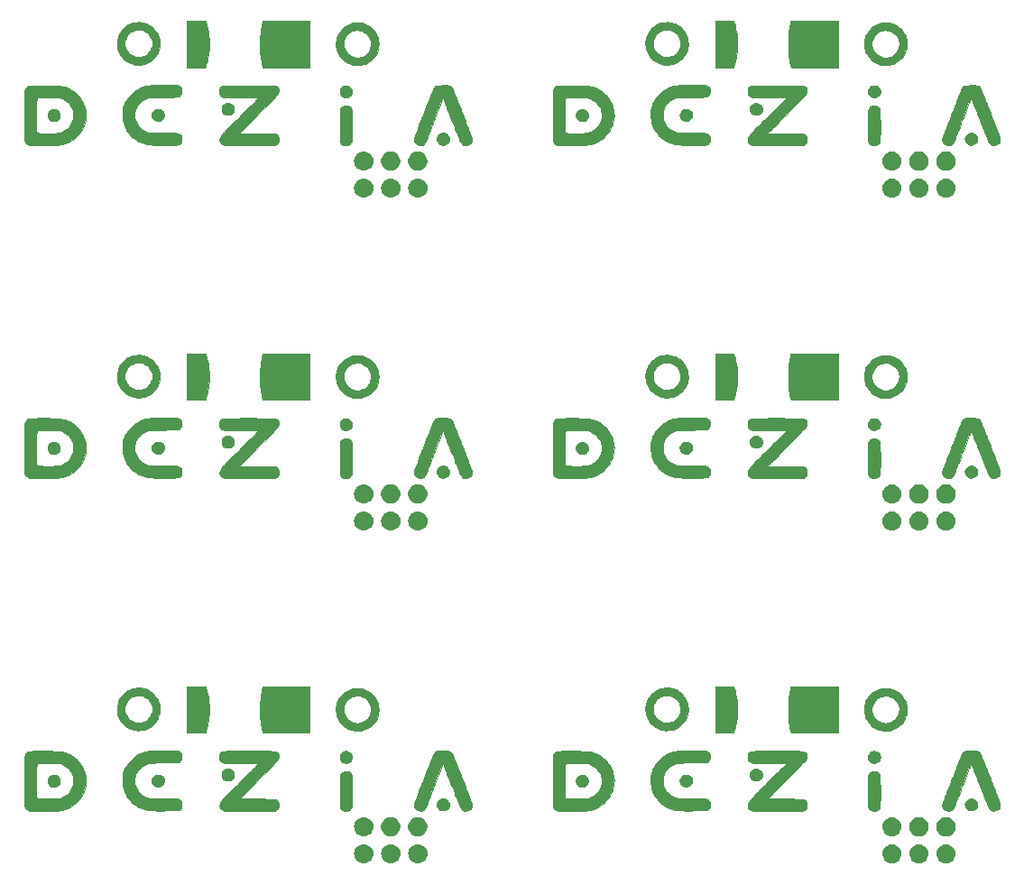
<source format=gts>
%MOIN*%
%OFA0B0*%
%FSLAX46Y46*%
%IPPOS*%
%LPD*%
%ADD10C,0.00039370078740157485*%
%ADD11C,0.0039370078740157488*%
%ADD22C,0.00039370078740157485*%
%ADD23C,0.0039370078740157488*%
%ADD24C,0.00039370078740157485*%
%ADD25C,0.0039370078740157488*%
%ADD26C,0.00039370078740157485*%
%ADD27C,0.0039370078740157488*%
%ADD28C,0.00039370078740157485*%
%ADD29C,0.0039370078740157488*%
%ADD30C,0.00039370078740157485*%
%ADD31C,0.0039370078740157488*%
D10*
G36*
X0000538612Y0000669192D02*
G01*
X0000542426Y0000669017D01*
X0000544560Y0000668817D01*
X0000552446Y0000667473D01*
X0000560097Y0000665340D01*
X0000567465Y0000662444D01*
X0000574500Y0000658808D01*
X0000581151Y0000654459D01*
X0000587369Y0000649420D01*
X0000591317Y0000645620D01*
X0000594930Y0000641731D01*
X0000597984Y0000638049D01*
X0000600634Y0000634355D01*
X0000603036Y0000630427D01*
X0000605345Y0000626043D01*
X0000605932Y0000624836D01*
X0000607963Y0000620353D01*
X0000609570Y0000616186D01*
X0000610867Y0000612013D01*
X0000611877Y0000607921D01*
X0000613245Y0000599896D01*
X0000613801Y0000591910D01*
X0000613565Y0000584013D01*
X0000612556Y0000576254D01*
X0000610795Y0000568683D01*
X0000608302Y0000561349D01*
X0000605097Y0000554301D01*
X0000601199Y0000547588D01*
X0000596628Y0000541260D01*
X0000591405Y0000535366D01*
X0000585549Y0000529956D01*
X0000579080Y0000525079D01*
X0000578173Y0000524472D01*
X0000571542Y0000520562D01*
X0000564520Y0000517329D01*
X0000557048Y0000514750D01*
X0000549069Y0000512804D01*
X0000548160Y0000512628D01*
X0000546027Y0000512329D01*
X0000543259Y0000512097D01*
X0000540052Y0000511934D01*
X0000536604Y0000511842D01*
X0000533111Y0000511825D01*
X0000529770Y0000511884D01*
X0000526776Y0000512024D01*
X0000524327Y0000512246D01*
X0000523948Y0000512297D01*
X0000516027Y0000513832D01*
X0000508389Y0000516129D01*
X0000501081Y0000519153D01*
X0000494150Y0000522870D01*
X0000487643Y0000527245D01*
X0000481606Y0000532245D01*
X0000476087Y0000537834D01*
X0000471131Y0000543978D01*
X0000466788Y0000550644D01*
X0000463740Y0000556420D01*
X0000460639Y0000563884D01*
X0000458331Y0000571527D01*
X0000456812Y0000579293D01*
X0000456079Y0000587125D01*
X0000456115Y0000593173D01*
X0000484110Y0000593173D01*
X0000484146Y0000586891D01*
X0000484964Y0000580667D01*
X0000486526Y0000574728D01*
X0000488949Y0000568727D01*
X0000492060Y0000563154D01*
X0000495809Y0000558054D01*
X0000500145Y0000553471D01*
X0000505016Y0000549448D01*
X0000510371Y0000546031D01*
X0000516159Y0000543262D01*
X0000522330Y0000541187D01*
X0000526484Y0000540237D01*
X0000528651Y0000539958D01*
X0000531382Y0000539798D01*
X0000534445Y0000539751D01*
X0000537609Y0000539814D01*
X0000540644Y0000539981D01*
X0000543319Y0000540248D01*
X0000545402Y0000540610D01*
X0000545451Y0000540621D01*
X0000551948Y0000542577D01*
X0000557915Y0000545162D01*
X0000563396Y0000548400D01*
X0000568433Y0000552315D01*
X0000570691Y0000554426D01*
X0000574953Y0000559227D01*
X0000578593Y0000564545D01*
X0000581566Y0000570299D01*
X0000583829Y0000576406D01*
X0000585098Y0000581485D01*
X0000585377Y0000583508D01*
X0000585562Y0000586119D01*
X0000585652Y0000589079D01*
X0000585648Y0000592146D01*
X0000585549Y0000595081D01*
X0000585354Y0000597643D01*
X0000585103Y0000599409D01*
X0000583440Y0000605870D01*
X0000581066Y0000611898D01*
X0000577973Y0000617510D01*
X0000574149Y0000622727D01*
X0000570878Y0000626309D01*
X0000565930Y0000630719D01*
X0000560639Y0000634372D01*
X0000555019Y0000637260D01*
X0000549083Y0000639378D01*
X0000542846Y0000640721D01*
X0000536320Y0000641282D01*
X0000534871Y0000641300D01*
X0000528459Y0000640934D01*
X0000522362Y0000639823D01*
X0000516497Y0000637944D01*
X0000510784Y0000635272D01*
X0000506878Y0000632946D01*
X0000504410Y0000631137D01*
X0000501697Y0000628792D01*
X0000498917Y0000626095D01*
X0000496246Y0000623229D01*
X0000493863Y0000620377D01*
X0000491945Y0000617723D01*
X0000491581Y0000617148D01*
X0000488592Y0000611498D01*
X0000486343Y0000605562D01*
X0000484846Y0000599425D01*
X0000484110Y0000593173D01*
X0000456115Y0000593173D01*
X0000456126Y0000594964D01*
X0000456952Y0000602755D01*
X0000458550Y0000610440D01*
X0000460919Y0000617961D01*
X0000464053Y0000625262D01*
X0000467949Y0000632284D01*
X0000469052Y0000634007D01*
X0000473829Y0000640510D01*
X0000479190Y0000646436D01*
X0000485096Y0000651757D01*
X0000491504Y0000656444D01*
X0000498372Y0000660468D01*
X0000505657Y0000663802D01*
X0000513320Y0000666417D01*
X0000518968Y0000667822D01*
X0000522188Y0000668365D01*
X0000525998Y0000668783D01*
X0000530162Y0000669066D01*
X0000534445Y0000669206D01*
X0000538612Y0000669192D01*
X0000538612Y0000669192D01*
G37*
X0000538612Y0000669192D02*
X0000542426Y0000669017D01*
X0000544560Y0000668817D01*
X0000552446Y0000667473D01*
X0000560097Y0000665340D01*
X0000567465Y0000662444D01*
X0000574500Y0000658808D01*
X0000581151Y0000654459D01*
X0000587369Y0000649420D01*
X0000591317Y0000645620D01*
X0000594930Y0000641731D01*
X0000597984Y0000638049D01*
X0000600634Y0000634355D01*
X0000603036Y0000630427D01*
X0000605345Y0000626043D01*
X0000605932Y0000624836D01*
X0000607963Y0000620353D01*
X0000609570Y0000616186D01*
X0000610867Y0000612013D01*
X0000611877Y0000607921D01*
X0000613245Y0000599896D01*
X0000613801Y0000591910D01*
X0000613565Y0000584013D01*
X0000612556Y0000576254D01*
X0000610795Y0000568683D01*
X0000608302Y0000561349D01*
X0000605097Y0000554301D01*
X0000601199Y0000547588D01*
X0000596628Y0000541260D01*
X0000591405Y0000535366D01*
X0000585549Y0000529956D01*
X0000579080Y0000525079D01*
X0000578173Y0000524472D01*
X0000571542Y0000520562D01*
X0000564520Y0000517329D01*
X0000557048Y0000514750D01*
X0000549069Y0000512804D01*
X0000548160Y0000512628D01*
X0000546027Y0000512329D01*
X0000543259Y0000512097D01*
X0000540052Y0000511934D01*
X0000536604Y0000511842D01*
X0000533111Y0000511825D01*
X0000529770Y0000511884D01*
X0000526776Y0000512024D01*
X0000524327Y0000512246D01*
X0000523948Y0000512297D01*
X0000516027Y0000513832D01*
X0000508389Y0000516129D01*
X0000501081Y0000519153D01*
X0000494150Y0000522870D01*
X0000487643Y0000527245D01*
X0000481606Y0000532245D01*
X0000476087Y0000537834D01*
X0000471131Y0000543978D01*
X0000466788Y0000550644D01*
X0000463740Y0000556420D01*
X0000460639Y0000563884D01*
X0000458331Y0000571527D01*
X0000456812Y0000579293D01*
X0000456079Y0000587125D01*
X0000456115Y0000593173D01*
X0000484110Y0000593173D01*
X0000484146Y0000586891D01*
X0000484964Y0000580667D01*
X0000486526Y0000574728D01*
X0000488949Y0000568727D01*
X0000492060Y0000563154D01*
X0000495809Y0000558054D01*
X0000500145Y0000553471D01*
X0000505016Y0000549448D01*
X0000510371Y0000546031D01*
X0000516159Y0000543262D01*
X0000522330Y0000541187D01*
X0000526484Y0000540237D01*
X0000528651Y0000539958D01*
X0000531382Y0000539798D01*
X0000534445Y0000539751D01*
X0000537609Y0000539814D01*
X0000540644Y0000539981D01*
X0000543319Y0000540248D01*
X0000545402Y0000540610D01*
X0000545451Y0000540621D01*
X0000551948Y0000542577D01*
X0000557915Y0000545162D01*
X0000563396Y0000548400D01*
X0000568433Y0000552315D01*
X0000570691Y0000554426D01*
X0000574953Y0000559227D01*
X0000578593Y0000564545D01*
X0000581566Y0000570299D01*
X0000583829Y0000576406D01*
X0000585098Y0000581485D01*
X0000585377Y0000583508D01*
X0000585562Y0000586119D01*
X0000585652Y0000589079D01*
X0000585648Y0000592146D01*
X0000585549Y0000595081D01*
X0000585354Y0000597643D01*
X0000585103Y0000599409D01*
X0000583440Y0000605870D01*
X0000581066Y0000611898D01*
X0000577973Y0000617510D01*
X0000574149Y0000622727D01*
X0000570878Y0000626309D01*
X0000565930Y0000630719D01*
X0000560639Y0000634372D01*
X0000555019Y0000637260D01*
X0000549083Y0000639378D01*
X0000542846Y0000640721D01*
X0000536320Y0000641282D01*
X0000534871Y0000641300D01*
X0000528459Y0000640934D01*
X0000522362Y0000639823D01*
X0000516497Y0000637944D01*
X0000510784Y0000635272D01*
X0000506878Y0000632946D01*
X0000504410Y0000631137D01*
X0000501697Y0000628792D01*
X0000498917Y0000626095D01*
X0000496246Y0000623229D01*
X0000493863Y0000620377D01*
X0000491945Y0000617723D01*
X0000491581Y0000617148D01*
X0000488592Y0000611498D01*
X0000486343Y0000605562D01*
X0000484846Y0000599425D01*
X0000484110Y0000593173D01*
X0000456115Y0000593173D01*
X0000456126Y0000594964D01*
X0000456952Y0000602755D01*
X0000458550Y0000610440D01*
X0000460919Y0000617961D01*
X0000464053Y0000625262D01*
X0000467949Y0000632284D01*
X0000469052Y0000634007D01*
X0000473829Y0000640510D01*
X0000479190Y0000646436D01*
X0000485096Y0000651757D01*
X0000491504Y0000656444D01*
X0000498372Y0000660468D01*
X0000505657Y0000663802D01*
X0000513320Y0000666417D01*
X0000518968Y0000667822D01*
X0000522188Y0000668365D01*
X0000525998Y0000668783D01*
X0000530162Y0000669066D01*
X0000534445Y0000669206D01*
X0000538612Y0000669192D01*
G36*
X0000224669Y0000347226D02*
G01*
X0000227239Y0000346931D01*
X0000228143Y0000346743D01*
X0000232177Y0000345337D01*
X0000235783Y0000343255D01*
X0000238889Y0000340564D01*
X0000241427Y0000337333D01*
X0000243327Y0000333629D01*
X0000244188Y0000331002D01*
X0000244782Y0000327245D01*
X0000244734Y0000323233D01*
X0000244068Y0000319210D01*
X0000242813Y0000315417D01*
X0000242437Y0000314591D01*
X0000241272Y0000312699D01*
X0000239590Y0000310638D01*
X0000237614Y0000308632D01*
X0000235562Y0000306904D01*
X0000233655Y0000305677D01*
X0000233623Y0000305660D01*
X0000229751Y0000304131D01*
X0000225526Y0000303230D01*
X0000221172Y0000302981D01*
X0000216908Y0000303406D01*
X0000215288Y0000303767D01*
X0000211330Y0000305213D01*
X0000207838Y0000307337D01*
X0000204860Y0000310094D01*
X0000202439Y0000313443D01*
X0000200623Y0000317341D01*
X0000200563Y0000317509D01*
X0000200149Y0000318811D01*
X0000199873Y0000320069D01*
X0000199711Y0000321504D01*
X0000199636Y0000323341D01*
X0000199624Y0000325637D01*
X0000199650Y0000328021D01*
X0000199733Y0000329784D01*
X0000199898Y0000331140D01*
X0000200173Y0000332303D01*
X0000200583Y0000333484D01*
X0000200611Y0000333557D01*
X0000202464Y0000337387D01*
X0000204817Y0000340571D01*
X0000207725Y0000343161D01*
X0000211240Y0000345208D01*
X0000213970Y0000346305D01*
X0000216138Y0000346832D01*
X0000218834Y0000347168D01*
X0000221773Y0000347302D01*
X0000224669Y0000347226D01*
X0000224669Y0000347226D01*
G37*
X0000224669Y0000347226D02*
X0000227239Y0000346931D01*
X0000228143Y0000346743D01*
X0000232177Y0000345337D01*
X0000235783Y0000343255D01*
X0000238889Y0000340564D01*
X0000241427Y0000337333D01*
X0000243327Y0000333629D01*
X0000244188Y0000331002D01*
X0000244782Y0000327245D01*
X0000244734Y0000323233D01*
X0000244068Y0000319210D01*
X0000242813Y0000315417D01*
X0000242437Y0000314591D01*
X0000241272Y0000312699D01*
X0000239590Y0000310638D01*
X0000237614Y0000308632D01*
X0000235562Y0000306904D01*
X0000233655Y0000305677D01*
X0000233623Y0000305660D01*
X0000229751Y0000304131D01*
X0000225526Y0000303230D01*
X0000221172Y0000302981D01*
X0000216908Y0000303406D01*
X0000215288Y0000303767D01*
X0000211330Y0000305213D01*
X0000207838Y0000307337D01*
X0000204860Y0000310094D01*
X0000202439Y0000313443D01*
X0000200623Y0000317341D01*
X0000200563Y0000317509D01*
X0000200149Y0000318811D01*
X0000199873Y0000320069D01*
X0000199711Y0000321504D01*
X0000199636Y0000323341D01*
X0000199624Y0000325637D01*
X0000199650Y0000328021D01*
X0000199733Y0000329784D01*
X0000199898Y0000331140D01*
X0000200173Y0000332303D01*
X0000200583Y0000333484D01*
X0000200611Y0000333557D01*
X0000202464Y0000337387D01*
X0000204817Y0000340571D01*
X0000207725Y0000343161D01*
X0000211240Y0000345208D01*
X0000213970Y0000346305D01*
X0000216138Y0000346832D01*
X0000218834Y0000347168D01*
X0000221773Y0000347302D01*
X0000224669Y0000347226D01*
G36*
X0001346700Y0000667428D02*
G01*
X0001349319Y0000667402D01*
X0001351409Y0000667347D01*
X0001353122Y0000667253D01*
X0001354610Y0000667109D01*
X0001356025Y0000666903D01*
X0001357520Y0000666625D01*
X0001359055Y0000666304D01*
X0001367006Y0000664188D01*
X0001374572Y0000661352D01*
X0001381717Y0000657832D01*
X0001388406Y0000653663D01*
X0001394605Y0000648881D01*
X0001400277Y0000643520D01*
X0001405388Y0000637618D01*
X0001409902Y0000631209D01*
X0001413785Y0000624329D01*
X0001417000Y0000617014D01*
X0001419514Y0000609299D01*
X0001420797Y0000603878D01*
X0001421110Y0000602241D01*
X0001421349Y0000600735D01*
X0001421522Y0000599206D01*
X0001421641Y0000597500D01*
X0001421714Y0000595462D01*
X0001421752Y0000592938D01*
X0001421765Y0000589773D01*
X0001421765Y0000588872D01*
X0001421757Y0000585523D01*
X0001421726Y0000582853D01*
X0001421662Y0000580708D01*
X0001421556Y0000578936D01*
X0001421397Y0000577380D01*
X0001421176Y0000575888D01*
X0001420882Y0000574305D01*
X0001420803Y0000573908D01*
X0001418784Y0000565969D01*
X0001416041Y0000558401D01*
X0001412609Y0000551240D01*
X0001408525Y0000544524D01*
X0001403827Y0000538286D01*
X0001398551Y0000532565D01*
X0001392735Y0000527397D01*
X0001386415Y0000522817D01*
X0001379629Y0000518862D01*
X0001372414Y0000515569D01*
X0001364806Y0000512973D01*
X0001356843Y0000511112D01*
X0001356738Y0000511092D01*
X0001354854Y0000510837D01*
X0001352345Y0000510621D01*
X0001349400Y0000510447D01*
X0001346209Y0000510323D01*
X0001342962Y0000510251D01*
X0001339848Y0000510236D01*
X0001337057Y0000510284D01*
X0001334778Y0000510399D01*
X0001333621Y0000510518D01*
X0001325986Y0000511936D01*
X0001318528Y0000514027D01*
X0001311377Y0000516743D01*
X0001304663Y0000520035D01*
X0001299466Y0000523203D01*
X0001292911Y0000528102D01*
X0001286969Y0000533553D01*
X0001281661Y0000539519D01*
X0001277011Y0000545961D01*
X0001273041Y0000552842D01*
X0001269775Y0000560125D01*
X0001267236Y0000567771D01*
X0001265447Y0000575742D01*
X0001264785Y0000580296D01*
X0001264543Y0000583400D01*
X0001264454Y0000587068D01*
X0001264500Y0000590320D01*
X0001292580Y0000590320D01*
X0001292584Y0000588664D01*
X0001292608Y0000585844D01*
X0001292663Y0000583668D01*
X0001292769Y0000581943D01*
X0001292945Y0000580480D01*
X0001293208Y0000579087D01*
X0001293576Y0000577573D01*
X0001293699Y0000577109D01*
X0001295826Y0000570664D01*
X0001298616Y0000564688D01*
X0001302038Y0000559214D01*
X0001306057Y0000554276D01*
X0001310640Y0000549909D01*
X0001315753Y0000546148D01*
X0001321362Y0000543026D01*
X0001327435Y0000540577D01*
X0001330308Y0000539705D01*
X0001335545Y0000538616D01*
X0001341110Y0000538089D01*
X0001346702Y0000538137D01*
X0001351547Y0000538691D01*
X0001357817Y0000540172D01*
X0001363739Y0000542370D01*
X0001369266Y0000545234D01*
X0001374356Y0000548710D01*
X0001378962Y0000552746D01*
X0001383041Y0000557289D01*
X0001386548Y0000562286D01*
X0001389437Y0000567685D01*
X0001391665Y0000573432D01*
X0001393186Y0000579475D01*
X0001393956Y0000585762D01*
X0001394045Y0000588787D01*
X0001393649Y0000595383D01*
X0001392468Y0000601711D01*
X0001390512Y0000607746D01*
X0001387790Y0000613464D01*
X0001384313Y0000618839D01*
X0001380089Y0000623848D01*
X0001380088Y0000623849D01*
X0001375265Y0000628329D01*
X0001370037Y0000632098D01*
X0001364449Y0000635136D01*
X0001358548Y0000637422D01*
X0001352379Y0000638938D01*
X0001345989Y0000639663D01*
X0001343408Y0000639727D01*
X0001336799Y0000639331D01*
X0001330463Y0000638149D01*
X0001324414Y0000636185D01*
X0001318667Y0000633446D01*
X0001313235Y0000629937D01*
X0001308137Y0000625668D01*
X0001303812Y0000621039D01*
X0001300146Y0000615927D01*
X0001297126Y0000610309D01*
X0001294739Y0000604160D01*
X0001293715Y0000600638D01*
X0001293291Y0000598943D01*
X0001292985Y0000597498D01*
X0001292779Y0000596108D01*
X0001292656Y0000594578D01*
X0001292595Y0000592714D01*
X0001292580Y0000590320D01*
X0001264500Y0000590320D01*
X0001264510Y0000591049D01*
X0001264701Y0000595089D01*
X0001265018Y0000598936D01*
X0001265451Y0000602336D01*
X0001265636Y0000603410D01*
X0001267492Y0000611140D01*
X0001270099Y0000618578D01*
X0001273414Y0000625677D01*
X0001277394Y0000632388D01*
X0001281999Y0000638663D01*
X0001287185Y0000644454D01*
X0001292911Y0000649713D01*
X0001299134Y0000654390D01*
X0001305812Y0000658439D01*
X0001312904Y0000661811D01*
X0001318447Y0000663859D01*
X0001321866Y0000664933D01*
X0001324893Y0000665775D01*
X0001327714Y0000666411D01*
X0001330513Y0000666867D01*
X0001333474Y0000667171D01*
X0001336782Y0000667349D01*
X0001340620Y0000667427D01*
X0001343399Y0000667437D01*
X0001346700Y0000667428D01*
X0001346700Y0000667428D01*
G37*
X0001346700Y0000667428D02*
X0001349319Y0000667402D01*
X0001351409Y0000667347D01*
X0001353122Y0000667253D01*
X0001354610Y0000667109D01*
X0001356025Y0000666903D01*
X0001357520Y0000666625D01*
X0001359055Y0000666304D01*
X0001367006Y0000664188D01*
X0001374572Y0000661352D01*
X0001381717Y0000657832D01*
X0001388406Y0000653663D01*
X0001394605Y0000648881D01*
X0001400277Y0000643520D01*
X0001405388Y0000637618D01*
X0001409902Y0000631209D01*
X0001413785Y0000624329D01*
X0001417000Y0000617014D01*
X0001419514Y0000609299D01*
X0001420797Y0000603878D01*
X0001421110Y0000602241D01*
X0001421349Y0000600735D01*
X0001421522Y0000599206D01*
X0001421641Y0000597500D01*
X0001421714Y0000595462D01*
X0001421752Y0000592938D01*
X0001421765Y0000589773D01*
X0001421765Y0000588872D01*
X0001421757Y0000585523D01*
X0001421726Y0000582853D01*
X0001421662Y0000580708D01*
X0001421556Y0000578936D01*
X0001421397Y0000577380D01*
X0001421176Y0000575888D01*
X0001420882Y0000574305D01*
X0001420803Y0000573908D01*
X0001418784Y0000565969D01*
X0001416041Y0000558401D01*
X0001412609Y0000551240D01*
X0001408525Y0000544524D01*
X0001403827Y0000538286D01*
X0001398551Y0000532565D01*
X0001392735Y0000527397D01*
X0001386415Y0000522817D01*
X0001379629Y0000518862D01*
X0001372414Y0000515569D01*
X0001364806Y0000512973D01*
X0001356843Y0000511112D01*
X0001356738Y0000511092D01*
X0001354854Y0000510837D01*
X0001352345Y0000510621D01*
X0001349400Y0000510447D01*
X0001346209Y0000510323D01*
X0001342962Y0000510251D01*
X0001339848Y0000510236D01*
X0001337057Y0000510284D01*
X0001334778Y0000510399D01*
X0001333621Y0000510518D01*
X0001325986Y0000511936D01*
X0001318528Y0000514027D01*
X0001311377Y0000516743D01*
X0001304663Y0000520035D01*
X0001299466Y0000523203D01*
X0001292911Y0000528102D01*
X0001286969Y0000533553D01*
X0001281661Y0000539519D01*
X0001277011Y0000545961D01*
X0001273041Y0000552842D01*
X0001269775Y0000560125D01*
X0001267236Y0000567771D01*
X0001265447Y0000575742D01*
X0001264785Y0000580296D01*
X0001264543Y0000583400D01*
X0001264454Y0000587068D01*
X0001264500Y0000590320D01*
X0001292580Y0000590320D01*
X0001292584Y0000588664D01*
X0001292608Y0000585844D01*
X0001292663Y0000583668D01*
X0001292769Y0000581943D01*
X0001292945Y0000580480D01*
X0001293208Y0000579087D01*
X0001293576Y0000577573D01*
X0001293699Y0000577109D01*
X0001295826Y0000570664D01*
X0001298616Y0000564688D01*
X0001302038Y0000559214D01*
X0001306057Y0000554276D01*
X0001310640Y0000549909D01*
X0001315753Y0000546148D01*
X0001321362Y0000543026D01*
X0001327435Y0000540577D01*
X0001330308Y0000539705D01*
X0001335545Y0000538616D01*
X0001341110Y0000538089D01*
X0001346702Y0000538137D01*
X0001351547Y0000538691D01*
X0001357817Y0000540172D01*
X0001363739Y0000542370D01*
X0001369266Y0000545234D01*
X0001374356Y0000548710D01*
X0001378962Y0000552746D01*
X0001383041Y0000557289D01*
X0001386548Y0000562286D01*
X0001389437Y0000567685D01*
X0001391665Y0000573432D01*
X0001393186Y0000579475D01*
X0001393956Y0000585762D01*
X0001394045Y0000588787D01*
X0001393649Y0000595383D01*
X0001392468Y0000601711D01*
X0001390512Y0000607746D01*
X0001387790Y0000613464D01*
X0001384313Y0000618839D01*
X0001380089Y0000623848D01*
X0001380088Y0000623849D01*
X0001375265Y0000628329D01*
X0001370037Y0000632098D01*
X0001364449Y0000635136D01*
X0001358548Y0000637422D01*
X0001352379Y0000638938D01*
X0001345989Y0000639663D01*
X0001343408Y0000639727D01*
X0001336799Y0000639331D01*
X0001330463Y0000638149D01*
X0001324414Y0000636185D01*
X0001318667Y0000633446D01*
X0001313235Y0000629937D01*
X0001308137Y0000625668D01*
X0001303812Y0000621039D01*
X0001300146Y0000615927D01*
X0001297126Y0000610309D01*
X0001294739Y0000604160D01*
X0001293715Y0000600638D01*
X0001293291Y0000598943D01*
X0001292985Y0000597498D01*
X0001292779Y0000596108D01*
X0001292656Y0000594578D01*
X0001292595Y0000592714D01*
X0001292580Y0000590320D01*
X0001264500Y0000590320D01*
X0001264510Y0000591049D01*
X0001264701Y0000595089D01*
X0001265018Y0000598936D01*
X0001265451Y0000602336D01*
X0001265636Y0000603410D01*
X0001267492Y0000611140D01*
X0001270099Y0000618578D01*
X0001273414Y0000625677D01*
X0001277394Y0000632388D01*
X0001281999Y0000638663D01*
X0001287185Y0000644454D01*
X0001292911Y0000649713D01*
X0001299134Y0000654390D01*
X0001305812Y0000658439D01*
X0001312904Y0000661811D01*
X0001318447Y0000663859D01*
X0001321866Y0000664933D01*
X0001324893Y0000665775D01*
X0001327714Y0000666411D01*
X0001330513Y0000666867D01*
X0001333474Y0000667171D01*
X0001336782Y0000667349D01*
X0001340620Y0000667427D01*
X0001343399Y0000667437D01*
X0001346700Y0000667428D01*
G36*
X0001167284Y0000502169D02*
G01*
X0000993910Y0000502169D01*
X0000993492Y0000503732D01*
X0000992288Y0000508600D01*
X0000991084Y0000514175D01*
X0000989900Y0000520333D01*
X0000988755Y0000526946D01*
X0000987670Y0000533890D01*
X0000986662Y0000541039D01*
X0000985753Y0000548267D01*
X0000984960Y0000555448D01*
X0000984305Y0000562456D01*
X0000984206Y0000563653D01*
X0000984027Y0000566485D01*
X0000983883Y0000570018D01*
X0000983775Y0000574123D01*
X0000983701Y0000578669D01*
X0000983662Y0000583524D01*
X0000983656Y0000588559D01*
X0000983683Y0000593641D01*
X0000983743Y0000598642D01*
X0000983836Y0000603429D01*
X0000983959Y0000607872D01*
X0000984114Y0000611840D01*
X0000984299Y0000615203D01*
X0000984419Y0000616800D01*
X0000985078Y0000623830D01*
X0000985878Y0000631076D01*
X0000986784Y0000638257D01*
X0000987761Y0000645088D01*
X0000988483Y0000649594D01*
X0000988870Y0000651801D01*
X0000989344Y0000654364D01*
X0000989879Y0000657160D01*
X0000990451Y0000660065D01*
X0000991034Y0000662958D01*
X0000991603Y0000665716D01*
X0000992133Y0000668216D01*
X0000992598Y0000670335D01*
X0000992974Y0000671951D01*
X0000993236Y0000672941D01*
X0000993324Y0000673178D01*
X0000993753Y0000673208D01*
X0000994976Y0000673238D01*
X0000996956Y0000673267D01*
X0000999653Y0000673294D01*
X0001003029Y0000673321D01*
X0001007045Y0000673346D01*
X0001011662Y0000673369D01*
X0001016841Y0000673391D01*
X0001022543Y0000673411D01*
X0001028731Y0000673429D01*
X0001035364Y0000673445D01*
X0001042405Y0000673459D01*
X0001049814Y0000673471D01*
X0001057553Y0000673480D01*
X0001065583Y0000673486D01*
X0001073865Y0000673490D01*
X0001080397Y0000673491D01*
X0001167284Y0000673491D01*
X0001167284Y0000502169D01*
X0001167284Y0000502169D01*
G37*
X0001167284Y0000502169D02*
X0000993910Y0000502169D01*
X0000993492Y0000503732D01*
X0000992288Y0000508600D01*
X0000991084Y0000514175D01*
X0000989900Y0000520333D01*
X0000988755Y0000526946D01*
X0000987670Y0000533890D01*
X0000986662Y0000541039D01*
X0000985753Y0000548267D01*
X0000984960Y0000555448D01*
X0000984305Y0000562456D01*
X0000984206Y0000563653D01*
X0000984027Y0000566485D01*
X0000983883Y0000570018D01*
X0000983775Y0000574123D01*
X0000983701Y0000578669D01*
X0000983662Y0000583524D01*
X0000983656Y0000588559D01*
X0000983683Y0000593641D01*
X0000983743Y0000598642D01*
X0000983836Y0000603429D01*
X0000983959Y0000607872D01*
X0000984114Y0000611840D01*
X0000984299Y0000615203D01*
X0000984419Y0000616800D01*
X0000985078Y0000623830D01*
X0000985878Y0000631076D01*
X0000986784Y0000638257D01*
X0000987761Y0000645088D01*
X0000988483Y0000649594D01*
X0000988870Y0000651801D01*
X0000989344Y0000654364D01*
X0000989879Y0000657160D01*
X0000990451Y0000660065D01*
X0000991034Y0000662958D01*
X0000991603Y0000665716D01*
X0000992133Y0000668216D01*
X0000992598Y0000670335D01*
X0000992974Y0000671951D01*
X0000993236Y0000672941D01*
X0000993324Y0000673178D01*
X0000993753Y0000673208D01*
X0000994976Y0000673238D01*
X0000996956Y0000673267D01*
X0000999653Y0000673294D01*
X0001003029Y0000673321D01*
X0001007045Y0000673346D01*
X0001011662Y0000673369D01*
X0001016841Y0000673391D01*
X0001022543Y0000673411D01*
X0001028731Y0000673429D01*
X0001035364Y0000673445D01*
X0001042405Y0000673459D01*
X0001049814Y0000673471D01*
X0001057553Y0000673480D01*
X0001065583Y0000673486D01*
X0001073865Y0000673490D01*
X0001080397Y0000673491D01*
X0001167284Y0000673491D01*
X0001167284Y0000502169D01*
G36*
X0000783316Y0000669635D02*
G01*
X0000786887Y0000657557D01*
X0000789844Y0000645568D01*
X0000792233Y0000633441D01*
X0000794102Y0000620950D01*
X0000794855Y0000614508D01*
X0000795093Y0000611757D01*
X0000795301Y0000608323D01*
X0000795477Y0000604356D01*
X0000795619Y0000600009D01*
X0000795724Y0000595430D01*
X0000795791Y0000590770D01*
X0000795817Y0000586180D01*
X0000795799Y0000581811D01*
X0000795736Y0000577813D01*
X0000795625Y0000574336D01*
X0000795497Y0000571981D01*
X0000794326Y0000559069D01*
X0000792640Y0000546705D01*
X0000790827Y0000536767D01*
X0000789831Y0000532177D01*
X0000788676Y0000527307D01*
X0000787412Y0000522334D01*
X0000786086Y0000517440D01*
X0000784749Y0000512803D01*
X0000783447Y0000508603D01*
X0000782232Y0000505020D01*
X0000782067Y0000504566D01*
X0000781188Y0000502169D01*
X0000714595Y0000502169D01*
X0000714595Y0000673491D01*
X0000782084Y0000673491D01*
X0000783316Y0000669635D01*
X0000783316Y0000669635D01*
G37*
X0000783316Y0000669635D02*
X0000786887Y0000657557D01*
X0000789844Y0000645568D01*
X0000792233Y0000633441D01*
X0000794102Y0000620950D01*
X0000794855Y0000614508D01*
X0000795093Y0000611757D01*
X0000795301Y0000608323D01*
X0000795477Y0000604356D01*
X0000795619Y0000600009D01*
X0000795724Y0000595430D01*
X0000795791Y0000590770D01*
X0000795817Y0000586180D01*
X0000795799Y0000581811D01*
X0000795736Y0000577813D01*
X0000795625Y0000574336D01*
X0000795497Y0000571981D01*
X0000794326Y0000559069D01*
X0000792640Y0000546705D01*
X0000790827Y0000536767D01*
X0000789831Y0000532177D01*
X0000788676Y0000527307D01*
X0000787412Y0000522334D01*
X0000786086Y0000517440D01*
X0000784749Y0000512803D01*
X0000783447Y0000508603D01*
X0000782232Y0000505020D01*
X0000782067Y0000504566D01*
X0000781188Y0000502169D01*
X0000714595Y0000502169D01*
X0000714595Y0000673491D01*
X0000782084Y0000673491D01*
X0000783316Y0000669635D01*
G36*
X0001302699Y0000435417D02*
G01*
X0001305470Y0000435187D01*
X0001307491Y0000434815D01*
X0001311314Y0000433418D01*
X0001314918Y0000431309D01*
X0001318136Y0000428607D01*
X0001320805Y0000425431D01*
X0001321177Y0000424875D01*
X0001323019Y0000421303D01*
X0001324156Y0000417449D01*
X0001324588Y0000413455D01*
X0001324313Y0000409460D01*
X0001323332Y0000405604D01*
X0001321643Y0000402026D01*
X0001321346Y0000401550D01*
X0001318885Y0000398475D01*
X0001315834Y0000395896D01*
X0001312301Y0000393852D01*
X0001308393Y0000392382D01*
X0001304219Y0000391525D01*
X0001299885Y0000391321D01*
X0001295499Y0000391807D01*
X0001294892Y0000391932D01*
X0001290852Y0000393195D01*
X0001287287Y0000395101D01*
X0001284250Y0000397599D01*
X0001281797Y0000400638D01*
X0001279984Y0000404166D01*
X0001279219Y0000406522D01*
X0001278899Y0000408260D01*
X0001278677Y0000410513D01*
X0001278582Y0000412964D01*
X0001278580Y0000413292D01*
X0001278626Y0000415619D01*
X0001278795Y0000417444D01*
X0001279132Y0000419097D01*
X0001279639Y0000420767D01*
X0001281373Y0000424706D01*
X0001283730Y0000428110D01*
X0001286665Y0000430935D01*
X0001290133Y0000433141D01*
X0001294090Y0000434685D01*
X0001294646Y0000434837D01*
X0001296960Y0000435242D01*
X0001299754Y0000435436D01*
X0001302699Y0000435417D01*
X0001302699Y0000435417D01*
G37*
X0001302699Y0000435417D02*
X0001305470Y0000435187D01*
X0001307491Y0000434815D01*
X0001311314Y0000433418D01*
X0001314918Y0000431309D01*
X0001318136Y0000428607D01*
X0001320805Y0000425431D01*
X0001321177Y0000424875D01*
X0001323019Y0000421303D01*
X0001324156Y0000417449D01*
X0001324588Y0000413455D01*
X0001324313Y0000409460D01*
X0001323332Y0000405604D01*
X0001321643Y0000402026D01*
X0001321346Y0000401550D01*
X0001318885Y0000398475D01*
X0001315834Y0000395896D01*
X0001312301Y0000393852D01*
X0001308393Y0000392382D01*
X0001304219Y0000391525D01*
X0001299885Y0000391321D01*
X0001295499Y0000391807D01*
X0001294892Y0000391932D01*
X0001290852Y0000393195D01*
X0001287287Y0000395101D01*
X0001284250Y0000397599D01*
X0001281797Y0000400638D01*
X0001279984Y0000404166D01*
X0001279219Y0000406522D01*
X0001278899Y0000408260D01*
X0001278677Y0000410513D01*
X0001278582Y0000412964D01*
X0001278580Y0000413292D01*
X0001278626Y0000415619D01*
X0001278795Y0000417444D01*
X0001279132Y0000419097D01*
X0001279639Y0000420767D01*
X0001281373Y0000424706D01*
X0001283730Y0000428110D01*
X0001286665Y0000430935D01*
X0001290133Y0000433141D01*
X0001294090Y0000434685D01*
X0001294646Y0000434837D01*
X0001296960Y0000435242D01*
X0001299754Y0000435436D01*
X0001302699Y0000435417D01*
G36*
X0000868022Y0000369776D02*
G01*
X0000872252Y0000368894D01*
X0000876131Y0000367266D01*
X0000879692Y0000364879D01*
X0000881772Y0000362995D01*
X0000884472Y0000359752D01*
X0000886430Y0000356266D01*
X0000887671Y0000352621D01*
X0000888221Y0000348899D01*
X0000888104Y0000345185D01*
X0000887345Y0000341564D01*
X0000885969Y0000338117D01*
X0000884001Y0000334930D01*
X0000881467Y0000332086D01*
X0000878390Y0000329669D01*
X0000874797Y0000327762D01*
X0000870888Y0000326492D01*
X0000867893Y0000326028D01*
X0000864504Y0000325894D01*
X0000861092Y0000326084D01*
X0000858027Y0000326595D01*
X0000857722Y0000326672D01*
X0000854087Y0000327885D01*
X0000850999Y0000329518D01*
X0000848225Y0000331698D01*
X0000847952Y0000331955D01*
X0000845347Y0000334949D01*
X0000843460Y0000338299D01*
X0000842270Y0000342055D01*
X0000841757Y0000346267D01*
X0000841732Y0000347522D01*
X0000842080Y0000351937D01*
X0000843134Y0000355922D01*
X0000844907Y0000359512D01*
X0000847412Y0000362740D01*
X0000847572Y0000362909D01*
X0000850766Y0000365736D01*
X0000854239Y0000367813D01*
X0000858071Y0000369175D01*
X0000862344Y0000369858D01*
X0000863407Y0000369923D01*
X0000868022Y0000369776D01*
X0000868022Y0000369776D01*
G37*
X0000868022Y0000369776D02*
X0000872252Y0000368894D01*
X0000876131Y0000367266D01*
X0000879692Y0000364879D01*
X0000881772Y0000362995D01*
X0000884472Y0000359752D01*
X0000886430Y0000356266D01*
X0000887671Y0000352621D01*
X0000888221Y0000348899D01*
X0000888104Y0000345185D01*
X0000887345Y0000341564D01*
X0000885969Y0000338117D01*
X0000884001Y0000334930D01*
X0000881467Y0000332086D01*
X0000878390Y0000329669D01*
X0000874797Y0000327762D01*
X0000870888Y0000326492D01*
X0000867893Y0000326028D01*
X0000864504Y0000325894D01*
X0000861092Y0000326084D01*
X0000858027Y0000326595D01*
X0000857722Y0000326672D01*
X0000854087Y0000327885D01*
X0000850999Y0000329518D01*
X0000848225Y0000331698D01*
X0000847952Y0000331955D01*
X0000845347Y0000334949D01*
X0000843460Y0000338299D01*
X0000842270Y0000342055D01*
X0000841757Y0000346267D01*
X0000841732Y0000347522D01*
X0000842080Y0000351937D01*
X0000843134Y0000355922D01*
X0000844907Y0000359512D01*
X0000847412Y0000362740D01*
X0000847572Y0000362909D01*
X0000850766Y0000365736D01*
X0000854239Y0000367813D01*
X0000858071Y0000369175D01*
X0000862344Y0000369858D01*
X0000863407Y0000369923D01*
X0000868022Y0000369776D01*
G36*
X0000609005Y0000347715D02*
G01*
X0000610764Y0000347651D01*
X0000612130Y0000347508D01*
X0000613323Y0000347259D01*
X0000614563Y0000346873D01*
X0000615387Y0000346576D01*
X0000619240Y0000344736D01*
X0000622581Y0000342276D01*
X0000625351Y0000339262D01*
X0000627487Y0000335760D01*
X0000628931Y0000331837D01*
X0000628938Y0000331809D01*
X0000629353Y0000329416D01*
X0000629529Y0000326575D01*
X0000629466Y0000323641D01*
X0000629165Y0000320965D01*
X0000628922Y0000319819D01*
X0000627528Y0000316078D01*
X0000625428Y0000312667D01*
X0000622712Y0000309674D01*
X0000619471Y0000307188D01*
X0000615797Y0000305298D01*
X0000613010Y0000304374D01*
X0000610986Y0000304021D01*
X0000608450Y0000303832D01*
X0000605704Y0000303806D01*
X0000603047Y0000303942D01*
X0000600782Y0000304238D01*
X0000600014Y0000304411D01*
X0000595964Y0000305892D01*
X0000592367Y0000307987D01*
X0000589274Y0000310615D01*
X0000586736Y0000313694D01*
X0000584804Y0000317144D01*
X0000583529Y0000320882D01*
X0000582962Y0000324827D01*
X0000583154Y0000328897D01*
X0000583516Y0000330809D01*
X0000584843Y0000334668D01*
X0000586895Y0000338204D01*
X0000589597Y0000341337D01*
X0000592877Y0000343989D01*
X0000596661Y0000346081D01*
X0000598297Y0000346742D01*
X0000599547Y0000347159D01*
X0000600736Y0000347441D01*
X0000602074Y0000347614D01*
X0000603776Y0000347701D01*
X0000606053Y0000347729D01*
X0000606634Y0000347730D01*
X0000609005Y0000347715D01*
X0000609005Y0000347715D01*
G37*
X0000609005Y0000347715D02*
X0000610764Y0000347651D01*
X0000612130Y0000347508D01*
X0000613323Y0000347259D01*
X0000614563Y0000346873D01*
X0000615387Y0000346576D01*
X0000619240Y0000344736D01*
X0000622581Y0000342276D01*
X0000625351Y0000339262D01*
X0000627487Y0000335760D01*
X0000628931Y0000331837D01*
X0000628938Y0000331809D01*
X0000629353Y0000329416D01*
X0000629529Y0000326575D01*
X0000629466Y0000323641D01*
X0000629165Y0000320965D01*
X0000628922Y0000319819D01*
X0000627528Y0000316078D01*
X0000625428Y0000312667D01*
X0000622712Y0000309674D01*
X0000619471Y0000307188D01*
X0000615797Y0000305298D01*
X0000613010Y0000304374D01*
X0000610986Y0000304021D01*
X0000608450Y0000303832D01*
X0000605704Y0000303806D01*
X0000603047Y0000303942D01*
X0000600782Y0000304238D01*
X0000600014Y0000304411D01*
X0000595964Y0000305892D01*
X0000592367Y0000307987D01*
X0000589274Y0000310615D01*
X0000586736Y0000313694D01*
X0000584804Y0000317144D01*
X0000583529Y0000320882D01*
X0000582962Y0000324827D01*
X0000583154Y0000328897D01*
X0000583516Y0000330809D01*
X0000584843Y0000334668D01*
X0000586895Y0000338204D01*
X0000589597Y0000341337D01*
X0000592877Y0000343989D01*
X0000596661Y0000346081D01*
X0000598297Y0000346742D01*
X0000599547Y0000347159D01*
X0000600736Y0000347441D01*
X0000602074Y0000347614D01*
X0000603776Y0000347701D01*
X0000606053Y0000347729D01*
X0000606634Y0000347730D01*
X0000609005Y0000347715D01*
G36*
X0001664262Y0000259195D02*
G01*
X0001668411Y0000258159D01*
X0001672169Y0000256502D01*
X0001675477Y0000254285D01*
X0001678277Y0000251563D01*
X0001680510Y0000248397D01*
X0001682119Y0000244845D01*
X0001683044Y0000240963D01*
X0001683228Y0000236812D01*
X0001683190Y0000236196D01*
X0001682487Y0000232103D01*
X0001681063Y0000228311D01*
X0001678998Y0000224880D01*
X0001676368Y0000221871D01*
X0001673251Y0000219345D01*
X0001669727Y0000217363D01*
X0001665872Y0000215984D01*
X0001661764Y0000215270D01*
X0001657483Y0000215282D01*
X0001656446Y0000215398D01*
X0001652164Y0000216366D01*
X0001648234Y0000218043D01*
X0001644730Y0000220371D01*
X0001641729Y0000223287D01*
X0001639305Y0000226732D01*
X0001637582Y0000230508D01*
X0001636808Y0000233668D01*
X0001636502Y0000237204D01*
X0001636666Y0000240801D01*
X0001637303Y0000244140D01*
X0001637447Y0000244624D01*
X0001639033Y0000248323D01*
X0001641283Y0000251579D01*
X0001644124Y0000254345D01*
X0001647484Y0000256574D01*
X0001651293Y0000258217D01*
X0001655477Y0000259226D01*
X0001659781Y0000259554D01*
X0001664262Y0000259195D01*
X0001664262Y0000259195D01*
G37*
X0001664262Y0000259195D02*
X0001668411Y0000258159D01*
X0001672169Y0000256502D01*
X0001675477Y0000254285D01*
X0001678277Y0000251563D01*
X0001680510Y0000248397D01*
X0001682119Y0000244845D01*
X0001683044Y0000240963D01*
X0001683228Y0000236812D01*
X0001683190Y0000236196D01*
X0001682487Y0000232103D01*
X0001681063Y0000228311D01*
X0001678998Y0000224880D01*
X0001676368Y0000221871D01*
X0001673251Y0000219345D01*
X0001669727Y0000217363D01*
X0001665872Y0000215984D01*
X0001661764Y0000215270D01*
X0001657483Y0000215282D01*
X0001656446Y0000215398D01*
X0001652164Y0000216366D01*
X0001648234Y0000218043D01*
X0001644730Y0000220371D01*
X0001641729Y0000223287D01*
X0001639305Y0000226732D01*
X0001637582Y0000230508D01*
X0001636808Y0000233668D01*
X0001636502Y0000237204D01*
X0001636666Y0000240801D01*
X0001637303Y0000244140D01*
X0001637447Y0000244624D01*
X0001639033Y0000248323D01*
X0001641283Y0000251579D01*
X0001644124Y0000254345D01*
X0001647484Y0000256574D01*
X0001651293Y0000258217D01*
X0001655477Y0000259226D01*
X0001659781Y0000259554D01*
X0001664262Y0000259195D01*
G36*
X0001675380Y0000435906D02*
G01*
X0001675621Y0000435904D01*
X0001679879Y0000435494D01*
X0001683759Y0000434341D01*
X0001687260Y0000432446D01*
X0001690377Y0000429813D01*
X0001693108Y0000426442D01*
X0001695217Y0000422813D01*
X0001695715Y0000421724D01*
X0001696477Y0000419938D01*
X0001697469Y0000417541D01*
X0001698657Y0000414614D01*
X0001700009Y0000411241D01*
X0001701490Y0000407505D01*
X0001703067Y0000403490D01*
X0001704707Y0000399280D01*
X0001706029Y0000395861D01*
X0001707332Y0000392484D01*
X0001708910Y0000388406D01*
X0001710733Y0000383705D01*
X0001712770Y0000378456D01*
X0001714993Y0000372736D01*
X0001717371Y0000366622D01*
X0001719875Y0000360189D01*
X0001722475Y0000353515D01*
X0001725141Y0000346674D01*
X0001727844Y0000339744D01*
X0001730554Y0000332801D01*
X0001733242Y0000325921D01*
X0001735150Y0000321039D01*
X0001738700Y0000311960D01*
X0001741957Y0000303625D01*
X0001744937Y0000296001D01*
X0001747650Y0000289054D01*
X0001750110Y0000282752D01*
X0001752329Y0000277062D01*
X0001754320Y0000271952D01*
X0001756097Y0000267387D01*
X0001757670Y0000263337D01*
X0001759054Y0000259766D01*
X0001760261Y0000256644D01*
X0001761304Y0000253937D01*
X0001762195Y0000251612D01*
X0001762947Y0000249636D01*
X0001763572Y0000247977D01*
X0001764085Y0000246601D01*
X0001764496Y0000245476D01*
X0001764819Y0000244570D01*
X0001765067Y0000243848D01*
X0001765252Y0000243278D01*
X0001765307Y0000243103D01*
X0001765655Y0000241701D01*
X0001765886Y0000240082D01*
X0001766018Y0000238054D01*
X0001766069Y0000235427D01*
X0001766071Y0000234766D01*
X0001766065Y0000232431D01*
X0001766024Y0000230739D01*
X0001765920Y0000229496D01*
X0001765722Y0000228511D01*
X0001765401Y0000227593D01*
X0001764930Y0000226550D01*
X0001764772Y0000226221D01*
X0001763870Y0000224551D01*
X0001762829Y0000222921D01*
X0001762006Y0000221844D01*
X0001759701Y0000219766D01*
X0001756709Y0000217941D01*
X0001753151Y0000216426D01*
X0001749149Y0000215275D01*
X0001746299Y0000214738D01*
X0001743998Y0000214415D01*
X0001742242Y0000214245D01*
X0001740758Y0000214224D01*
X0001739274Y0000214348D01*
X0001737616Y0000214596D01*
X0001734412Y0000215498D01*
X0001731488Y0000217103D01*
X0001728813Y0000219442D01*
X0001726353Y0000222543D01*
X0001724076Y0000226434D01*
X0001723984Y0000226614D01*
X0001723775Y0000227060D01*
X0001723453Y0000227802D01*
X0001723008Y0000228863D01*
X0001722431Y0000230266D01*
X0001721712Y0000232034D01*
X0001720843Y0000234192D01*
X0001719814Y0000236763D01*
X0001718616Y0000239769D01*
X0001717240Y0000243236D01*
X0001715675Y0000247185D01*
X0001713914Y0000251642D01*
X0001711946Y0000256628D01*
X0001709763Y0000262168D01*
X0001707355Y0000268285D01*
X0001704713Y0000275002D01*
X0001701827Y0000282344D01*
X0001698689Y0000290333D01*
X0001695289Y0000298993D01*
X0001691618Y0000308347D01*
X0001687666Y0000318420D01*
X0001683425Y0000329234D01*
X0001681238Y0000334808D01*
X0001677979Y0000343115D01*
X0001675012Y0000350662D01*
X0001672331Y0000357469D01*
X0001669928Y0000363554D01*
X0001667796Y0000368935D01*
X0001665928Y0000373632D01*
X0001664315Y0000377662D01*
X0001662951Y0000381044D01*
X0001661829Y0000383796D01*
X0001660940Y0000385938D01*
X0001660277Y0000387487D01*
X0001659833Y0000388462D01*
X0001659602Y0000388880D01*
X0001659402Y0000388570D01*
X0001658933Y0000387561D01*
X0001658228Y0000385931D01*
X0001657320Y0000383758D01*
X0001656241Y0000381121D01*
X0001655024Y0000378098D01*
X0001653701Y0000374767D01*
X0001652940Y0000372832D01*
X0001648980Y0000362727D01*
X0001645061Y0000352725D01*
X0001641201Y0000342870D01*
X0001637418Y0000333209D01*
X0001633729Y0000323787D01*
X0001630154Y0000314652D01*
X0001626708Y0000305848D01*
X0001623412Y0000297421D01*
X0001620282Y0000289417D01*
X0001617336Y0000281883D01*
X0001614593Y0000274864D01*
X0001612071Y0000268405D01*
X0001609786Y0000262554D01*
X0001607758Y0000257355D01*
X0001606005Y0000252855D01*
X0001604967Y0000250189D01*
X0001603351Y0000246052D01*
X0001601782Y0000242067D01*
X0001600294Y0000238318D01*
X0001598920Y0000234889D01*
X0001597694Y0000231860D01*
X0001596649Y0000229317D01*
X0001595818Y0000227340D01*
X0001595236Y0000226014D01*
X0001595036Y0000225596D01*
X0001593478Y0000223069D01*
X0001591503Y0000220632D01*
X0001589293Y0000218465D01*
X0001587028Y0000216747D01*
X0001585166Y0000215763D01*
X0001584060Y0000215354D01*
X0001583015Y0000215074D01*
X0001581836Y0000214900D01*
X0001580326Y0000214808D01*
X0001578290Y0000214776D01*
X0001576830Y0000214775D01*
X0001572416Y0000214953D01*
X0001568636Y0000215495D01*
X0001565354Y0000216447D01*
X0001562433Y0000217853D01*
X0001559738Y0000219757D01*
X0001558620Y0000220736D01*
X0001556162Y0000223556D01*
X0001554406Y0000226816D01*
X0001553355Y0000230501D01*
X0001553012Y0000234598D01*
X0001553380Y0000239093D01*
X0001554131Y0000242743D01*
X0001554272Y0000243264D01*
X0001554463Y0000243897D01*
X0001554715Y0000244677D01*
X0001555041Y0000245634D01*
X0001555454Y0000246803D01*
X0001555967Y0000248214D01*
X0001556591Y0000249901D01*
X0001557339Y0000251896D01*
X0001558224Y0000254232D01*
X0001559258Y0000256941D01*
X0001560454Y0000260055D01*
X0001561824Y0000263607D01*
X0001563380Y0000267630D01*
X0001565136Y0000272156D01*
X0001567103Y0000277217D01*
X0001569294Y0000282846D01*
X0001571721Y0000289075D01*
X0001574398Y0000295937D01*
X0001577336Y0000303465D01*
X0001580548Y0000311690D01*
X0001584046Y0000320645D01*
X0001585589Y0000324595D01*
X0001589742Y0000335225D01*
X0001593601Y0000345101D01*
X0001597175Y0000354248D01*
X0001600472Y0000362690D01*
X0001603504Y0000370450D01*
X0001606277Y0000377552D01*
X0001608803Y0000384019D01*
X0001611090Y0000389876D01*
X0001613146Y0000395145D01*
X0001614983Y0000399851D01*
X0001616608Y0000404017D01*
X0001618031Y0000407666D01*
X0001619262Y0000410823D01*
X0001620309Y0000413511D01*
X0001621182Y0000415753D01*
X0001621889Y0000417574D01*
X0001622441Y0000418997D01*
X0001622630Y0000419485D01*
X0001624515Y0000423779D01*
X0001626587Y0000427323D01*
X0001628908Y0000430191D01*
X0001631544Y0000432458D01*
X0001634558Y0000434198D01*
X0001635763Y0000434715D01*
X0001636371Y0000434945D01*
X0001636981Y0000435134D01*
X0001637679Y0000435287D01*
X0001638551Y0000435410D01*
X0001639683Y0000435506D01*
X0001641161Y0000435581D01*
X0001643071Y0000435640D01*
X0001645498Y0000435686D01*
X0001648530Y0000435725D01*
X0001652251Y0000435762D01*
X0001655196Y0000435787D01*
X0001659040Y0000435819D01*
X0001662750Y0000435846D01*
X0001666214Y0000435870D01*
X0001669320Y0000435888D01*
X0001671957Y0000435900D01*
X0001674014Y0000435907D01*
X0001675380Y0000435906D01*
X0001675380Y0000435906D01*
G37*
X0001675380Y0000435906D02*
X0001675621Y0000435904D01*
X0001679879Y0000435494D01*
X0001683759Y0000434341D01*
X0001687260Y0000432446D01*
X0001690377Y0000429813D01*
X0001693108Y0000426442D01*
X0001695217Y0000422813D01*
X0001695715Y0000421724D01*
X0001696477Y0000419938D01*
X0001697469Y0000417541D01*
X0001698657Y0000414614D01*
X0001700009Y0000411241D01*
X0001701490Y0000407505D01*
X0001703067Y0000403490D01*
X0001704707Y0000399280D01*
X0001706029Y0000395861D01*
X0001707332Y0000392484D01*
X0001708910Y0000388406D01*
X0001710733Y0000383705D01*
X0001712770Y0000378456D01*
X0001714993Y0000372736D01*
X0001717371Y0000366622D01*
X0001719875Y0000360189D01*
X0001722475Y0000353515D01*
X0001725141Y0000346674D01*
X0001727844Y0000339744D01*
X0001730554Y0000332801D01*
X0001733242Y0000325921D01*
X0001735150Y0000321039D01*
X0001738700Y0000311960D01*
X0001741957Y0000303625D01*
X0001744937Y0000296001D01*
X0001747650Y0000289054D01*
X0001750110Y0000282752D01*
X0001752329Y0000277062D01*
X0001754320Y0000271952D01*
X0001756097Y0000267387D01*
X0001757670Y0000263337D01*
X0001759054Y0000259766D01*
X0001760261Y0000256644D01*
X0001761304Y0000253937D01*
X0001762195Y0000251612D01*
X0001762947Y0000249636D01*
X0001763572Y0000247977D01*
X0001764085Y0000246601D01*
X0001764496Y0000245476D01*
X0001764819Y0000244570D01*
X0001765067Y0000243848D01*
X0001765252Y0000243278D01*
X0001765307Y0000243103D01*
X0001765655Y0000241701D01*
X0001765886Y0000240082D01*
X0001766018Y0000238054D01*
X0001766069Y0000235427D01*
X0001766071Y0000234766D01*
X0001766065Y0000232431D01*
X0001766024Y0000230739D01*
X0001765920Y0000229496D01*
X0001765722Y0000228511D01*
X0001765401Y0000227593D01*
X0001764930Y0000226550D01*
X0001764772Y0000226221D01*
X0001763870Y0000224551D01*
X0001762829Y0000222921D01*
X0001762006Y0000221844D01*
X0001759701Y0000219766D01*
X0001756709Y0000217941D01*
X0001753151Y0000216426D01*
X0001749149Y0000215275D01*
X0001746299Y0000214738D01*
X0001743998Y0000214415D01*
X0001742242Y0000214245D01*
X0001740758Y0000214224D01*
X0001739274Y0000214348D01*
X0001737616Y0000214596D01*
X0001734412Y0000215498D01*
X0001731488Y0000217103D01*
X0001728813Y0000219442D01*
X0001726353Y0000222543D01*
X0001724076Y0000226434D01*
X0001723984Y0000226614D01*
X0001723775Y0000227060D01*
X0001723453Y0000227802D01*
X0001723008Y0000228863D01*
X0001722431Y0000230266D01*
X0001721712Y0000232034D01*
X0001720843Y0000234192D01*
X0001719814Y0000236763D01*
X0001718616Y0000239769D01*
X0001717240Y0000243236D01*
X0001715675Y0000247185D01*
X0001713914Y0000251642D01*
X0001711946Y0000256628D01*
X0001709763Y0000262168D01*
X0001707355Y0000268285D01*
X0001704713Y0000275002D01*
X0001701827Y0000282344D01*
X0001698689Y0000290333D01*
X0001695289Y0000298993D01*
X0001691618Y0000308347D01*
X0001687666Y0000318420D01*
X0001683425Y0000329234D01*
X0001681238Y0000334808D01*
X0001677979Y0000343115D01*
X0001675012Y0000350662D01*
X0001672331Y0000357469D01*
X0001669928Y0000363554D01*
X0001667796Y0000368935D01*
X0001665928Y0000373632D01*
X0001664315Y0000377662D01*
X0001662951Y0000381044D01*
X0001661829Y0000383796D01*
X0001660940Y0000385938D01*
X0001660277Y0000387487D01*
X0001659833Y0000388462D01*
X0001659602Y0000388880D01*
X0001659402Y0000388570D01*
X0001658933Y0000387561D01*
X0001658228Y0000385931D01*
X0001657320Y0000383758D01*
X0001656241Y0000381121D01*
X0001655024Y0000378098D01*
X0001653701Y0000374767D01*
X0001652940Y0000372832D01*
X0001648980Y0000362727D01*
X0001645061Y0000352725D01*
X0001641201Y0000342870D01*
X0001637418Y0000333209D01*
X0001633729Y0000323787D01*
X0001630154Y0000314652D01*
X0001626708Y0000305848D01*
X0001623412Y0000297421D01*
X0001620282Y0000289417D01*
X0001617336Y0000281883D01*
X0001614593Y0000274864D01*
X0001612071Y0000268405D01*
X0001609786Y0000262554D01*
X0001607758Y0000257355D01*
X0001606005Y0000252855D01*
X0001604967Y0000250189D01*
X0001603351Y0000246052D01*
X0001601782Y0000242067D01*
X0001600294Y0000238318D01*
X0001598920Y0000234889D01*
X0001597694Y0000231860D01*
X0001596649Y0000229317D01*
X0001595818Y0000227340D01*
X0001595236Y0000226014D01*
X0001595036Y0000225596D01*
X0001593478Y0000223069D01*
X0001591503Y0000220632D01*
X0001589293Y0000218465D01*
X0001587028Y0000216747D01*
X0001585166Y0000215763D01*
X0001584060Y0000215354D01*
X0001583015Y0000215074D01*
X0001581836Y0000214900D01*
X0001580326Y0000214808D01*
X0001578290Y0000214776D01*
X0001576830Y0000214775D01*
X0001572416Y0000214953D01*
X0001568636Y0000215495D01*
X0001565354Y0000216447D01*
X0001562433Y0000217853D01*
X0001559738Y0000219757D01*
X0001558620Y0000220736D01*
X0001556162Y0000223556D01*
X0001554406Y0000226816D01*
X0001553355Y0000230501D01*
X0001553012Y0000234598D01*
X0001553380Y0000239093D01*
X0001554131Y0000242743D01*
X0001554272Y0000243264D01*
X0001554463Y0000243897D01*
X0001554715Y0000244677D01*
X0001555041Y0000245634D01*
X0001555454Y0000246803D01*
X0001555967Y0000248214D01*
X0001556591Y0000249901D01*
X0001557339Y0000251896D01*
X0001558224Y0000254232D01*
X0001559258Y0000256941D01*
X0001560454Y0000260055D01*
X0001561824Y0000263607D01*
X0001563380Y0000267630D01*
X0001565136Y0000272156D01*
X0001567103Y0000277217D01*
X0001569294Y0000282846D01*
X0001571721Y0000289075D01*
X0001574398Y0000295937D01*
X0001577336Y0000303465D01*
X0001580548Y0000311690D01*
X0001584046Y0000320645D01*
X0001585589Y0000324595D01*
X0001589742Y0000335225D01*
X0001593601Y0000345101D01*
X0001597175Y0000354248D01*
X0001600472Y0000362690D01*
X0001603504Y0000370450D01*
X0001606277Y0000377552D01*
X0001608803Y0000384019D01*
X0001611090Y0000389876D01*
X0001613146Y0000395145D01*
X0001614983Y0000399851D01*
X0001616608Y0000404017D01*
X0001618031Y0000407666D01*
X0001619262Y0000410823D01*
X0001620309Y0000413511D01*
X0001621182Y0000415753D01*
X0001621889Y0000417574D01*
X0001622441Y0000418997D01*
X0001622630Y0000419485D01*
X0001624515Y0000423779D01*
X0001626587Y0000427323D01*
X0001628908Y0000430191D01*
X0001631544Y0000432458D01*
X0001634558Y0000434198D01*
X0001635763Y0000434715D01*
X0001636371Y0000434945D01*
X0001636981Y0000435134D01*
X0001637679Y0000435287D01*
X0001638551Y0000435410D01*
X0001639683Y0000435506D01*
X0001641161Y0000435581D01*
X0001643071Y0000435640D01*
X0001645498Y0000435686D01*
X0001648530Y0000435725D01*
X0001652251Y0000435762D01*
X0001655196Y0000435787D01*
X0001659040Y0000435819D01*
X0001662750Y0000435846D01*
X0001666214Y0000435870D01*
X0001669320Y0000435888D01*
X0001671957Y0000435900D01*
X0001674014Y0000435907D01*
X0001675380Y0000435906D01*
G36*
X0001304719Y0000360321D02*
G01*
X0001307174Y0000360107D01*
X0001308913Y0000359815D01*
X0001312677Y0000358574D01*
X0001315854Y0000356754D01*
X0001318465Y0000354332D01*
X0001320533Y0000351287D01*
X0001322080Y0000347598D01*
X0001322416Y0000346472D01*
X0001322556Y0000345953D01*
X0001322682Y0000345443D01*
X0001322793Y0000344893D01*
X0001322892Y0000344255D01*
X0001322978Y0000343481D01*
X0001323054Y0000342522D01*
X0001323120Y0000341331D01*
X0001323177Y0000339860D01*
X0001323226Y0000338060D01*
X0001323268Y0000335883D01*
X0001323305Y0000333281D01*
X0001323336Y0000330206D01*
X0001323364Y0000326610D01*
X0001323389Y0000322445D01*
X0001323412Y0000317662D01*
X0001323434Y0000312214D01*
X0001323457Y0000306052D01*
X0001323481Y0000299129D01*
X0001323493Y0000295417D01*
X0001323512Y0000288785D01*
X0001323523Y0000282278D01*
X0001323526Y0000275962D01*
X0001323521Y0000269900D01*
X0001323510Y0000264156D01*
X0001323492Y0000258796D01*
X0001323467Y0000253883D01*
X0001323436Y0000249483D01*
X0001323399Y0000245659D01*
X0001323356Y0000242477D01*
X0001323308Y0000240000D01*
X0001323255Y0000238309D01*
X0001323115Y0000235180D01*
X0001322982Y0000232747D01*
X0001322840Y0000230875D01*
X0001322674Y0000229426D01*
X0001322468Y0000228263D01*
X0001322205Y0000227250D01*
X0001321870Y0000226251D01*
X0001321823Y0000226124D01*
X0001320203Y0000222742D01*
X0001318040Y0000219952D01*
X0001315310Y0000217740D01*
X0001311988Y0000216086D01*
X0001308049Y0000214974D01*
X0001305353Y0000214556D01*
X0001303224Y0000214334D01*
X0001301496Y0000214224D01*
X0001299861Y0000214228D01*
X0001298014Y0000214346D01*
X0001295656Y0000214577D01*
X0001291538Y0000215344D01*
X0001288001Y0000216709D01*
X0001285046Y0000218671D01*
X0001282672Y0000221230D01*
X0001280879Y0000224388D01*
X0001280191Y0000226221D01*
X0001279979Y0000226987D01*
X0001279787Y0000227928D01*
X0001279615Y0000229085D01*
X0001279461Y0000230496D01*
X0001279325Y0000232201D01*
X0001279206Y0000234241D01*
X0001279103Y0000236655D01*
X0001279015Y0000239482D01*
X0001278942Y0000242762D01*
X0001278882Y0000246535D01*
X0001278836Y0000250840D01*
X0001278801Y0000255718D01*
X0001278777Y0000261207D01*
X0001278765Y0000267347D01*
X0001278761Y0000274179D01*
X0001278767Y0000281741D01*
X0001278781Y0000290074D01*
X0001278792Y0000295417D01*
X0001278810Y0000302672D01*
X0001278826Y0000309142D01*
X0001278843Y0000314875D01*
X0001278861Y0000319921D01*
X0001278881Y0000324327D01*
X0001278904Y0000328143D01*
X0001278931Y0000331416D01*
X0001278964Y0000334197D01*
X0001279002Y0000336532D01*
X0001279047Y0000338471D01*
X0001279100Y0000340063D01*
X0001279161Y0000341355D01*
X0001279233Y0000342397D01*
X0001279315Y0000343237D01*
X0001279408Y0000343924D01*
X0001279515Y0000344506D01*
X0001279634Y0000345033D01*
X0001279769Y0000345552D01*
X0001279774Y0000345573D01*
X0001280356Y0000347465D01*
X0001281059Y0000349350D01*
X0001281736Y0000350835D01*
X0001281766Y0000350892D01*
X0001283669Y0000353580D01*
X0001286223Y0000355969D01*
X0001289267Y0000357948D01*
X0001292639Y0000359402D01*
X0001294753Y0000359976D01*
X0001296708Y0000360249D01*
X0001299207Y0000360395D01*
X0001301970Y0000360418D01*
X0001304719Y0000360321D01*
X0001304719Y0000360321D01*
G37*
X0001304719Y0000360321D02*
X0001307174Y0000360107D01*
X0001308913Y0000359815D01*
X0001312677Y0000358574D01*
X0001315854Y0000356754D01*
X0001318465Y0000354332D01*
X0001320533Y0000351287D01*
X0001322080Y0000347598D01*
X0001322416Y0000346472D01*
X0001322556Y0000345953D01*
X0001322682Y0000345443D01*
X0001322793Y0000344893D01*
X0001322892Y0000344255D01*
X0001322978Y0000343481D01*
X0001323054Y0000342522D01*
X0001323120Y0000341331D01*
X0001323177Y0000339860D01*
X0001323226Y0000338060D01*
X0001323268Y0000335883D01*
X0001323305Y0000333281D01*
X0001323336Y0000330206D01*
X0001323364Y0000326610D01*
X0001323389Y0000322445D01*
X0001323412Y0000317662D01*
X0001323434Y0000312214D01*
X0001323457Y0000306052D01*
X0001323481Y0000299129D01*
X0001323493Y0000295417D01*
X0001323512Y0000288785D01*
X0001323523Y0000282278D01*
X0001323526Y0000275962D01*
X0001323521Y0000269900D01*
X0001323510Y0000264156D01*
X0001323492Y0000258796D01*
X0001323467Y0000253883D01*
X0001323436Y0000249483D01*
X0001323399Y0000245659D01*
X0001323356Y0000242477D01*
X0001323308Y0000240000D01*
X0001323255Y0000238309D01*
X0001323115Y0000235180D01*
X0001322982Y0000232747D01*
X0001322840Y0000230875D01*
X0001322674Y0000229426D01*
X0001322468Y0000228263D01*
X0001322205Y0000227250D01*
X0001321870Y0000226251D01*
X0001321823Y0000226124D01*
X0001320203Y0000222742D01*
X0001318040Y0000219952D01*
X0001315310Y0000217740D01*
X0001311988Y0000216086D01*
X0001308049Y0000214974D01*
X0001305353Y0000214556D01*
X0001303224Y0000214334D01*
X0001301496Y0000214224D01*
X0001299861Y0000214228D01*
X0001298014Y0000214346D01*
X0001295656Y0000214577D01*
X0001291538Y0000215344D01*
X0001288001Y0000216709D01*
X0001285046Y0000218671D01*
X0001282672Y0000221230D01*
X0001280879Y0000224388D01*
X0001280191Y0000226221D01*
X0001279979Y0000226987D01*
X0001279787Y0000227928D01*
X0001279615Y0000229085D01*
X0001279461Y0000230496D01*
X0001279325Y0000232201D01*
X0001279206Y0000234241D01*
X0001279103Y0000236655D01*
X0001279015Y0000239482D01*
X0001278942Y0000242762D01*
X0001278882Y0000246535D01*
X0001278836Y0000250840D01*
X0001278801Y0000255718D01*
X0001278777Y0000261207D01*
X0001278765Y0000267347D01*
X0001278761Y0000274179D01*
X0001278767Y0000281741D01*
X0001278781Y0000290074D01*
X0001278792Y0000295417D01*
X0001278810Y0000302672D01*
X0001278826Y0000309142D01*
X0001278843Y0000314875D01*
X0001278861Y0000319921D01*
X0001278881Y0000324327D01*
X0001278904Y0000328143D01*
X0001278931Y0000331416D01*
X0001278964Y0000334197D01*
X0001279002Y0000336532D01*
X0001279047Y0000338471D01*
X0001279100Y0000340063D01*
X0001279161Y0000341355D01*
X0001279233Y0000342397D01*
X0001279315Y0000343237D01*
X0001279408Y0000343924D01*
X0001279515Y0000344506D01*
X0001279634Y0000345033D01*
X0001279769Y0000345552D01*
X0001279774Y0000345573D01*
X0001280356Y0000347465D01*
X0001281059Y0000349350D01*
X0001281736Y0000350835D01*
X0001281766Y0000350892D01*
X0001283669Y0000353580D01*
X0001286223Y0000355969D01*
X0001289267Y0000357948D01*
X0001292639Y0000359402D01*
X0001294753Y0000359976D01*
X0001296708Y0000360249D01*
X0001299207Y0000360395D01*
X0001301970Y0000360418D01*
X0001304719Y0000360321D01*
G36*
X0000951059Y0000435530D02*
G01*
X0000958828Y0000435523D01*
X0000966503Y0000435513D01*
X0000974036Y0000435498D01*
X0000981380Y0000435479D01*
X0000988489Y0000435456D01*
X0000995318Y0000435430D01*
X0001001818Y0000435398D01*
X0001007945Y0000435363D01*
X0001013651Y0000435324D01*
X0001018890Y0000435281D01*
X0001023616Y0000435233D01*
X0001027781Y0000435182D01*
X0001031341Y0000435126D01*
X0001034247Y0000435067D01*
X0001036454Y0000435003D01*
X0001037916Y0000434935D01*
X0001038553Y0000434871D01*
X0001042356Y0000433681D01*
X0001045655Y0000431874D01*
X0001048411Y0000429526D01*
X0001050584Y0000426713D01*
X0001052135Y0000423509D01*
X0001053025Y0000419991D01*
X0001053214Y0000416234D01*
X0001052663Y0000412314D01*
X0001051787Y0000409432D01*
X0001051298Y0000408214D01*
X0001050732Y0000407002D01*
X0001050050Y0000405753D01*
X0001049215Y0000404422D01*
X0001048188Y0000402965D01*
X0001046931Y0000401339D01*
X0001045406Y0000399497D01*
X0001043574Y0000397397D01*
X0001041399Y0000394994D01*
X0001038841Y0000392244D01*
X0001035862Y0000389102D01*
X0001032425Y0000385524D01*
X0001028491Y0000381467D01*
X0001024022Y0000376885D01*
X0001021812Y0000374625D01*
X0001011957Y0000364559D01*
X0001002540Y0000354945D01*
X0000993568Y0000345791D01*
X0000985049Y0000337105D01*
X0000976992Y0000328895D01*
X0000969403Y0000321168D01*
X0000962291Y0000313934D01*
X0000955664Y0000307199D01*
X0000949530Y0000300972D01*
X0000943896Y0000295261D01*
X0000938770Y0000290073D01*
X0000934160Y0000285417D01*
X0000930075Y0000281301D01*
X0000926520Y0000277732D01*
X0000923506Y0000274718D01*
X0000921039Y0000272268D01*
X0000919127Y0000270388D01*
X0000917778Y0000269089D01*
X0000917001Y0000268376D01*
X0000916875Y0000268275D01*
X0000915549Y0000267305D01*
X0000913865Y0000266101D01*
X0000912155Y0000264898D01*
X0000911901Y0000264721D01*
X0000908914Y0000262650D01*
X0000909984Y0000260704D01*
X0000911054Y0000258758D01*
X0000973413Y0000258635D01*
X0000981867Y0000258618D01*
X0000989528Y0000258601D01*
X0000996438Y0000258585D01*
X0001002636Y0000258567D01*
X0001008163Y0000258548D01*
X0001013061Y0000258527D01*
X0001017370Y0000258504D01*
X0001021131Y0000258478D01*
X0001024384Y0000258449D01*
X0001027171Y0000258416D01*
X0001029532Y0000258378D01*
X0001031509Y0000258335D01*
X0001033141Y0000258287D01*
X0001034470Y0000258232D01*
X0001035536Y0000258171D01*
X0001036381Y0000258102D01*
X0001037045Y0000258025D01*
X0001037568Y0000257941D01*
X0001037992Y0000257847D01*
X0001038272Y0000257770D01*
X0001042153Y0000256340D01*
X0001045374Y0000254522D01*
X0001047966Y0000252268D01*
X0001049962Y0000249530D01*
X0001051395Y0000246257D01*
X0001052297Y0000242400D01*
X0001052701Y0000237912D01*
X0001052731Y0000236017D01*
X0001052498Y0000231294D01*
X0001051803Y0000227236D01*
X0001050620Y0000223798D01*
X0001048926Y0000220937D01*
X0001046696Y0000218606D01*
X0001043904Y0000216762D01*
X0001041495Y0000215697D01*
X0001041013Y0000215526D01*
X0001040512Y0000215378D01*
X0001039930Y0000215250D01*
X0001039205Y0000215140D01*
X0001038275Y0000215046D01*
X0001037078Y0000214965D01*
X0001035551Y0000214895D01*
X0001033633Y0000214835D01*
X0001031262Y0000214781D01*
X0001028374Y0000214731D01*
X0001024909Y0000214683D01*
X0001020804Y0000214635D01*
X0001015997Y0000214584D01*
X0001010425Y0000214528D01*
X0001009718Y0000214521D01*
X0000996185Y0000214409D01*
X0000981885Y0000214331D01*
X0000966882Y0000214287D01*
X0000951243Y0000214276D01*
X0000935032Y0000214300D01*
X0000918315Y0000214358D01*
X0000901158Y0000214450D01*
X0000884875Y0000214565D01*
X0000878728Y0000214615D01*
X0000873358Y0000214662D01*
X0000868708Y0000214707D01*
X0000864721Y0000214753D01*
X0000861341Y0000214800D01*
X0000858511Y0000214851D01*
X0000856173Y0000214906D01*
X0000854272Y0000214968D01*
X0000852751Y0000215038D01*
X0000851552Y0000215117D01*
X0000850619Y0000215208D01*
X0000849895Y0000215311D01*
X0000849323Y0000215429D01*
X0000848847Y0000215563D01*
X0000848819Y0000215572D01*
X0000845436Y0000216895D01*
X0000842293Y0000218566D01*
X0000839628Y0000220450D01*
X0000838568Y0000221411D01*
X0000837180Y0000222983D01*
X0000836172Y0000224622D01*
X0000835490Y0000226497D01*
X0000835083Y0000228774D01*
X0000834898Y0000231622D01*
X0000834873Y0000233307D01*
X0000834975Y0000236931D01*
X0000835359Y0000239987D01*
X0000836102Y0000242709D01*
X0000837282Y0000245328D01*
X0000838976Y0000248075D01*
X0000840540Y0000250239D01*
X0000841932Y0000252060D01*
X0000843373Y0000253893D01*
X0000844889Y0000255766D01*
X0000846508Y0000257708D01*
X0000848260Y0000259749D01*
X0000850171Y0000261918D01*
X0000852270Y0000264243D01*
X0000854584Y0000266754D01*
X0000857142Y0000269480D01*
X0000859971Y0000272450D01*
X0000863099Y0000275692D01*
X0000866555Y0000279235D01*
X0000870367Y0000283110D01*
X0000874561Y0000287344D01*
X0000879167Y0000291967D01*
X0000884212Y0000297008D01*
X0000889724Y0000302496D01*
X0000895731Y0000308460D01*
X0000902261Y0000314928D01*
X0000909342Y0000321930D01*
X0000914262Y0000326791D01*
X0000919523Y0000331986D01*
X0000924745Y0000337143D01*
X0000929886Y0000342220D01*
X0000934901Y0000347173D01*
X0000939748Y0000351960D01*
X0000944383Y0000356538D01*
X0000948763Y0000360863D01*
X0000952843Y0000364894D01*
X0000956582Y0000368586D01*
X0000959935Y0000371898D01*
X0000962859Y0000374787D01*
X0000965310Y0000377209D01*
X0000967245Y0000379121D01*
X0000968370Y0000380232D01*
X0000978501Y0000390248D01*
X0000975665Y0000390592D01*
X0000974921Y0000390634D01*
X0000973393Y0000390679D01*
X0000971130Y0000390726D01*
X0000968180Y0000390775D01*
X0000964592Y0000390824D01*
X0000960415Y0000390875D01*
X0000955699Y0000390925D01*
X0000950492Y0000390975D01*
X0000944844Y0000391025D01*
X0000938803Y0000391072D01*
X0000932418Y0000391119D01*
X0000925739Y0000391162D01*
X0000918814Y0000391203D01*
X0000911761Y0000391241D01*
X0000903368Y0000391283D01*
X0000895768Y0000391323D01*
X0000888919Y0000391361D01*
X0000882781Y0000391398D01*
X0000877312Y0000391435D01*
X0000872472Y0000391471D01*
X0000868218Y0000391509D01*
X0000864511Y0000391548D01*
X0000861309Y0000391589D01*
X0000858571Y0000391633D01*
X0000856256Y0000391680D01*
X0000854323Y0000391731D01*
X0000852731Y0000391787D01*
X0000851438Y0000391849D01*
X0000850404Y0000391916D01*
X0000849588Y0000391990D01*
X0000848948Y0000392072D01*
X0000848444Y0000392161D01*
X0000848058Y0000392253D01*
X0000844117Y0000393607D01*
X0000840868Y0000395391D01*
X0000838258Y0000397659D01*
X0000836237Y0000400464D01*
X0000834751Y0000403859D01*
X0000833965Y0000406784D01*
X0000833676Y0000408790D01*
X0000833517Y0000411297D01*
X0000833483Y0000414075D01*
X0000833567Y0000416897D01*
X0000833763Y0000419533D01*
X0000834067Y0000421756D01*
X0000834388Y0000423099D01*
X0000835929Y0000426754D01*
X0000837976Y0000429750D01*
X0000840545Y0000432101D01*
X0000843650Y0000433819D01*
X0000847091Y0000434873D01*
X0000847847Y0000434945D01*
X0000849390Y0000435012D01*
X0000851674Y0000435076D01*
X0000854653Y0000435135D01*
X0000858279Y0000435190D01*
X0000862507Y0000435241D01*
X0000867289Y0000435288D01*
X0000872580Y0000435330D01*
X0000878334Y0000435369D01*
X0000884502Y0000435404D01*
X0000891040Y0000435434D01*
X0000897901Y0000435460D01*
X0000905038Y0000435483D01*
X0000912405Y0000435501D01*
X0000919955Y0000435515D01*
X0000927641Y0000435525D01*
X0000935419Y0000435530D01*
X0000943240Y0000435532D01*
X0000951059Y0000435530D01*
X0000951059Y0000435530D01*
G37*
X0000951059Y0000435530D02*
X0000958828Y0000435523D01*
X0000966503Y0000435513D01*
X0000974036Y0000435498D01*
X0000981380Y0000435479D01*
X0000988489Y0000435456D01*
X0000995318Y0000435430D01*
X0001001818Y0000435398D01*
X0001007945Y0000435363D01*
X0001013651Y0000435324D01*
X0001018890Y0000435281D01*
X0001023616Y0000435233D01*
X0001027781Y0000435182D01*
X0001031341Y0000435126D01*
X0001034247Y0000435067D01*
X0001036454Y0000435003D01*
X0001037916Y0000434935D01*
X0001038553Y0000434871D01*
X0001042356Y0000433681D01*
X0001045655Y0000431874D01*
X0001048411Y0000429526D01*
X0001050584Y0000426713D01*
X0001052135Y0000423509D01*
X0001053025Y0000419991D01*
X0001053214Y0000416234D01*
X0001052663Y0000412314D01*
X0001051787Y0000409432D01*
X0001051298Y0000408214D01*
X0001050732Y0000407002D01*
X0001050050Y0000405753D01*
X0001049215Y0000404422D01*
X0001048188Y0000402965D01*
X0001046931Y0000401339D01*
X0001045406Y0000399497D01*
X0001043574Y0000397397D01*
X0001041399Y0000394994D01*
X0001038841Y0000392244D01*
X0001035862Y0000389102D01*
X0001032425Y0000385524D01*
X0001028491Y0000381467D01*
X0001024022Y0000376885D01*
X0001021812Y0000374625D01*
X0001011957Y0000364559D01*
X0001002540Y0000354945D01*
X0000993568Y0000345791D01*
X0000985049Y0000337105D01*
X0000976992Y0000328895D01*
X0000969403Y0000321168D01*
X0000962291Y0000313934D01*
X0000955664Y0000307199D01*
X0000949530Y0000300972D01*
X0000943896Y0000295261D01*
X0000938770Y0000290073D01*
X0000934160Y0000285417D01*
X0000930075Y0000281301D01*
X0000926520Y0000277732D01*
X0000923506Y0000274718D01*
X0000921039Y0000272268D01*
X0000919127Y0000270388D01*
X0000917778Y0000269089D01*
X0000917001Y0000268376D01*
X0000916875Y0000268275D01*
X0000915549Y0000267305D01*
X0000913865Y0000266101D01*
X0000912155Y0000264898D01*
X0000911901Y0000264721D01*
X0000908914Y0000262650D01*
X0000909984Y0000260704D01*
X0000911054Y0000258758D01*
X0000973413Y0000258635D01*
X0000981867Y0000258618D01*
X0000989528Y0000258601D01*
X0000996438Y0000258585D01*
X0001002636Y0000258567D01*
X0001008163Y0000258548D01*
X0001013061Y0000258527D01*
X0001017370Y0000258504D01*
X0001021131Y0000258478D01*
X0001024384Y0000258449D01*
X0001027171Y0000258416D01*
X0001029532Y0000258378D01*
X0001031509Y0000258335D01*
X0001033141Y0000258287D01*
X0001034470Y0000258232D01*
X0001035536Y0000258171D01*
X0001036381Y0000258102D01*
X0001037045Y0000258025D01*
X0001037568Y0000257941D01*
X0001037992Y0000257847D01*
X0001038272Y0000257770D01*
X0001042153Y0000256340D01*
X0001045374Y0000254522D01*
X0001047966Y0000252268D01*
X0001049962Y0000249530D01*
X0001051395Y0000246257D01*
X0001052297Y0000242400D01*
X0001052701Y0000237912D01*
X0001052731Y0000236017D01*
X0001052498Y0000231294D01*
X0001051803Y0000227236D01*
X0001050620Y0000223798D01*
X0001048926Y0000220937D01*
X0001046696Y0000218606D01*
X0001043904Y0000216762D01*
X0001041495Y0000215697D01*
X0001041013Y0000215526D01*
X0001040512Y0000215378D01*
X0001039930Y0000215250D01*
X0001039205Y0000215140D01*
X0001038275Y0000215046D01*
X0001037078Y0000214965D01*
X0001035551Y0000214895D01*
X0001033633Y0000214835D01*
X0001031262Y0000214781D01*
X0001028374Y0000214731D01*
X0001024909Y0000214683D01*
X0001020804Y0000214635D01*
X0001015997Y0000214584D01*
X0001010425Y0000214528D01*
X0001009718Y0000214521D01*
X0000996185Y0000214409D01*
X0000981885Y0000214331D01*
X0000966882Y0000214287D01*
X0000951243Y0000214276D01*
X0000935032Y0000214300D01*
X0000918315Y0000214358D01*
X0000901158Y0000214450D01*
X0000884875Y0000214565D01*
X0000878728Y0000214615D01*
X0000873358Y0000214662D01*
X0000868708Y0000214707D01*
X0000864721Y0000214753D01*
X0000861341Y0000214800D01*
X0000858511Y0000214851D01*
X0000856173Y0000214906D01*
X0000854272Y0000214968D01*
X0000852751Y0000215038D01*
X0000851552Y0000215117D01*
X0000850619Y0000215208D01*
X0000849895Y0000215311D01*
X0000849323Y0000215429D01*
X0000848847Y0000215563D01*
X0000848819Y0000215572D01*
X0000845436Y0000216895D01*
X0000842293Y0000218566D01*
X0000839628Y0000220450D01*
X0000838568Y0000221411D01*
X0000837180Y0000222983D01*
X0000836172Y0000224622D01*
X0000835490Y0000226497D01*
X0000835083Y0000228774D01*
X0000834898Y0000231622D01*
X0000834873Y0000233307D01*
X0000834975Y0000236931D01*
X0000835359Y0000239987D01*
X0000836102Y0000242709D01*
X0000837282Y0000245328D01*
X0000838976Y0000248075D01*
X0000840540Y0000250239D01*
X0000841932Y0000252060D01*
X0000843373Y0000253893D01*
X0000844889Y0000255766D01*
X0000846508Y0000257708D01*
X0000848260Y0000259749D01*
X0000850171Y0000261918D01*
X0000852270Y0000264243D01*
X0000854584Y0000266754D01*
X0000857142Y0000269480D01*
X0000859971Y0000272450D01*
X0000863099Y0000275692D01*
X0000866555Y0000279235D01*
X0000870367Y0000283110D01*
X0000874561Y0000287344D01*
X0000879167Y0000291967D01*
X0000884212Y0000297008D01*
X0000889724Y0000302496D01*
X0000895731Y0000308460D01*
X0000902261Y0000314928D01*
X0000909342Y0000321930D01*
X0000914262Y0000326791D01*
X0000919523Y0000331986D01*
X0000924745Y0000337143D01*
X0000929886Y0000342220D01*
X0000934901Y0000347173D01*
X0000939748Y0000351960D01*
X0000944383Y0000356538D01*
X0000948763Y0000360863D01*
X0000952843Y0000364894D01*
X0000956582Y0000368586D01*
X0000959935Y0000371898D01*
X0000962859Y0000374787D01*
X0000965310Y0000377209D01*
X0000967245Y0000379121D01*
X0000968370Y0000380232D01*
X0000978501Y0000390248D01*
X0000975665Y0000390592D01*
X0000974921Y0000390634D01*
X0000973393Y0000390679D01*
X0000971130Y0000390726D01*
X0000968180Y0000390775D01*
X0000964592Y0000390824D01*
X0000960415Y0000390875D01*
X0000955699Y0000390925D01*
X0000950492Y0000390975D01*
X0000944844Y0000391025D01*
X0000938803Y0000391072D01*
X0000932418Y0000391119D01*
X0000925739Y0000391162D01*
X0000918814Y0000391203D01*
X0000911761Y0000391241D01*
X0000903368Y0000391283D01*
X0000895768Y0000391323D01*
X0000888919Y0000391361D01*
X0000882781Y0000391398D01*
X0000877312Y0000391435D01*
X0000872472Y0000391471D01*
X0000868218Y0000391509D01*
X0000864511Y0000391548D01*
X0000861309Y0000391589D01*
X0000858571Y0000391633D01*
X0000856256Y0000391680D01*
X0000854323Y0000391731D01*
X0000852731Y0000391787D01*
X0000851438Y0000391849D01*
X0000850404Y0000391916D01*
X0000849588Y0000391990D01*
X0000848948Y0000392072D01*
X0000848444Y0000392161D01*
X0000848058Y0000392253D01*
X0000844117Y0000393607D01*
X0000840868Y0000395391D01*
X0000838258Y0000397659D01*
X0000836237Y0000400464D01*
X0000834751Y0000403859D01*
X0000833965Y0000406784D01*
X0000833676Y0000408790D01*
X0000833517Y0000411297D01*
X0000833483Y0000414075D01*
X0000833567Y0000416897D01*
X0000833763Y0000419533D01*
X0000834067Y0000421756D01*
X0000834388Y0000423099D01*
X0000835929Y0000426754D01*
X0000837976Y0000429750D01*
X0000840545Y0000432101D01*
X0000843650Y0000433819D01*
X0000847091Y0000434873D01*
X0000847847Y0000434945D01*
X0000849390Y0000435012D01*
X0000851674Y0000435076D01*
X0000854653Y0000435135D01*
X0000858279Y0000435190D01*
X0000862507Y0000435241D01*
X0000867289Y0000435288D01*
X0000872580Y0000435330D01*
X0000878334Y0000435369D01*
X0000884502Y0000435404D01*
X0000891040Y0000435434D01*
X0000897901Y0000435460D01*
X0000905038Y0000435483D01*
X0000912405Y0000435501D01*
X0000919955Y0000435515D01*
X0000927641Y0000435525D01*
X0000935419Y0000435530D01*
X0000943240Y0000435532D01*
X0000951059Y0000435530D01*
G36*
X0000635299Y0000436560D02*
G01*
X0000642139Y0000436514D01*
X0000648941Y0000436443D01*
X0000651027Y0000436416D01*
X0000656644Y0000436338D01*
X0000661490Y0000436267D01*
X0000665629Y0000436202D01*
X0000669125Y0000436139D01*
X0000672040Y0000436076D01*
X0000674439Y0000436010D01*
X0000676384Y0000435940D01*
X0000677938Y0000435861D01*
X0000679166Y0000435773D01*
X0000680131Y0000435672D01*
X0000680895Y0000435556D01*
X0000681522Y0000435422D01*
X0000682076Y0000435268D01*
X0000682379Y0000435171D01*
X0000685993Y0000433646D01*
X0000688933Y0000431643D01*
X0000691236Y0000429122D01*
X0000692942Y0000426042D01*
X0000694085Y0000422361D01*
X0000694116Y0000422220D01*
X0000694376Y0000420374D01*
X0000694527Y0000417956D01*
X0000694574Y0000415218D01*
X0000694519Y0000412415D01*
X0000694365Y0000409799D01*
X0000694113Y0000407625D01*
X0000693945Y0000406752D01*
X0000692683Y0000402965D01*
X0000690811Y0000399745D01*
X0000688325Y0000397086D01*
X0000685219Y0000394982D01*
X0000681487Y0000393428D01*
X0000680318Y0000393087D01*
X0000679853Y0000392980D01*
X0000679277Y0000392882D01*
X0000678544Y0000392795D01*
X0000677606Y0000392716D01*
X0000676418Y0000392646D01*
X0000674932Y0000392582D01*
X0000673103Y0000392524D01*
X0000670884Y0000392472D01*
X0000668228Y0000392424D01*
X0000665089Y0000392380D01*
X0000661421Y0000392338D01*
X0000657177Y0000392298D01*
X0000652310Y0000392259D01*
X0000646775Y0000392220D01*
X0000640524Y0000392180D01*
X0000633511Y0000392138D01*
X0000629351Y0000392114D01*
X0000621853Y0000392072D01*
X0000615138Y0000392034D01*
X0000609154Y0000391997D01*
X0000603851Y0000391961D01*
X0000599177Y0000391921D01*
X0000595083Y0000391876D01*
X0000591516Y0000391823D01*
X0000588426Y0000391760D01*
X0000585762Y0000391685D01*
X0000583472Y0000391595D01*
X0000581506Y0000391488D01*
X0000579814Y0000391361D01*
X0000578343Y0000391213D01*
X0000577043Y0000391041D01*
X0000575862Y0000390842D01*
X0000574751Y0000390614D01*
X0000573658Y0000390355D01*
X0000572532Y0000390062D01*
X0000571321Y0000389734D01*
X0000569986Y0000389370D01*
X0000562970Y0000387061D01*
X0000556297Y0000384046D01*
X0000550023Y0000380372D01*
X0000544206Y0000376084D01*
X0000538903Y0000371232D01*
X0000534172Y0000365861D01*
X0000530070Y0000360019D01*
X0000526658Y0000353762D01*
X0000524624Y0000349089D01*
X0000523036Y0000344543D01*
X0000521750Y0000339694D01*
X0000521506Y0000338603D01*
X0000521081Y0000336021D01*
X0000520773Y0000332850D01*
X0000520582Y0000329299D01*
X0000520510Y0000325578D01*
X0000520560Y0000321899D01*
X0000520732Y0000318470D01*
X0000521028Y0000315502D01*
X0000521321Y0000313757D01*
X0000523146Y0000306663D01*
X0000525515Y0000300146D01*
X0000528482Y0000294108D01*
X0000532101Y0000288453D01*
X0000536424Y0000283083D01*
X0000540659Y0000278703D01*
X0000545830Y0000274276D01*
X0000551592Y0000270308D01*
X0000557792Y0000266884D01*
X0000564275Y0000264087D01*
X0000570888Y0000262002D01*
X0000571333Y0000261890D01*
X0000572539Y0000261588D01*
X0000573632Y0000261318D01*
X0000574662Y0000261077D01*
X0000575680Y0000260865D01*
X0000576737Y0000260678D01*
X0000577884Y0000260514D01*
X0000579171Y0000260373D01*
X0000580649Y0000260250D01*
X0000582369Y0000260146D01*
X0000584383Y0000260056D01*
X0000586740Y0000259981D01*
X0000589491Y0000259916D01*
X0000592688Y0000259861D01*
X0000596381Y0000259814D01*
X0000600621Y0000259771D01*
X0000605459Y0000259732D01*
X0000610946Y0000259695D01*
X0000617132Y0000259656D01*
X0000624068Y0000259615D01*
X0000628935Y0000259586D01*
X0000636306Y0000259541D01*
X0000642891Y0000259501D01*
X0000648738Y0000259463D01*
X0000653894Y0000259426D01*
X0000658408Y0000259390D01*
X0000662327Y0000259353D01*
X0000665699Y0000259315D01*
X0000668572Y0000259273D01*
X0000670993Y0000259228D01*
X0000673010Y0000259177D01*
X0000674670Y0000259120D01*
X0000676023Y0000259056D01*
X0000677115Y0000258984D01*
X0000677994Y0000258902D01*
X0000678707Y0000258810D01*
X0000679304Y0000258706D01*
X0000679831Y0000258589D01*
X0000680336Y0000258458D01*
X0000680550Y0000258399D01*
X0000684382Y0000257048D01*
X0000687531Y0000255261D01*
X0000690059Y0000252975D01*
X0000692030Y0000250127D01*
X0000693504Y0000246656D01*
X0000694026Y0000244857D01*
X0000694342Y0000242990D01*
X0000694522Y0000240560D01*
X0000694572Y0000237785D01*
X0000694499Y0000234884D01*
X0000694310Y0000232073D01*
X0000694014Y0000229570D01*
X0000693616Y0000227594D01*
X0000693434Y0000227010D01*
X0000691867Y0000223606D01*
X0000689843Y0000220864D01*
X0000687302Y0000218712D01*
X0000685521Y0000217683D01*
X0000684602Y0000217237D01*
X0000683713Y0000216854D01*
X0000682788Y0000216527D01*
X0000681759Y0000216254D01*
X0000680558Y0000216028D01*
X0000679117Y0000215846D01*
X0000677369Y0000215702D01*
X0000675247Y0000215592D01*
X0000672681Y0000215512D01*
X0000669606Y0000215457D01*
X0000665953Y0000215422D01*
X0000661655Y0000215402D01*
X0000656643Y0000215393D01*
X0000652173Y0000215390D01*
X0000646875Y0000215387D01*
X0000642350Y0000215379D01*
X0000638540Y0000215365D01*
X0000635387Y0000215344D01*
X0000632829Y0000215313D01*
X0000630809Y0000215273D01*
X0000629266Y0000215220D01*
X0000628142Y0000215154D01*
X0000627378Y0000215073D01*
X0000626913Y0000214976D01*
X0000626688Y0000214861D01*
X0000626642Y0000214758D01*
X0000626368Y0000214242D01*
X0000626121Y0000214199D01*
X0000625575Y0000214229D01*
X0000624316Y0000214282D01*
X0000622461Y0000214351D01*
X0000620130Y0000214432D01*
X0000617442Y0000214523D01*
X0000615179Y0000214596D01*
X0000608303Y0000214820D01*
X0000602189Y0000215034D01*
X0000596767Y0000215243D01*
X0000591966Y0000215452D01*
X0000587716Y0000215665D01*
X0000583944Y0000215887D01*
X0000580582Y0000216124D01*
X0000577556Y0000216380D01*
X0000574798Y0000216661D01*
X0000572236Y0000216971D01*
X0000569798Y0000217315D01*
X0000567415Y0000217699D01*
X0000565188Y0000218095D01*
X0000555760Y0000220241D01*
X0000546674Y0000223126D01*
X0000537962Y0000226733D01*
X0000529656Y0000231045D01*
X0000521790Y0000236045D01*
X0000514396Y0000241716D01*
X0000507506Y0000248040D01*
X0000506762Y0000248794D01*
X0000500389Y0000255896D01*
X0000494727Y0000263428D01*
X0000489782Y0000271381D01*
X0000485556Y0000279744D01*
X0000482055Y0000288506D01*
X0000479283Y0000297657D01*
X0000477245Y0000307186D01*
X0000475945Y0000317082D01*
X0000475481Y0000324090D01*
X0000475484Y0000333574D01*
X0000476272Y0000342781D01*
X0000477848Y0000351715D01*
X0000480213Y0000360383D01*
X0000483369Y0000368788D01*
X0000487317Y0000376935D01*
X0000492059Y0000384830D01*
X0000496102Y0000390543D01*
X0000502280Y0000398037D01*
X0000509032Y0000404943D01*
X0000516321Y0000411238D01*
X0000524109Y0000416900D01*
X0000532358Y0000421906D01*
X0000541031Y0000426234D01*
X0000550090Y0000429861D01*
X0000559497Y0000432765D01*
X0000569215Y0000434923D01*
X0000571202Y0000435265D01*
X0000572876Y0000435466D01*
X0000575321Y0000435654D01*
X0000578474Y0000435826D01*
X0000582275Y0000435984D01*
X0000586660Y0000436125D01*
X0000591567Y0000436249D01*
X0000596933Y0000436355D01*
X0000602697Y0000436442D01*
X0000608796Y0000436509D01*
X0000615169Y0000436555D01*
X0000621751Y0000436580D01*
X0000628482Y0000436582D01*
X0000635299Y0000436560D01*
X0000635299Y0000436560D01*
G37*
X0000635299Y0000436560D02*
X0000642139Y0000436514D01*
X0000648941Y0000436443D01*
X0000651027Y0000436416D01*
X0000656644Y0000436338D01*
X0000661490Y0000436267D01*
X0000665629Y0000436202D01*
X0000669125Y0000436139D01*
X0000672040Y0000436076D01*
X0000674439Y0000436010D01*
X0000676384Y0000435940D01*
X0000677938Y0000435861D01*
X0000679166Y0000435773D01*
X0000680131Y0000435672D01*
X0000680895Y0000435556D01*
X0000681522Y0000435422D01*
X0000682076Y0000435268D01*
X0000682379Y0000435171D01*
X0000685993Y0000433646D01*
X0000688933Y0000431643D01*
X0000691236Y0000429122D01*
X0000692942Y0000426042D01*
X0000694085Y0000422361D01*
X0000694116Y0000422220D01*
X0000694376Y0000420374D01*
X0000694527Y0000417956D01*
X0000694574Y0000415218D01*
X0000694519Y0000412415D01*
X0000694365Y0000409799D01*
X0000694113Y0000407625D01*
X0000693945Y0000406752D01*
X0000692683Y0000402965D01*
X0000690811Y0000399745D01*
X0000688325Y0000397086D01*
X0000685219Y0000394982D01*
X0000681487Y0000393428D01*
X0000680318Y0000393087D01*
X0000679853Y0000392980D01*
X0000679277Y0000392882D01*
X0000678544Y0000392795D01*
X0000677606Y0000392716D01*
X0000676418Y0000392646D01*
X0000674932Y0000392582D01*
X0000673103Y0000392524D01*
X0000670884Y0000392472D01*
X0000668228Y0000392424D01*
X0000665089Y0000392380D01*
X0000661421Y0000392338D01*
X0000657177Y0000392298D01*
X0000652310Y0000392259D01*
X0000646775Y0000392220D01*
X0000640524Y0000392180D01*
X0000633511Y0000392138D01*
X0000629351Y0000392114D01*
X0000621853Y0000392072D01*
X0000615138Y0000392034D01*
X0000609154Y0000391997D01*
X0000603851Y0000391961D01*
X0000599177Y0000391921D01*
X0000595083Y0000391876D01*
X0000591516Y0000391823D01*
X0000588426Y0000391760D01*
X0000585762Y0000391685D01*
X0000583472Y0000391595D01*
X0000581506Y0000391488D01*
X0000579814Y0000391361D01*
X0000578343Y0000391213D01*
X0000577043Y0000391041D01*
X0000575862Y0000390842D01*
X0000574751Y0000390614D01*
X0000573658Y0000390355D01*
X0000572532Y0000390062D01*
X0000571321Y0000389734D01*
X0000569986Y0000389370D01*
X0000562970Y0000387061D01*
X0000556297Y0000384046D01*
X0000550023Y0000380372D01*
X0000544206Y0000376084D01*
X0000538903Y0000371232D01*
X0000534172Y0000365861D01*
X0000530070Y0000360019D01*
X0000526658Y0000353762D01*
X0000524624Y0000349089D01*
X0000523036Y0000344543D01*
X0000521750Y0000339694D01*
X0000521506Y0000338603D01*
X0000521081Y0000336021D01*
X0000520773Y0000332850D01*
X0000520582Y0000329299D01*
X0000520510Y0000325578D01*
X0000520560Y0000321899D01*
X0000520732Y0000318470D01*
X0000521028Y0000315502D01*
X0000521321Y0000313757D01*
X0000523146Y0000306663D01*
X0000525515Y0000300146D01*
X0000528482Y0000294108D01*
X0000532101Y0000288453D01*
X0000536424Y0000283083D01*
X0000540659Y0000278703D01*
X0000545830Y0000274276D01*
X0000551592Y0000270308D01*
X0000557792Y0000266884D01*
X0000564275Y0000264087D01*
X0000570888Y0000262002D01*
X0000571333Y0000261890D01*
X0000572539Y0000261588D01*
X0000573632Y0000261318D01*
X0000574662Y0000261077D01*
X0000575680Y0000260865D01*
X0000576737Y0000260678D01*
X0000577884Y0000260514D01*
X0000579171Y0000260373D01*
X0000580649Y0000260250D01*
X0000582369Y0000260146D01*
X0000584383Y0000260056D01*
X0000586740Y0000259981D01*
X0000589491Y0000259916D01*
X0000592688Y0000259861D01*
X0000596381Y0000259814D01*
X0000600621Y0000259771D01*
X0000605459Y0000259732D01*
X0000610946Y0000259695D01*
X0000617132Y0000259656D01*
X0000624068Y0000259615D01*
X0000628935Y0000259586D01*
X0000636306Y0000259541D01*
X0000642891Y0000259501D01*
X0000648738Y0000259463D01*
X0000653894Y0000259426D01*
X0000658408Y0000259390D01*
X0000662327Y0000259353D01*
X0000665699Y0000259315D01*
X0000668572Y0000259273D01*
X0000670993Y0000259228D01*
X0000673010Y0000259177D01*
X0000674670Y0000259120D01*
X0000676023Y0000259056D01*
X0000677115Y0000258984D01*
X0000677994Y0000258902D01*
X0000678707Y0000258810D01*
X0000679304Y0000258706D01*
X0000679831Y0000258589D01*
X0000680336Y0000258458D01*
X0000680550Y0000258399D01*
X0000684382Y0000257048D01*
X0000687531Y0000255261D01*
X0000690059Y0000252975D01*
X0000692030Y0000250127D01*
X0000693504Y0000246656D01*
X0000694026Y0000244857D01*
X0000694342Y0000242990D01*
X0000694522Y0000240560D01*
X0000694572Y0000237785D01*
X0000694499Y0000234884D01*
X0000694310Y0000232073D01*
X0000694014Y0000229570D01*
X0000693616Y0000227594D01*
X0000693434Y0000227010D01*
X0000691867Y0000223606D01*
X0000689843Y0000220864D01*
X0000687302Y0000218712D01*
X0000685521Y0000217683D01*
X0000684602Y0000217237D01*
X0000683713Y0000216854D01*
X0000682788Y0000216527D01*
X0000681759Y0000216254D01*
X0000680558Y0000216028D01*
X0000679117Y0000215846D01*
X0000677369Y0000215702D01*
X0000675247Y0000215592D01*
X0000672681Y0000215512D01*
X0000669606Y0000215457D01*
X0000665953Y0000215422D01*
X0000661655Y0000215402D01*
X0000656643Y0000215393D01*
X0000652173Y0000215390D01*
X0000646875Y0000215387D01*
X0000642350Y0000215379D01*
X0000638540Y0000215365D01*
X0000635387Y0000215344D01*
X0000632829Y0000215313D01*
X0000630809Y0000215273D01*
X0000629266Y0000215220D01*
X0000628142Y0000215154D01*
X0000627378Y0000215073D01*
X0000626913Y0000214976D01*
X0000626688Y0000214861D01*
X0000626642Y0000214758D01*
X0000626368Y0000214242D01*
X0000626121Y0000214199D01*
X0000625575Y0000214229D01*
X0000624316Y0000214282D01*
X0000622461Y0000214351D01*
X0000620130Y0000214432D01*
X0000617442Y0000214523D01*
X0000615179Y0000214596D01*
X0000608303Y0000214820D01*
X0000602189Y0000215034D01*
X0000596767Y0000215243D01*
X0000591966Y0000215452D01*
X0000587716Y0000215665D01*
X0000583944Y0000215887D01*
X0000580582Y0000216124D01*
X0000577556Y0000216380D01*
X0000574798Y0000216661D01*
X0000572236Y0000216971D01*
X0000569798Y0000217315D01*
X0000567415Y0000217699D01*
X0000565188Y0000218095D01*
X0000555760Y0000220241D01*
X0000546674Y0000223126D01*
X0000537962Y0000226733D01*
X0000529656Y0000231045D01*
X0000521790Y0000236045D01*
X0000514396Y0000241716D01*
X0000507506Y0000248040D01*
X0000506762Y0000248794D01*
X0000500389Y0000255896D01*
X0000494727Y0000263428D01*
X0000489782Y0000271381D01*
X0000485556Y0000279744D01*
X0000482055Y0000288506D01*
X0000479283Y0000297657D01*
X0000477245Y0000307186D01*
X0000475945Y0000317082D01*
X0000475481Y0000324090D01*
X0000475484Y0000333574D01*
X0000476272Y0000342781D01*
X0000477848Y0000351715D01*
X0000480213Y0000360383D01*
X0000483369Y0000368788D01*
X0000487317Y0000376935D01*
X0000492059Y0000384830D01*
X0000496102Y0000390543D01*
X0000502280Y0000398037D01*
X0000509032Y0000404943D01*
X0000516321Y0000411238D01*
X0000524109Y0000416900D01*
X0000532358Y0000421906D01*
X0000541031Y0000426234D01*
X0000550090Y0000429861D01*
X0000559497Y0000432765D01*
X0000569215Y0000434923D01*
X0000571202Y0000435265D01*
X0000572876Y0000435466D01*
X0000575321Y0000435654D01*
X0000578474Y0000435826D01*
X0000582275Y0000435984D01*
X0000586660Y0000436125D01*
X0000591567Y0000436249D01*
X0000596933Y0000436355D01*
X0000602697Y0000436442D01*
X0000608796Y0000436509D01*
X0000615169Y0000436555D01*
X0000621751Y0000436580D01*
X0000628482Y0000436582D01*
X0000635299Y0000436560D01*
G36*
X0000194897Y0000435667D02*
G01*
X0000204176Y0000435552D01*
X0000212741Y0000435356D01*
X0000220623Y0000435078D01*
X0000227850Y0000434718D01*
X0000234452Y0000434274D01*
X0000240459Y0000433746D01*
X0000245898Y0000433131D01*
X0000250800Y0000432429D01*
X0000253778Y0000431913D01*
X0000262526Y0000429858D01*
X0000271076Y0000427000D01*
X0000279394Y0000423355D01*
X0000287445Y0000418940D01*
X0000295195Y0000413768D01*
X0000296453Y0000412835D01*
X0000299067Y0000410738D01*
X0000302020Y0000408151D01*
X0000305140Y0000405243D01*
X0000308253Y0000402182D01*
X0000311187Y0000399136D01*
X0000313768Y0000396273D01*
X0000315149Y0000394625D01*
X0000320902Y0000386855D01*
X0000325927Y0000378757D01*
X0000330211Y0000370371D01*
X0000333745Y0000361741D01*
X0000336515Y0000352909D01*
X0000338511Y0000343920D01*
X0000339722Y0000334815D01*
X0000340136Y0000325637D01*
X0000339742Y0000316429D01*
X0000338529Y0000307235D01*
X0000338396Y0000306498D01*
X0000336319Y0000297372D01*
X0000333508Y0000288556D01*
X0000329945Y0000280005D01*
X0000325607Y0000271677D01*
X0000320476Y0000263525D01*
X0000316561Y0000258109D01*
X0000314663Y0000255772D01*
X0000312274Y0000253070D01*
X0000309550Y0000250162D01*
X0000306647Y0000247204D01*
X0000303719Y0000244351D01*
X0000300922Y0000241762D01*
X0000298413Y0000239593D01*
X0000297338Y0000238733D01*
X0000289211Y0000232936D01*
X0000280883Y0000227946D01*
X0000272344Y0000223761D01*
X0000263584Y0000220375D01*
X0000254595Y0000217786D01*
X0000245367Y0000215991D01*
X0000235965Y0000214989D01*
X0000234033Y0000214894D01*
X0000231345Y0000214805D01*
X0000227977Y0000214723D01*
X0000224007Y0000214649D01*
X0000219512Y0000214582D01*
X0000214569Y0000214524D01*
X0000209255Y0000214475D01*
X0000203647Y0000214434D01*
X0000197822Y0000214403D01*
X0000191858Y0000214382D01*
X0000185831Y0000214371D01*
X0000179819Y0000214371D01*
X0000173898Y0000214382D01*
X0000168147Y0000214405D01*
X0000162641Y0000214440D01*
X0000157458Y0000214488D01*
X0000153528Y0000214536D01*
X0000148627Y0000214607D01*
X0000144486Y0000214677D01*
X0000141030Y0000214747D01*
X0000138187Y0000214822D01*
X0000135881Y0000214903D01*
X0000134040Y0000214995D01*
X0000132589Y0000215100D01*
X0000131454Y0000215222D01*
X0000130562Y0000215362D01*
X0000129842Y0000215525D01*
X0000125753Y0000216954D01*
X0000122287Y0000218928D01*
X0000119421Y0000221469D01*
X0000117134Y0000224600D01*
X0000115405Y0000228343D01*
X0000114444Y0000231640D01*
X0000114361Y0000232035D01*
X0000114285Y0000232499D01*
X0000114215Y0000233066D01*
X0000114151Y0000233771D01*
X0000114093Y0000234647D01*
X0000114040Y0000235728D01*
X0000113993Y0000237048D01*
X0000113950Y0000238640D01*
X0000113912Y0000240539D01*
X0000113879Y0000242779D01*
X0000113849Y0000245392D01*
X0000113823Y0000248414D01*
X0000113801Y0000251878D01*
X0000113783Y0000255818D01*
X0000113767Y0000260267D01*
X0000113754Y0000265260D01*
X0000113744Y0000270830D01*
X0000113736Y0000277011D01*
X0000113730Y0000283838D01*
X0000113725Y0000291344D01*
X0000113722Y0000299562D01*
X0000113721Y0000308527D01*
X0000113720Y0000318273D01*
X0000113720Y0000324178D01*
X0000113720Y0000334367D01*
X0000113721Y0000343756D01*
X0000113722Y0000349762D01*
X0000158160Y0000349762D01*
X0000158163Y0000342570D01*
X0000158172Y0000334595D01*
X0000158189Y0000325814D01*
X0000158193Y0000323762D01*
X0000158322Y0000266029D01*
X0000159302Y0000264038D01*
X0000160840Y0000261811D01*
X0000162942Y0000260188D01*
X0000165125Y0000259316D01*
X0000165898Y0000259221D01*
X0000167425Y0000259133D01*
X0000169626Y0000259054D01*
X0000172424Y0000258984D01*
X0000175737Y0000258922D01*
X0000179487Y0000258869D01*
X0000183594Y0000258826D01*
X0000187980Y0000258791D01*
X0000192563Y0000258766D01*
X0000197266Y0000258751D01*
X0000202009Y0000258745D01*
X0000206712Y0000258750D01*
X0000211296Y0000258765D01*
X0000215682Y0000258790D01*
X0000219790Y0000258826D01*
X0000223541Y0000258872D01*
X0000226855Y0000258930D01*
X0000229653Y0000258999D01*
X0000231856Y0000259079D01*
X0000233145Y0000259152D01*
X0000239287Y0000259863D01*
X0000245074Y0000261107D01*
X0000250730Y0000262947D01*
X0000256477Y0000265448D01*
X0000258204Y0000266312D01*
X0000264416Y0000269965D01*
X0000270214Y0000274297D01*
X0000275546Y0000279238D01*
X0000280357Y0000284714D01*
X0000284593Y0000290654D01*
X0000288202Y0000296986D01*
X0000291130Y0000303637D01*
X0000293322Y0000310535D01*
X0000294270Y0000314800D01*
X0000294720Y0000318108D01*
X0000294973Y0000321937D01*
X0000295028Y0000326000D01*
X0000294886Y0000330008D01*
X0000294546Y0000333672D01*
X0000294275Y0000335433D01*
X0000292590Y0000342392D01*
X0000290134Y0000349151D01*
X0000286961Y0000355640D01*
X0000283124Y0000361792D01*
X0000278675Y0000367538D01*
X0000273668Y0000372809D01*
X0000268154Y0000377538D01*
X0000262188Y0000381655D01*
X0000255971Y0000385022D01*
X0000252476Y0000386595D01*
X0000249207Y0000387878D01*
X0000246006Y0000388905D01*
X0000242720Y0000389709D01*
X0000239194Y0000390324D01*
X0000235271Y0000390782D01*
X0000230797Y0000391118D01*
X0000226684Y0000391322D01*
X0000224353Y0000391399D01*
X0000221459Y0000391461D01*
X0000218084Y0000391510D01*
X0000214311Y0000391546D01*
X0000210220Y0000391570D01*
X0000205894Y0000391581D01*
X0000201414Y0000391582D01*
X0000196862Y0000391571D01*
X0000192321Y0000391549D01*
X0000187872Y0000391518D01*
X0000183596Y0000391477D01*
X0000179576Y0000391427D01*
X0000175894Y0000391368D01*
X0000172630Y0000391301D01*
X0000169868Y0000391227D01*
X0000167689Y0000391145D01*
X0000166174Y0000391057D01*
X0000165406Y0000390963D01*
X0000165384Y0000390956D01*
X0000162682Y0000389747D01*
X0000160614Y0000387997D01*
X0000159182Y0000385709D01*
X0000158529Y0000383652D01*
X0000158457Y0000383032D01*
X0000158394Y0000381857D01*
X0000158338Y0000380106D01*
X0000158291Y0000377754D01*
X0000158250Y0000374779D01*
X0000158218Y0000371159D01*
X0000158193Y0000366870D01*
X0000158175Y0000361889D01*
X0000158164Y0000356194D01*
X0000158160Y0000349762D01*
X0000113722Y0000349762D01*
X0000113723Y0000352379D01*
X0000113726Y0000360271D01*
X0000113731Y0000367466D01*
X0000113737Y0000373998D01*
X0000113745Y0000379901D01*
X0000113756Y0000385209D01*
X0000113770Y0000389957D01*
X0000113786Y0000394178D01*
X0000113805Y0000397906D01*
X0000113828Y0000401177D01*
X0000113855Y0000404023D01*
X0000113886Y0000406479D01*
X0000113921Y0000408579D01*
X0000113960Y0000410358D01*
X0000114005Y0000411849D01*
X0000114054Y0000413086D01*
X0000114109Y0000414104D01*
X0000114170Y0000414937D01*
X0000114237Y0000415619D01*
X0000114310Y0000416184D01*
X0000114389Y0000416665D01*
X0000114476Y0000417099D01*
X0000114482Y0000417127D01*
X0000115763Y0000421585D01*
X0000117547Y0000425381D01*
X0000119838Y0000428524D01*
X0000122642Y0000431021D01*
X0000124679Y0000432269D01*
X0000125679Y0000432794D01*
X0000126580Y0000433250D01*
X0000127448Y0000433644D01*
X0000128344Y0000433981D01*
X0000129333Y0000434266D01*
X0000130478Y0000434505D01*
X0000131841Y0000434704D01*
X0000133487Y0000434867D01*
X0000135479Y0000435001D01*
X0000137880Y0000435111D01*
X0000140753Y0000435202D01*
X0000144162Y0000435280D01*
X0000148170Y0000435350D01*
X0000152840Y0000435418D01*
X0000158237Y0000435490D01*
X0000162490Y0000435545D01*
X0000174084Y0000435663D01*
X0000184876Y0000435704D01*
X0000194897Y0000435667D01*
X0000194897Y0000435667D01*
G37*
X0000194897Y0000435667D02*
X0000204176Y0000435552D01*
X0000212741Y0000435356D01*
X0000220623Y0000435078D01*
X0000227850Y0000434718D01*
X0000234452Y0000434274D01*
X0000240459Y0000433746D01*
X0000245898Y0000433131D01*
X0000250800Y0000432429D01*
X0000253778Y0000431913D01*
X0000262526Y0000429858D01*
X0000271076Y0000427000D01*
X0000279394Y0000423355D01*
X0000287445Y0000418940D01*
X0000295195Y0000413768D01*
X0000296453Y0000412835D01*
X0000299067Y0000410738D01*
X0000302020Y0000408151D01*
X0000305140Y0000405243D01*
X0000308253Y0000402182D01*
X0000311187Y0000399136D01*
X0000313768Y0000396273D01*
X0000315149Y0000394625D01*
X0000320902Y0000386855D01*
X0000325927Y0000378757D01*
X0000330211Y0000370371D01*
X0000333745Y0000361741D01*
X0000336515Y0000352909D01*
X0000338511Y0000343920D01*
X0000339722Y0000334815D01*
X0000340136Y0000325637D01*
X0000339742Y0000316429D01*
X0000338529Y0000307235D01*
X0000338396Y0000306498D01*
X0000336319Y0000297372D01*
X0000333508Y0000288556D01*
X0000329945Y0000280005D01*
X0000325607Y0000271677D01*
X0000320476Y0000263525D01*
X0000316561Y0000258109D01*
X0000314663Y0000255772D01*
X0000312274Y0000253070D01*
X0000309550Y0000250162D01*
X0000306647Y0000247204D01*
X0000303719Y0000244351D01*
X0000300922Y0000241762D01*
X0000298413Y0000239593D01*
X0000297338Y0000238733D01*
X0000289211Y0000232936D01*
X0000280883Y0000227946D01*
X0000272344Y0000223761D01*
X0000263584Y0000220375D01*
X0000254595Y0000217786D01*
X0000245367Y0000215991D01*
X0000235965Y0000214989D01*
X0000234033Y0000214894D01*
X0000231345Y0000214805D01*
X0000227977Y0000214723D01*
X0000224007Y0000214649D01*
X0000219512Y0000214582D01*
X0000214569Y0000214524D01*
X0000209255Y0000214475D01*
X0000203647Y0000214434D01*
X0000197822Y0000214403D01*
X0000191858Y0000214382D01*
X0000185831Y0000214371D01*
X0000179819Y0000214371D01*
X0000173898Y0000214382D01*
X0000168147Y0000214405D01*
X0000162641Y0000214440D01*
X0000157458Y0000214488D01*
X0000153528Y0000214536D01*
X0000148627Y0000214607D01*
X0000144486Y0000214677D01*
X0000141030Y0000214747D01*
X0000138187Y0000214822D01*
X0000135881Y0000214903D01*
X0000134040Y0000214995D01*
X0000132589Y0000215100D01*
X0000131454Y0000215222D01*
X0000130562Y0000215362D01*
X0000129842Y0000215525D01*
X0000125753Y0000216954D01*
X0000122287Y0000218928D01*
X0000119421Y0000221469D01*
X0000117134Y0000224600D01*
X0000115405Y0000228343D01*
X0000114444Y0000231640D01*
X0000114361Y0000232035D01*
X0000114285Y0000232499D01*
X0000114215Y0000233066D01*
X0000114151Y0000233771D01*
X0000114093Y0000234647D01*
X0000114040Y0000235728D01*
X0000113993Y0000237048D01*
X0000113950Y0000238640D01*
X0000113912Y0000240539D01*
X0000113879Y0000242779D01*
X0000113849Y0000245392D01*
X0000113823Y0000248414D01*
X0000113801Y0000251878D01*
X0000113783Y0000255818D01*
X0000113767Y0000260267D01*
X0000113754Y0000265260D01*
X0000113744Y0000270830D01*
X0000113736Y0000277011D01*
X0000113730Y0000283838D01*
X0000113725Y0000291344D01*
X0000113722Y0000299562D01*
X0000113721Y0000308527D01*
X0000113720Y0000318273D01*
X0000113720Y0000324178D01*
X0000113720Y0000334367D01*
X0000113721Y0000343756D01*
X0000113722Y0000349762D01*
X0000158160Y0000349762D01*
X0000158163Y0000342570D01*
X0000158172Y0000334595D01*
X0000158189Y0000325814D01*
X0000158193Y0000323762D01*
X0000158322Y0000266029D01*
X0000159302Y0000264038D01*
X0000160840Y0000261811D01*
X0000162942Y0000260188D01*
X0000165125Y0000259316D01*
X0000165898Y0000259221D01*
X0000167425Y0000259133D01*
X0000169626Y0000259054D01*
X0000172424Y0000258984D01*
X0000175737Y0000258922D01*
X0000179487Y0000258869D01*
X0000183594Y0000258826D01*
X0000187980Y0000258791D01*
X0000192563Y0000258766D01*
X0000197266Y0000258751D01*
X0000202009Y0000258745D01*
X0000206712Y0000258750D01*
X0000211296Y0000258765D01*
X0000215682Y0000258790D01*
X0000219790Y0000258826D01*
X0000223541Y0000258872D01*
X0000226855Y0000258930D01*
X0000229653Y0000258999D01*
X0000231856Y0000259079D01*
X0000233145Y0000259152D01*
X0000239287Y0000259863D01*
X0000245074Y0000261107D01*
X0000250730Y0000262947D01*
X0000256477Y0000265448D01*
X0000258204Y0000266312D01*
X0000264416Y0000269965D01*
X0000270214Y0000274297D01*
X0000275546Y0000279238D01*
X0000280357Y0000284714D01*
X0000284593Y0000290654D01*
X0000288202Y0000296986D01*
X0000291130Y0000303637D01*
X0000293322Y0000310535D01*
X0000294270Y0000314800D01*
X0000294720Y0000318108D01*
X0000294973Y0000321937D01*
X0000295028Y0000326000D01*
X0000294886Y0000330008D01*
X0000294546Y0000333672D01*
X0000294275Y0000335433D01*
X0000292590Y0000342392D01*
X0000290134Y0000349151D01*
X0000286961Y0000355640D01*
X0000283124Y0000361792D01*
X0000278675Y0000367538D01*
X0000273668Y0000372809D01*
X0000268154Y0000377538D01*
X0000262188Y0000381655D01*
X0000255971Y0000385022D01*
X0000252476Y0000386595D01*
X0000249207Y0000387878D01*
X0000246006Y0000388905D01*
X0000242720Y0000389709D01*
X0000239194Y0000390324D01*
X0000235271Y0000390782D01*
X0000230797Y0000391118D01*
X0000226684Y0000391322D01*
X0000224353Y0000391399D01*
X0000221459Y0000391461D01*
X0000218084Y0000391510D01*
X0000214311Y0000391546D01*
X0000210220Y0000391570D01*
X0000205894Y0000391581D01*
X0000201414Y0000391582D01*
X0000196862Y0000391571D01*
X0000192321Y0000391549D01*
X0000187872Y0000391518D01*
X0000183596Y0000391477D01*
X0000179576Y0000391427D01*
X0000175894Y0000391368D01*
X0000172630Y0000391301D01*
X0000169868Y0000391227D01*
X0000167689Y0000391145D01*
X0000166174Y0000391057D01*
X0000165406Y0000390963D01*
X0000165384Y0000390956D01*
X0000162682Y0000389747D01*
X0000160614Y0000387997D01*
X0000159182Y0000385709D01*
X0000158529Y0000383652D01*
X0000158457Y0000383032D01*
X0000158394Y0000381857D01*
X0000158338Y0000380106D01*
X0000158291Y0000377754D01*
X0000158250Y0000374779D01*
X0000158218Y0000371159D01*
X0000158193Y0000366870D01*
X0000158175Y0000361889D01*
X0000158164Y0000356194D01*
X0000158160Y0000349762D01*
X0000113722Y0000349762D01*
X0000113723Y0000352379D01*
X0000113726Y0000360271D01*
X0000113731Y0000367466D01*
X0000113737Y0000373998D01*
X0000113745Y0000379901D01*
X0000113756Y0000385209D01*
X0000113770Y0000389957D01*
X0000113786Y0000394178D01*
X0000113805Y0000397906D01*
X0000113828Y0000401177D01*
X0000113855Y0000404023D01*
X0000113886Y0000406479D01*
X0000113921Y0000408579D01*
X0000113960Y0000410358D01*
X0000114005Y0000411849D01*
X0000114054Y0000413086D01*
X0000114109Y0000414104D01*
X0000114170Y0000414937D01*
X0000114237Y0000415619D01*
X0000114310Y0000416184D01*
X0000114389Y0000416665D01*
X0000114476Y0000417099D01*
X0000114482Y0000417127D01*
X0000115763Y0000421585D01*
X0000117547Y0000425381D01*
X0000119838Y0000428524D01*
X0000122642Y0000431021D01*
X0000124679Y0000432269D01*
X0000125679Y0000432794D01*
X0000126580Y0000433250D01*
X0000127448Y0000433644D01*
X0000128344Y0000433981D01*
X0000129333Y0000434266D01*
X0000130478Y0000434505D01*
X0000131841Y0000434704D01*
X0000133487Y0000434867D01*
X0000135479Y0000435001D01*
X0000137880Y0000435111D01*
X0000140753Y0000435202D01*
X0000144162Y0000435280D01*
X0000148170Y0000435350D01*
X0000152840Y0000435418D01*
X0000158237Y0000435490D01*
X0000162490Y0000435545D01*
X0000174084Y0000435663D01*
X0000184876Y0000435704D01*
X0000194897Y0000435667D01*
D11*
G36*
X0001571226Y0000090786D02*
G01*
X0001573832Y0000090529D01*
X0001580518Y0000088501D01*
X0001586681Y0000085207D01*
X0001588088Y0000084052D01*
X0001592082Y0000080774D01*
X0001595360Y0000076780D01*
X0001596515Y0000075373D01*
X0001599809Y0000069211D01*
X0001601837Y0000062524D01*
X0001602522Y0000055570D01*
X0001601837Y0000048616D01*
X0001599809Y0000041930D01*
X0001596515Y0000035767D01*
X0001595360Y0000034360D01*
X0001592082Y0000030366D01*
X0001588088Y0000027088D01*
X0001586681Y0000025933D01*
X0001580518Y0000022639D01*
X0001573832Y0000020611D01*
X0001571226Y0000020354D01*
X0001568620Y0000020098D01*
X0001565135Y0000020098D01*
X0001562530Y0000020354D01*
X0001559924Y0000020611D01*
X0001553238Y0000022639D01*
X0001547075Y0000025933D01*
X0001545668Y0000027088D01*
X0001541674Y0000030366D01*
X0001538396Y0000034360D01*
X0001537241Y0000035767D01*
X0001533947Y0000041930D01*
X0001531919Y0000048616D01*
X0001531234Y0000055570D01*
X0001531919Y0000062524D01*
X0001533947Y0000069211D01*
X0001537241Y0000075373D01*
X0001538396Y0000076780D01*
X0001541674Y0000080774D01*
X0001545668Y0000084052D01*
X0001547075Y0000085207D01*
X0001553238Y0000088501D01*
X0001559924Y0000090529D01*
X0001562530Y0000090786D01*
X0001565135Y0000091043D01*
X0001568620Y0000091043D01*
X0001571226Y0000090786D01*
X0001571226Y0000090786D01*
G37*
G36*
X0001471226Y0000090786D02*
G01*
X0001473832Y0000090529D01*
X0001480518Y0000088501D01*
X0001486681Y0000085207D01*
X0001488088Y0000084052D01*
X0001492082Y0000080774D01*
X0001495360Y0000076780D01*
X0001496515Y0000075373D01*
X0001499809Y0000069211D01*
X0001501837Y0000062524D01*
X0001502522Y0000055570D01*
X0001501837Y0000048616D01*
X0001499809Y0000041930D01*
X0001496515Y0000035767D01*
X0001495360Y0000034360D01*
X0001492082Y0000030366D01*
X0001488088Y0000027088D01*
X0001486681Y0000025933D01*
X0001480518Y0000022639D01*
X0001473832Y0000020611D01*
X0001471226Y0000020354D01*
X0001468620Y0000020098D01*
X0001465135Y0000020098D01*
X0001462530Y0000020354D01*
X0001459924Y0000020611D01*
X0001453238Y0000022639D01*
X0001447075Y0000025933D01*
X0001445668Y0000027088D01*
X0001441674Y0000030366D01*
X0001438396Y0000034360D01*
X0001437241Y0000035767D01*
X0001433947Y0000041930D01*
X0001431919Y0000048616D01*
X0001431234Y0000055570D01*
X0001431919Y0000062524D01*
X0001433947Y0000069211D01*
X0001437241Y0000075373D01*
X0001438396Y0000076780D01*
X0001441674Y0000080774D01*
X0001445668Y0000084052D01*
X0001447075Y0000085207D01*
X0001453238Y0000088501D01*
X0001459924Y0000090529D01*
X0001462530Y0000090786D01*
X0001465135Y0000091043D01*
X0001468620Y0000091043D01*
X0001471226Y0000090786D01*
X0001471226Y0000090786D01*
G37*
G36*
X0001371226Y0000090786D02*
G01*
X0001373832Y0000090529D01*
X0001380518Y0000088501D01*
X0001386681Y0000085207D01*
X0001388088Y0000084052D01*
X0001392082Y0000080774D01*
X0001395360Y0000076780D01*
X0001396515Y0000075373D01*
X0001399809Y0000069211D01*
X0001401837Y0000062524D01*
X0001402522Y0000055570D01*
X0001401837Y0000048616D01*
X0001399809Y0000041930D01*
X0001396515Y0000035767D01*
X0001395360Y0000034360D01*
X0001392082Y0000030366D01*
X0001388088Y0000027088D01*
X0001386681Y0000025933D01*
X0001380518Y0000022639D01*
X0001373832Y0000020611D01*
X0001371226Y0000020354D01*
X0001368620Y0000020098D01*
X0001365135Y0000020098D01*
X0001362530Y0000020354D01*
X0001359924Y0000020611D01*
X0001353238Y0000022639D01*
X0001347075Y0000025933D01*
X0001345668Y0000027088D01*
X0001341674Y0000030366D01*
X0001338396Y0000034360D01*
X0001337241Y0000035767D01*
X0001333947Y0000041930D01*
X0001331919Y0000048616D01*
X0001331234Y0000055570D01*
X0001331919Y0000062524D01*
X0001333947Y0000069211D01*
X0001337241Y0000075373D01*
X0001338396Y0000076780D01*
X0001341674Y0000080774D01*
X0001345668Y0000084052D01*
X0001347075Y0000085207D01*
X0001353238Y0000088501D01*
X0001359924Y0000090529D01*
X0001362530Y0000090786D01*
X0001365135Y0000091043D01*
X0001368620Y0000091043D01*
X0001371226Y0000090786D01*
X0001371226Y0000090786D01*
G37*
G36*
X0001571347Y0000190849D02*
G01*
X0001577225Y0000189679D01*
X0001583680Y0000187005D01*
X0001589490Y0000183123D01*
X0001594431Y0000178183D01*
X0001598313Y0000172373D01*
X0001600987Y0000165917D01*
X0001602350Y0000159064D01*
X0001602350Y0000152076D01*
X0001600987Y0000145223D01*
X0001598313Y0000138768D01*
X0001594431Y0000132958D01*
X0001589490Y0000128017D01*
X0001583680Y0000124135D01*
X0001577225Y0000121461D01*
X0001571347Y0000120292D01*
X0001570372Y0000120098D01*
X0001563384Y0000120098D01*
X0001562409Y0000120292D01*
X0001556531Y0000121461D01*
X0001550075Y0000124135D01*
X0001544266Y0000128017D01*
X0001539325Y0000132958D01*
X0001535443Y0000138768D01*
X0001532769Y0000145223D01*
X0001531405Y0000152076D01*
X0001531405Y0000159064D01*
X0001532769Y0000165917D01*
X0001535443Y0000172373D01*
X0001539325Y0000178183D01*
X0001544266Y0000183123D01*
X0001550075Y0000187005D01*
X0001556531Y0000189679D01*
X0001562409Y0000190849D01*
X0001563384Y0000191043D01*
X0001570372Y0000191043D01*
X0001571347Y0000190849D01*
X0001571347Y0000190849D01*
G37*
G36*
X0001471347Y0000190849D02*
G01*
X0001477225Y0000189679D01*
X0001483680Y0000187005D01*
X0001489490Y0000183123D01*
X0001494431Y0000178183D01*
X0001498313Y0000172373D01*
X0001500987Y0000165917D01*
X0001502350Y0000159064D01*
X0001502350Y0000152076D01*
X0001500987Y0000145223D01*
X0001498313Y0000138768D01*
X0001494431Y0000132958D01*
X0001489490Y0000128017D01*
X0001483680Y0000124135D01*
X0001477225Y0000121461D01*
X0001471347Y0000120292D01*
X0001470372Y0000120098D01*
X0001463384Y0000120098D01*
X0001462409Y0000120292D01*
X0001456531Y0000121461D01*
X0001450075Y0000124135D01*
X0001444266Y0000128017D01*
X0001439325Y0000132958D01*
X0001435443Y0000138768D01*
X0001432769Y0000145223D01*
X0001431405Y0000152076D01*
X0001431405Y0000159064D01*
X0001432769Y0000165917D01*
X0001435443Y0000172373D01*
X0001439325Y0000178183D01*
X0001444266Y0000183123D01*
X0001450075Y0000187005D01*
X0001456531Y0000189679D01*
X0001462409Y0000190849D01*
X0001463384Y0000191043D01*
X0001470372Y0000191043D01*
X0001471347Y0000190849D01*
X0001471347Y0000190849D01*
G37*
G36*
X0001371226Y0000190786D02*
G01*
X0001373832Y0000190529D01*
X0001380518Y0000188501D01*
X0001386681Y0000185207D01*
X0001388088Y0000184052D01*
X0001392082Y0000180774D01*
X0001395360Y0000176780D01*
X0001396515Y0000175373D01*
X0001399809Y0000169211D01*
X0001401837Y0000162524D01*
X0001402522Y0000155570D01*
X0001401837Y0000148616D01*
X0001399809Y0000141930D01*
X0001396515Y0000135767D01*
X0001395360Y0000134360D01*
X0001392082Y0000130366D01*
X0001389220Y0000128017D01*
X0001386681Y0000125933D01*
X0001380518Y0000122639D01*
X0001373832Y0000120611D01*
X0001371226Y0000120354D01*
X0001368620Y0000120098D01*
X0001365135Y0000120098D01*
X0001362530Y0000120354D01*
X0001359924Y0000120611D01*
X0001353238Y0000122639D01*
X0001347075Y0000125933D01*
X0001344536Y0000128017D01*
X0001341674Y0000130366D01*
X0001338396Y0000134360D01*
X0001337241Y0000135767D01*
X0001333947Y0000141930D01*
X0001331919Y0000148616D01*
X0001331234Y0000155570D01*
X0001331919Y0000162524D01*
X0001333947Y0000169211D01*
X0001337241Y0000175373D01*
X0001338396Y0000176780D01*
X0001341674Y0000180774D01*
X0001345668Y0000184052D01*
X0001347075Y0000185207D01*
X0001353238Y0000188501D01*
X0001359924Y0000190529D01*
X0001362530Y0000190786D01*
X0001365135Y0000191043D01*
X0001368620Y0000191043D01*
X0001371226Y0000190786D01*
X0001371226Y0000190786D01*
G37*
G04 next file*
G04 #@! TF.GenerationSoftware,KiCad,Pcbnew,(5.1.0)-1*
G04 #@! TF.CreationDate,2019-07-19T02:45:30-06:00*
G04 #@! TF.ProjectId,theremini,74686572-656d-4696-9e69-2e6b69636164,rev?*
G04 #@! TF.SameCoordinates,PX7b85180PY1758900*
G04 #@! TF.FileFunction,Soldermask,Top*
G04 #@! TF.FilePolarity,Negative*
G04 Gerber Fmt 4.6, Leading zero omitted, Abs format (unit mm)*
G04 Created by KiCad (PCBNEW (5.1.0)-1) date 2019-07-19 02:45:30*
G04 APERTURE LIST*
G04 APERTURE END LIST*
D22*
G36*
X0002490217Y0000669192D02*
G01*
X0002494032Y0000669017D01*
X0002496166Y0000668817D01*
X0002504051Y0000667473D01*
X0002511703Y0000665340D01*
X0002519071Y0000662444D01*
X0002526105Y0000658808D01*
X0002532757Y0000654459D01*
X0002538975Y0000649420D01*
X0002542922Y0000645620D01*
X0002546535Y0000641731D01*
X0002549589Y0000638049D01*
X0002552239Y0000634355D01*
X0002554641Y0000630427D01*
X0002556950Y0000626043D01*
X0002557538Y0000624836D01*
X0002559569Y0000620353D01*
X0002561176Y0000616186D01*
X0002562473Y0000612013D01*
X0002563482Y0000607921D01*
X0002564850Y0000599896D01*
X0002565406Y0000591910D01*
X0002565170Y0000584013D01*
X0002564162Y0000576254D01*
X0002562401Y0000568683D01*
X0002559908Y0000561349D01*
X0002556702Y0000554301D01*
X0002552804Y0000547588D01*
X0002548234Y0000541260D01*
X0002543010Y0000535366D01*
X0002537154Y0000529956D01*
X0002530685Y0000525079D01*
X0002529778Y0000524472D01*
X0002523148Y0000520562D01*
X0002516126Y0000517329D01*
X0002508654Y0000514750D01*
X0002500674Y0000512804D01*
X0002499766Y0000512628D01*
X0002497632Y0000512329D01*
X0002494864Y0000512097D01*
X0002491658Y0000511934D01*
X0002488210Y0000511842D01*
X0002484717Y0000511825D01*
X0002481375Y0000511884D01*
X0002478381Y0000512024D01*
X0002475932Y0000512246D01*
X0002475553Y0000512297D01*
X0002467632Y0000513832D01*
X0002459994Y0000516129D01*
X0002452686Y0000519153D01*
X0002445755Y0000522870D01*
X0002439248Y0000527245D01*
X0002433211Y0000532245D01*
X0002427692Y0000537834D01*
X0002422737Y0000543978D01*
X0002418393Y0000550644D01*
X0002415346Y0000556420D01*
X0002412245Y0000563884D01*
X0002409937Y0000571527D01*
X0002408418Y0000579293D01*
X0002407684Y0000587125D01*
X0002407721Y0000593173D01*
X0002435716Y0000593173D01*
X0002435751Y0000586891D01*
X0002436569Y0000580667D01*
X0002438131Y0000574728D01*
X0002440554Y0000568727D01*
X0002443666Y0000563154D01*
X0002447415Y0000558054D01*
X0002451750Y0000553471D01*
X0002456621Y0000549448D01*
X0002461976Y0000546031D01*
X0002467765Y0000543262D01*
X0002473935Y0000541187D01*
X0002478090Y0000540237D01*
X0002480257Y0000539958D01*
X0002482987Y0000539798D01*
X0002486050Y0000539751D01*
X0002489215Y0000539814D01*
X0002492250Y0000539981D01*
X0002494924Y0000540248D01*
X0002497008Y0000540610D01*
X0002497056Y0000540621D01*
X0002503553Y0000542577D01*
X0002509521Y0000545162D01*
X0002515002Y0000548400D01*
X0002520038Y0000552315D01*
X0002522296Y0000554426D01*
X0002526559Y0000559227D01*
X0002530199Y0000564545D01*
X0002533172Y0000570299D01*
X0002535435Y0000576406D01*
X0002536703Y0000581485D01*
X0002536983Y0000583508D01*
X0002537168Y0000586119D01*
X0002537258Y0000589079D01*
X0002537253Y0000592146D01*
X0002537154Y0000595081D01*
X0002536960Y0000597643D01*
X0002536709Y0000599409D01*
X0002535046Y0000605870D01*
X0002532672Y0000611898D01*
X0002529578Y0000617510D01*
X0002525754Y0000622727D01*
X0002522483Y0000626309D01*
X0002517535Y0000630719D01*
X0002512244Y0000634372D01*
X0002506624Y0000637260D01*
X0002500689Y0000639378D01*
X0002494451Y0000640721D01*
X0002487926Y0000641282D01*
X0002486476Y0000641300D01*
X0002480065Y0000640934D01*
X0002473967Y0000639823D01*
X0002468102Y0000637944D01*
X0002462390Y0000635272D01*
X0002458484Y0000632946D01*
X0002456016Y0000631137D01*
X0002453303Y0000628792D01*
X0002450522Y0000626095D01*
X0002447852Y0000623229D01*
X0002445469Y0000620377D01*
X0002443551Y0000617723D01*
X0002443187Y0000617148D01*
X0002440197Y0000611498D01*
X0002437949Y0000605562D01*
X0002436452Y0000599425D01*
X0002435716Y0000593173D01*
X0002407721Y0000593173D01*
X0002407732Y0000594964D01*
X0002408557Y0000602755D01*
X0002410156Y0000610440D01*
X0002412524Y0000617961D01*
X0002415658Y0000625262D01*
X0002419554Y0000632284D01*
X0002420658Y0000634007D01*
X0002425434Y0000640510D01*
X0002430796Y0000646436D01*
X0002436702Y0000651757D01*
X0002443109Y0000656444D01*
X0002449977Y0000660468D01*
X0002457263Y0000663802D01*
X0002464925Y0000666417D01*
X0002470573Y0000667822D01*
X0002473793Y0000668365D01*
X0002477603Y0000668783D01*
X0002481767Y0000669066D01*
X0002486051Y0000669206D01*
X0002490217Y0000669192D01*
X0002490217Y0000669192D01*
G37*
X0002490217Y0000669192D02*
X0002494032Y0000669017D01*
X0002496166Y0000668817D01*
X0002504051Y0000667473D01*
X0002511703Y0000665340D01*
X0002519071Y0000662444D01*
X0002526105Y0000658808D01*
X0002532757Y0000654459D01*
X0002538975Y0000649420D01*
X0002542922Y0000645620D01*
X0002546535Y0000641731D01*
X0002549589Y0000638049D01*
X0002552239Y0000634355D01*
X0002554641Y0000630427D01*
X0002556950Y0000626043D01*
X0002557538Y0000624836D01*
X0002559569Y0000620353D01*
X0002561176Y0000616186D01*
X0002562473Y0000612013D01*
X0002563482Y0000607921D01*
X0002564850Y0000599896D01*
X0002565406Y0000591910D01*
X0002565170Y0000584013D01*
X0002564162Y0000576254D01*
X0002562401Y0000568683D01*
X0002559908Y0000561349D01*
X0002556702Y0000554301D01*
X0002552804Y0000547588D01*
X0002548234Y0000541260D01*
X0002543010Y0000535366D01*
X0002537154Y0000529956D01*
X0002530685Y0000525079D01*
X0002529778Y0000524472D01*
X0002523148Y0000520562D01*
X0002516126Y0000517329D01*
X0002508654Y0000514750D01*
X0002500674Y0000512804D01*
X0002499766Y0000512628D01*
X0002497632Y0000512329D01*
X0002494864Y0000512097D01*
X0002491658Y0000511934D01*
X0002488210Y0000511842D01*
X0002484717Y0000511825D01*
X0002481375Y0000511884D01*
X0002478381Y0000512024D01*
X0002475932Y0000512246D01*
X0002475553Y0000512297D01*
X0002467632Y0000513832D01*
X0002459994Y0000516129D01*
X0002452686Y0000519153D01*
X0002445755Y0000522870D01*
X0002439248Y0000527245D01*
X0002433211Y0000532245D01*
X0002427692Y0000537834D01*
X0002422737Y0000543978D01*
X0002418393Y0000550644D01*
X0002415346Y0000556420D01*
X0002412245Y0000563884D01*
X0002409937Y0000571527D01*
X0002408418Y0000579293D01*
X0002407684Y0000587125D01*
X0002407721Y0000593173D01*
X0002435716Y0000593173D01*
X0002435751Y0000586891D01*
X0002436569Y0000580667D01*
X0002438131Y0000574728D01*
X0002440554Y0000568727D01*
X0002443666Y0000563154D01*
X0002447415Y0000558054D01*
X0002451750Y0000553471D01*
X0002456621Y0000549448D01*
X0002461976Y0000546031D01*
X0002467765Y0000543262D01*
X0002473935Y0000541187D01*
X0002478090Y0000540237D01*
X0002480257Y0000539958D01*
X0002482987Y0000539798D01*
X0002486050Y0000539751D01*
X0002489215Y0000539814D01*
X0002492250Y0000539981D01*
X0002494924Y0000540248D01*
X0002497008Y0000540610D01*
X0002497056Y0000540621D01*
X0002503553Y0000542577D01*
X0002509521Y0000545162D01*
X0002515002Y0000548400D01*
X0002520038Y0000552315D01*
X0002522296Y0000554426D01*
X0002526559Y0000559227D01*
X0002530199Y0000564545D01*
X0002533172Y0000570299D01*
X0002535435Y0000576406D01*
X0002536703Y0000581485D01*
X0002536983Y0000583508D01*
X0002537168Y0000586119D01*
X0002537258Y0000589079D01*
X0002537253Y0000592146D01*
X0002537154Y0000595081D01*
X0002536960Y0000597643D01*
X0002536709Y0000599409D01*
X0002535046Y0000605870D01*
X0002532672Y0000611898D01*
X0002529578Y0000617510D01*
X0002525754Y0000622727D01*
X0002522483Y0000626309D01*
X0002517535Y0000630719D01*
X0002512244Y0000634372D01*
X0002506624Y0000637260D01*
X0002500689Y0000639378D01*
X0002494451Y0000640721D01*
X0002487926Y0000641282D01*
X0002486476Y0000641300D01*
X0002480065Y0000640934D01*
X0002473967Y0000639823D01*
X0002468102Y0000637944D01*
X0002462390Y0000635272D01*
X0002458484Y0000632946D01*
X0002456016Y0000631137D01*
X0002453303Y0000628792D01*
X0002450522Y0000626095D01*
X0002447852Y0000623229D01*
X0002445469Y0000620377D01*
X0002443551Y0000617723D01*
X0002443187Y0000617148D01*
X0002440197Y0000611498D01*
X0002437949Y0000605562D01*
X0002436452Y0000599425D01*
X0002435716Y0000593173D01*
X0002407721Y0000593173D01*
X0002407732Y0000594964D01*
X0002408557Y0000602755D01*
X0002410156Y0000610440D01*
X0002412524Y0000617961D01*
X0002415658Y0000625262D01*
X0002419554Y0000632284D01*
X0002420658Y0000634007D01*
X0002425434Y0000640510D01*
X0002430796Y0000646436D01*
X0002436702Y0000651757D01*
X0002443109Y0000656444D01*
X0002449977Y0000660468D01*
X0002457263Y0000663802D01*
X0002464925Y0000666417D01*
X0002470573Y0000667822D01*
X0002473793Y0000668365D01*
X0002477603Y0000668783D01*
X0002481767Y0000669066D01*
X0002486051Y0000669206D01*
X0002490217Y0000669192D01*
G36*
X0002176275Y0000347226D02*
G01*
X0002178844Y0000346931D01*
X0002179748Y0000346743D01*
X0002183783Y0000345337D01*
X0002187388Y0000343255D01*
X0002190494Y0000340564D01*
X0002193032Y0000337333D01*
X0002194933Y0000333629D01*
X0002195793Y0000331002D01*
X0002196387Y0000327245D01*
X0002196339Y0000323233D01*
X0002195674Y0000319210D01*
X0002194418Y0000315417D01*
X0002194043Y0000314591D01*
X0002192877Y0000312699D01*
X0002191196Y0000310638D01*
X0002189219Y0000308632D01*
X0002187168Y0000306904D01*
X0002185261Y0000305677D01*
X0002185229Y0000305660D01*
X0002181356Y0000304131D01*
X0002177132Y0000303230D01*
X0002172777Y0000302981D01*
X0002168514Y0000303406D01*
X0002166893Y0000303767D01*
X0002162935Y0000305213D01*
X0002159444Y0000307337D01*
X0002156465Y0000310094D01*
X0002154045Y0000313443D01*
X0002152229Y0000317341D01*
X0002152169Y0000317509D01*
X0002151754Y0000318811D01*
X0002151478Y0000320069D01*
X0002151316Y0000321504D01*
X0002151242Y0000323341D01*
X0002151229Y0000325637D01*
X0002151256Y0000328021D01*
X0002151339Y0000329784D01*
X0002151504Y0000331140D01*
X0002151778Y0000332303D01*
X0002152188Y0000333484D01*
X0002152217Y0000333557D01*
X0002154069Y0000337387D01*
X0002156423Y0000340571D01*
X0002159330Y0000343161D01*
X0002162845Y0000345208D01*
X0002165576Y0000346305D01*
X0002167743Y0000346832D01*
X0002170439Y0000347168D01*
X0002173378Y0000347302D01*
X0002176275Y0000347226D01*
X0002176275Y0000347226D01*
G37*
X0002176275Y0000347226D02*
X0002178844Y0000346931D01*
X0002179748Y0000346743D01*
X0002183783Y0000345337D01*
X0002187388Y0000343255D01*
X0002190494Y0000340564D01*
X0002193032Y0000337333D01*
X0002194933Y0000333629D01*
X0002195793Y0000331002D01*
X0002196387Y0000327245D01*
X0002196339Y0000323233D01*
X0002195674Y0000319210D01*
X0002194418Y0000315417D01*
X0002194043Y0000314591D01*
X0002192877Y0000312699D01*
X0002191196Y0000310638D01*
X0002189219Y0000308632D01*
X0002187168Y0000306904D01*
X0002185261Y0000305677D01*
X0002185229Y0000305660D01*
X0002181356Y0000304131D01*
X0002177132Y0000303230D01*
X0002172777Y0000302981D01*
X0002168514Y0000303406D01*
X0002166893Y0000303767D01*
X0002162935Y0000305213D01*
X0002159444Y0000307337D01*
X0002156465Y0000310094D01*
X0002154045Y0000313443D01*
X0002152229Y0000317341D01*
X0002152169Y0000317509D01*
X0002151754Y0000318811D01*
X0002151478Y0000320069D01*
X0002151316Y0000321504D01*
X0002151242Y0000323341D01*
X0002151229Y0000325637D01*
X0002151256Y0000328021D01*
X0002151339Y0000329784D01*
X0002151504Y0000331140D01*
X0002151778Y0000332303D01*
X0002152188Y0000333484D01*
X0002152217Y0000333557D01*
X0002154069Y0000337387D01*
X0002156423Y0000340571D01*
X0002159330Y0000343161D01*
X0002162845Y0000345208D01*
X0002165576Y0000346305D01*
X0002167743Y0000346832D01*
X0002170439Y0000347168D01*
X0002173378Y0000347302D01*
X0002176275Y0000347226D01*
G36*
X0003298305Y0000667428D02*
G01*
X0003300924Y0000667402D01*
X0003303014Y0000667347D01*
X0003304727Y0000667253D01*
X0003306215Y0000667109D01*
X0003307630Y0000666903D01*
X0003309125Y0000666625D01*
X0003310660Y0000666304D01*
X0003318611Y0000664188D01*
X0003326177Y0000661352D01*
X0003333322Y0000657832D01*
X0003340012Y0000653663D01*
X0003346210Y0000648881D01*
X0003351882Y0000643520D01*
X0003356993Y0000637618D01*
X0003361508Y0000631209D01*
X0003365390Y0000624329D01*
X0003368606Y0000617014D01*
X0003371119Y0000609299D01*
X0003372402Y0000603878D01*
X0003372716Y0000602241D01*
X0003372954Y0000600735D01*
X0003373128Y0000599206D01*
X0003373246Y0000597500D01*
X0003373319Y0000595462D01*
X0003373357Y0000592938D01*
X0003373370Y0000589773D01*
X0003373370Y0000588872D01*
X0003373362Y0000585523D01*
X0003373331Y0000582853D01*
X0003373268Y0000580708D01*
X0003373162Y0000578936D01*
X0003373003Y0000577380D01*
X0003372781Y0000575888D01*
X0003372488Y0000574305D01*
X0003372408Y0000573908D01*
X0003370390Y0000565969D01*
X0003367646Y0000558401D01*
X0003364214Y0000551240D01*
X0003360130Y0000544524D01*
X0003355432Y0000538286D01*
X0003350156Y0000532565D01*
X0003344340Y0000527397D01*
X0003338021Y0000522817D01*
X0003331235Y0000518862D01*
X0003324019Y0000515569D01*
X0003316412Y0000512973D01*
X0003308449Y0000511112D01*
X0003308343Y0000511092D01*
X0003306459Y0000510837D01*
X0003303950Y0000510621D01*
X0003301005Y0000510447D01*
X0003297815Y0000510323D01*
X0003294567Y0000510251D01*
X0003291453Y0000510236D01*
X0003288662Y0000510284D01*
X0003286383Y0000510399D01*
X0003285226Y0000510518D01*
X0003277591Y0000511936D01*
X0003270133Y0000514027D01*
X0003262982Y0000516743D01*
X0003256268Y0000520035D01*
X0003251072Y0000523203D01*
X0003244517Y0000528102D01*
X0003238574Y0000533553D01*
X0003233266Y0000539519D01*
X0003228616Y0000545961D01*
X0003224647Y0000552842D01*
X0003221381Y0000560125D01*
X0003218842Y0000567771D01*
X0003217052Y0000575742D01*
X0003216391Y0000580296D01*
X0003216148Y0000583400D01*
X0003216060Y0000587068D01*
X0003216105Y0000590320D01*
X0003244186Y0000590320D01*
X0003244190Y0000588664D01*
X0003244213Y0000585844D01*
X0003244269Y0000583668D01*
X0003244375Y0000581943D01*
X0003244550Y0000580480D01*
X0003244813Y0000579087D01*
X0003245182Y0000577573D01*
X0003245305Y0000577109D01*
X0003247431Y0000570664D01*
X0003250222Y0000564688D01*
X0003253644Y0000559214D01*
X0003257662Y0000554276D01*
X0003262245Y0000549909D01*
X0003267358Y0000546148D01*
X0003272968Y0000543026D01*
X0003279041Y0000540577D01*
X0003281913Y0000539705D01*
X0003287150Y0000538616D01*
X0003292715Y0000538089D01*
X0003298307Y0000538137D01*
X0003303153Y0000538691D01*
X0003309423Y0000540172D01*
X0003315344Y0000542370D01*
X0003320872Y0000545234D01*
X0003325961Y0000548710D01*
X0003330568Y0000552746D01*
X0003334647Y0000557289D01*
X0003338153Y0000562286D01*
X0003341043Y0000567685D01*
X0003343270Y0000573432D01*
X0003344791Y0000579475D01*
X0003345561Y0000585762D01*
X0003345651Y0000588787D01*
X0003345255Y0000595383D01*
X0003344074Y0000601711D01*
X0003342118Y0000607746D01*
X0003339396Y0000613464D01*
X0003335918Y0000618839D01*
X0003331695Y0000623848D01*
X0003331694Y0000623849D01*
X0003326871Y0000628329D01*
X0003321642Y0000632098D01*
X0003316055Y0000635136D01*
X0003310153Y0000637422D01*
X0003303985Y0000638938D01*
X0003297594Y0000639663D01*
X0003295013Y0000639727D01*
X0003288405Y0000639331D01*
X0003282069Y0000638149D01*
X0003276020Y0000636185D01*
X0003270272Y0000633446D01*
X0003264841Y0000629937D01*
X0003259743Y0000625668D01*
X0003255417Y0000621039D01*
X0003251751Y0000615927D01*
X0003248732Y0000610309D01*
X0003246344Y0000604160D01*
X0003245320Y0000600638D01*
X0003244896Y0000598943D01*
X0003244590Y0000597498D01*
X0003244385Y0000596108D01*
X0003244261Y0000594578D01*
X0003244201Y0000592714D01*
X0003244186Y0000590320D01*
X0003216105Y0000590320D01*
X0003216116Y0000591049D01*
X0003216307Y0000595089D01*
X0003216624Y0000598936D01*
X0003217057Y0000602336D01*
X0003217241Y0000603410D01*
X0003219098Y0000611140D01*
X0003221704Y0000618578D01*
X0003225019Y0000625677D01*
X0003229000Y0000632388D01*
X0003233604Y0000638663D01*
X0003238790Y0000644454D01*
X0003244516Y0000649713D01*
X0003250739Y0000654390D01*
X0003257418Y0000658439D01*
X0003264509Y0000661811D01*
X0003270052Y0000663859D01*
X0003273471Y0000664933D01*
X0003276499Y0000665775D01*
X0003279320Y0000666411D01*
X0003282119Y0000666867D01*
X0003285080Y0000667171D01*
X0003288387Y0000667349D01*
X0003292225Y0000667427D01*
X0003295005Y0000667437D01*
X0003298305Y0000667428D01*
X0003298305Y0000667428D01*
G37*
X0003298305Y0000667428D02*
X0003300924Y0000667402D01*
X0003303014Y0000667347D01*
X0003304727Y0000667253D01*
X0003306215Y0000667109D01*
X0003307630Y0000666903D01*
X0003309125Y0000666625D01*
X0003310660Y0000666304D01*
X0003318611Y0000664188D01*
X0003326177Y0000661352D01*
X0003333322Y0000657832D01*
X0003340012Y0000653663D01*
X0003346210Y0000648881D01*
X0003351882Y0000643520D01*
X0003356993Y0000637618D01*
X0003361508Y0000631209D01*
X0003365390Y0000624329D01*
X0003368606Y0000617014D01*
X0003371119Y0000609299D01*
X0003372402Y0000603878D01*
X0003372716Y0000602241D01*
X0003372954Y0000600735D01*
X0003373128Y0000599206D01*
X0003373246Y0000597500D01*
X0003373319Y0000595462D01*
X0003373357Y0000592938D01*
X0003373370Y0000589773D01*
X0003373370Y0000588872D01*
X0003373362Y0000585523D01*
X0003373331Y0000582853D01*
X0003373268Y0000580708D01*
X0003373162Y0000578936D01*
X0003373003Y0000577380D01*
X0003372781Y0000575888D01*
X0003372488Y0000574305D01*
X0003372408Y0000573908D01*
X0003370390Y0000565969D01*
X0003367646Y0000558401D01*
X0003364214Y0000551240D01*
X0003360130Y0000544524D01*
X0003355432Y0000538286D01*
X0003350156Y0000532565D01*
X0003344340Y0000527397D01*
X0003338021Y0000522817D01*
X0003331235Y0000518862D01*
X0003324019Y0000515569D01*
X0003316412Y0000512973D01*
X0003308449Y0000511112D01*
X0003308343Y0000511092D01*
X0003306459Y0000510837D01*
X0003303950Y0000510621D01*
X0003301005Y0000510447D01*
X0003297815Y0000510323D01*
X0003294567Y0000510251D01*
X0003291453Y0000510236D01*
X0003288662Y0000510284D01*
X0003286383Y0000510399D01*
X0003285226Y0000510518D01*
X0003277591Y0000511936D01*
X0003270133Y0000514027D01*
X0003262982Y0000516743D01*
X0003256268Y0000520035D01*
X0003251072Y0000523203D01*
X0003244517Y0000528102D01*
X0003238574Y0000533553D01*
X0003233266Y0000539519D01*
X0003228616Y0000545961D01*
X0003224647Y0000552842D01*
X0003221381Y0000560125D01*
X0003218842Y0000567771D01*
X0003217052Y0000575742D01*
X0003216391Y0000580296D01*
X0003216148Y0000583400D01*
X0003216060Y0000587068D01*
X0003216105Y0000590320D01*
X0003244186Y0000590320D01*
X0003244190Y0000588664D01*
X0003244213Y0000585844D01*
X0003244269Y0000583668D01*
X0003244375Y0000581943D01*
X0003244550Y0000580480D01*
X0003244813Y0000579087D01*
X0003245182Y0000577573D01*
X0003245305Y0000577109D01*
X0003247431Y0000570664D01*
X0003250222Y0000564688D01*
X0003253644Y0000559214D01*
X0003257662Y0000554276D01*
X0003262245Y0000549909D01*
X0003267358Y0000546148D01*
X0003272968Y0000543026D01*
X0003279041Y0000540577D01*
X0003281913Y0000539705D01*
X0003287150Y0000538616D01*
X0003292715Y0000538089D01*
X0003298307Y0000538137D01*
X0003303153Y0000538691D01*
X0003309423Y0000540172D01*
X0003315344Y0000542370D01*
X0003320872Y0000545234D01*
X0003325961Y0000548710D01*
X0003330568Y0000552746D01*
X0003334647Y0000557289D01*
X0003338153Y0000562286D01*
X0003341043Y0000567685D01*
X0003343270Y0000573432D01*
X0003344791Y0000579475D01*
X0003345561Y0000585762D01*
X0003345651Y0000588787D01*
X0003345255Y0000595383D01*
X0003344074Y0000601711D01*
X0003342118Y0000607746D01*
X0003339396Y0000613464D01*
X0003335918Y0000618839D01*
X0003331695Y0000623848D01*
X0003331694Y0000623849D01*
X0003326871Y0000628329D01*
X0003321642Y0000632098D01*
X0003316055Y0000635136D01*
X0003310153Y0000637422D01*
X0003303985Y0000638938D01*
X0003297594Y0000639663D01*
X0003295013Y0000639727D01*
X0003288405Y0000639331D01*
X0003282069Y0000638149D01*
X0003276020Y0000636185D01*
X0003270272Y0000633446D01*
X0003264841Y0000629937D01*
X0003259743Y0000625668D01*
X0003255417Y0000621039D01*
X0003251751Y0000615927D01*
X0003248732Y0000610309D01*
X0003246344Y0000604160D01*
X0003245320Y0000600638D01*
X0003244896Y0000598943D01*
X0003244590Y0000597498D01*
X0003244385Y0000596108D01*
X0003244261Y0000594578D01*
X0003244201Y0000592714D01*
X0003244186Y0000590320D01*
X0003216105Y0000590320D01*
X0003216116Y0000591049D01*
X0003216307Y0000595089D01*
X0003216624Y0000598936D01*
X0003217057Y0000602336D01*
X0003217241Y0000603410D01*
X0003219098Y0000611140D01*
X0003221704Y0000618578D01*
X0003225019Y0000625677D01*
X0003229000Y0000632388D01*
X0003233604Y0000638663D01*
X0003238790Y0000644454D01*
X0003244516Y0000649713D01*
X0003250739Y0000654390D01*
X0003257418Y0000658439D01*
X0003264509Y0000661811D01*
X0003270052Y0000663859D01*
X0003273471Y0000664933D01*
X0003276499Y0000665775D01*
X0003279320Y0000666411D01*
X0003282119Y0000666867D01*
X0003285080Y0000667171D01*
X0003288387Y0000667349D01*
X0003292225Y0000667427D01*
X0003295005Y0000667437D01*
X0003298305Y0000667428D01*
G36*
X0003118889Y0000502169D02*
G01*
X0002945516Y0000502169D01*
X0002945097Y0000503732D01*
X0002943893Y0000508600D01*
X0002942689Y0000514175D01*
X0002941505Y0000520333D01*
X0002940361Y0000526946D01*
X0002939275Y0000533890D01*
X0002938268Y0000541039D01*
X0002937358Y0000548267D01*
X0002936566Y0000555448D01*
X0002935911Y0000562456D01*
X0002935812Y0000563653D01*
X0002935632Y0000566485D01*
X0002935489Y0000570018D01*
X0002935380Y0000574123D01*
X0002935307Y0000578669D01*
X0002935267Y0000583524D01*
X0002935262Y0000588559D01*
X0002935289Y0000593641D01*
X0002935349Y0000598642D01*
X0002935441Y0000603429D01*
X0002935565Y0000607872D01*
X0002935720Y0000611840D01*
X0002935905Y0000615203D01*
X0002936024Y0000616800D01*
X0002936683Y0000623830D01*
X0002937483Y0000631076D01*
X0002938389Y0000638257D01*
X0002939367Y0000645088D01*
X0002940089Y0000649594D01*
X0002940476Y0000651801D01*
X0002940949Y0000654364D01*
X0002941485Y0000657160D01*
X0002942056Y0000660065D01*
X0002942639Y0000662958D01*
X0002943208Y0000665716D01*
X0002943738Y0000668216D01*
X0002944204Y0000670335D01*
X0002944580Y0000671951D01*
X0002944841Y0000672941D01*
X0002944929Y0000673178D01*
X0002945358Y0000673208D01*
X0002946582Y0000673238D01*
X0002948562Y0000673267D01*
X0002951259Y0000673294D01*
X0002954635Y0000673321D01*
X0002958650Y0000673346D01*
X0002963267Y0000673369D01*
X0002968446Y0000673391D01*
X0002974149Y0000673411D01*
X0002980336Y0000673429D01*
X0002986970Y0000673445D01*
X0002994011Y0000673459D01*
X0003001420Y0000673471D01*
X0003009159Y0000673480D01*
X0003017189Y0000673486D01*
X0003025471Y0000673490D01*
X0003032003Y0000673491D01*
X0003118889Y0000673491D01*
X0003118889Y0000502169D01*
X0003118889Y0000502169D01*
G37*
X0003118889Y0000502169D02*
X0002945516Y0000502169D01*
X0002945097Y0000503732D01*
X0002943893Y0000508600D01*
X0002942689Y0000514175D01*
X0002941505Y0000520333D01*
X0002940361Y0000526946D01*
X0002939275Y0000533890D01*
X0002938268Y0000541039D01*
X0002937358Y0000548267D01*
X0002936566Y0000555448D01*
X0002935911Y0000562456D01*
X0002935812Y0000563653D01*
X0002935632Y0000566485D01*
X0002935489Y0000570018D01*
X0002935380Y0000574123D01*
X0002935307Y0000578669D01*
X0002935267Y0000583524D01*
X0002935262Y0000588559D01*
X0002935289Y0000593641D01*
X0002935349Y0000598642D01*
X0002935441Y0000603429D01*
X0002935565Y0000607872D01*
X0002935720Y0000611840D01*
X0002935905Y0000615203D01*
X0002936024Y0000616800D01*
X0002936683Y0000623830D01*
X0002937483Y0000631076D01*
X0002938389Y0000638257D01*
X0002939367Y0000645088D01*
X0002940089Y0000649594D01*
X0002940476Y0000651801D01*
X0002940949Y0000654364D01*
X0002941485Y0000657160D01*
X0002942056Y0000660065D01*
X0002942639Y0000662958D01*
X0002943208Y0000665716D01*
X0002943738Y0000668216D01*
X0002944204Y0000670335D01*
X0002944580Y0000671951D01*
X0002944841Y0000672941D01*
X0002944929Y0000673178D01*
X0002945358Y0000673208D01*
X0002946582Y0000673238D01*
X0002948562Y0000673267D01*
X0002951259Y0000673294D01*
X0002954635Y0000673321D01*
X0002958650Y0000673346D01*
X0002963267Y0000673369D01*
X0002968446Y0000673391D01*
X0002974149Y0000673411D01*
X0002980336Y0000673429D01*
X0002986970Y0000673445D01*
X0002994011Y0000673459D01*
X0003001420Y0000673471D01*
X0003009159Y0000673480D01*
X0003017189Y0000673486D01*
X0003025471Y0000673490D01*
X0003032003Y0000673491D01*
X0003118889Y0000673491D01*
X0003118889Y0000502169D01*
G36*
X0002734921Y0000669635D02*
G01*
X0002738493Y0000657557D01*
X0002741450Y0000645568D01*
X0002743839Y0000633441D01*
X0002745708Y0000620950D01*
X0002746461Y0000614508D01*
X0002746698Y0000611757D01*
X0002746906Y0000608323D01*
X0002747083Y0000604356D01*
X0002747224Y0000600009D01*
X0002747330Y0000595430D01*
X0002747397Y0000590770D01*
X0002747422Y0000586180D01*
X0002747405Y0000581811D01*
X0002747342Y0000577813D01*
X0002747231Y0000574336D01*
X0002747103Y0000571981D01*
X0002745932Y0000559069D01*
X0002744245Y0000546705D01*
X0002742432Y0000536767D01*
X0002741436Y0000532177D01*
X0002740282Y0000527307D01*
X0002739017Y0000522334D01*
X0002737692Y0000517440D01*
X0002736354Y0000512803D01*
X0002735053Y0000508603D01*
X0002733837Y0000505020D01*
X0002733673Y0000504566D01*
X0002732794Y0000502169D01*
X0002666201Y0000502169D01*
X0002666201Y0000673491D01*
X0002733690Y0000673491D01*
X0002734921Y0000669635D01*
X0002734921Y0000669635D01*
G37*
X0002734921Y0000669635D02*
X0002738493Y0000657557D01*
X0002741450Y0000645568D01*
X0002743839Y0000633441D01*
X0002745708Y0000620950D01*
X0002746461Y0000614508D01*
X0002746698Y0000611757D01*
X0002746906Y0000608323D01*
X0002747083Y0000604356D01*
X0002747224Y0000600009D01*
X0002747330Y0000595430D01*
X0002747397Y0000590770D01*
X0002747422Y0000586180D01*
X0002747405Y0000581811D01*
X0002747342Y0000577813D01*
X0002747231Y0000574336D01*
X0002747103Y0000571981D01*
X0002745932Y0000559069D01*
X0002744245Y0000546705D01*
X0002742432Y0000536767D01*
X0002741436Y0000532177D01*
X0002740282Y0000527307D01*
X0002739017Y0000522334D01*
X0002737692Y0000517440D01*
X0002736354Y0000512803D01*
X0002735053Y0000508603D01*
X0002733837Y0000505020D01*
X0002733673Y0000504566D01*
X0002732794Y0000502169D01*
X0002666201Y0000502169D01*
X0002666201Y0000673491D01*
X0002733690Y0000673491D01*
X0002734921Y0000669635D01*
G36*
X0003254305Y0000435417D02*
G01*
X0003257076Y0000435187D01*
X0003259096Y0000434815D01*
X0003262920Y0000433418D01*
X0003266523Y0000431309D01*
X0003269741Y0000428607D01*
X0003272411Y0000425431D01*
X0003272783Y0000424875D01*
X0003274624Y0000421303D01*
X0003275761Y0000417449D01*
X0003276193Y0000413455D01*
X0003275919Y0000409460D01*
X0003274938Y0000405604D01*
X0003273248Y0000402026D01*
X0003272952Y0000401550D01*
X0003270491Y0000398475D01*
X0003267440Y0000395896D01*
X0003263907Y0000393852D01*
X0003259999Y0000392382D01*
X0003255824Y0000391525D01*
X0003251490Y0000391321D01*
X0003247105Y0000391807D01*
X0003246497Y0000391932D01*
X0003242458Y0000393195D01*
X0003238892Y0000395101D01*
X0003235856Y0000397599D01*
X0003233403Y0000400638D01*
X0003231589Y0000404166D01*
X0003230824Y0000406522D01*
X0003230505Y0000408260D01*
X0003230282Y0000410513D01*
X0003230187Y0000412964D01*
X0003230186Y0000413292D01*
X0003230232Y0000415619D01*
X0003230400Y0000417444D01*
X0003230738Y0000419097D01*
X0003231245Y0000420767D01*
X0003232979Y0000424706D01*
X0003235336Y0000428110D01*
X0003238271Y0000430935D01*
X0003241739Y0000433141D01*
X0003245695Y0000434685D01*
X0003246251Y0000434837D01*
X0003248566Y0000435242D01*
X0003251359Y0000435436D01*
X0003254305Y0000435417D01*
X0003254305Y0000435417D01*
G37*
X0003254305Y0000435417D02*
X0003257076Y0000435187D01*
X0003259096Y0000434815D01*
X0003262920Y0000433418D01*
X0003266523Y0000431309D01*
X0003269741Y0000428607D01*
X0003272411Y0000425431D01*
X0003272783Y0000424875D01*
X0003274624Y0000421303D01*
X0003275761Y0000417449D01*
X0003276193Y0000413455D01*
X0003275919Y0000409460D01*
X0003274938Y0000405604D01*
X0003273248Y0000402026D01*
X0003272952Y0000401550D01*
X0003270491Y0000398475D01*
X0003267440Y0000395896D01*
X0003263907Y0000393852D01*
X0003259999Y0000392382D01*
X0003255824Y0000391525D01*
X0003251490Y0000391321D01*
X0003247105Y0000391807D01*
X0003246497Y0000391932D01*
X0003242458Y0000393195D01*
X0003238892Y0000395101D01*
X0003235856Y0000397599D01*
X0003233403Y0000400638D01*
X0003231589Y0000404166D01*
X0003230824Y0000406522D01*
X0003230505Y0000408260D01*
X0003230282Y0000410513D01*
X0003230187Y0000412964D01*
X0003230186Y0000413292D01*
X0003230232Y0000415619D01*
X0003230400Y0000417444D01*
X0003230738Y0000419097D01*
X0003231245Y0000420767D01*
X0003232979Y0000424706D01*
X0003235336Y0000428110D01*
X0003238271Y0000430935D01*
X0003241739Y0000433141D01*
X0003245695Y0000434685D01*
X0003246251Y0000434837D01*
X0003248566Y0000435242D01*
X0003251359Y0000435436D01*
X0003254305Y0000435417D01*
G36*
X0002819627Y0000369776D02*
G01*
X0002823858Y0000368894D01*
X0002827737Y0000367266D01*
X0002831298Y0000364879D01*
X0002833378Y0000362995D01*
X0002836078Y0000359752D01*
X0002838036Y0000356266D01*
X0002839277Y0000352621D01*
X0002839827Y0000348899D01*
X0002839709Y0000345185D01*
X0002838950Y0000341564D01*
X0002837574Y0000338117D01*
X0002835607Y0000334930D01*
X0002833072Y0000332086D01*
X0002829996Y0000329669D01*
X0002826402Y0000327762D01*
X0002822494Y0000326492D01*
X0002819498Y0000326028D01*
X0002816109Y0000325894D01*
X0002812697Y0000326084D01*
X0002809632Y0000326595D01*
X0002809328Y0000326672D01*
X0002805693Y0000327885D01*
X0002802605Y0000329518D01*
X0002799831Y0000331698D01*
X0002799557Y0000331955D01*
X0002796953Y0000334949D01*
X0002795066Y0000338299D01*
X0002793875Y0000342055D01*
X0002793362Y0000346267D01*
X0002793337Y0000347522D01*
X0002793686Y0000351937D01*
X0002794740Y0000355922D01*
X0002796513Y0000359512D01*
X0002799017Y0000362740D01*
X0002799178Y0000362909D01*
X0002802372Y0000365736D01*
X0002805844Y0000367813D01*
X0002809676Y0000369175D01*
X0002813950Y0000369858D01*
X0002815013Y0000369923D01*
X0002819627Y0000369776D01*
X0002819627Y0000369776D01*
G37*
X0002819627Y0000369776D02*
X0002823858Y0000368894D01*
X0002827737Y0000367266D01*
X0002831298Y0000364879D01*
X0002833378Y0000362995D01*
X0002836078Y0000359752D01*
X0002838036Y0000356266D01*
X0002839277Y0000352621D01*
X0002839827Y0000348899D01*
X0002839709Y0000345185D01*
X0002838950Y0000341564D01*
X0002837574Y0000338117D01*
X0002835607Y0000334930D01*
X0002833072Y0000332086D01*
X0002829996Y0000329669D01*
X0002826402Y0000327762D01*
X0002822494Y0000326492D01*
X0002819498Y0000326028D01*
X0002816109Y0000325894D01*
X0002812697Y0000326084D01*
X0002809632Y0000326595D01*
X0002809328Y0000326672D01*
X0002805693Y0000327885D01*
X0002802605Y0000329518D01*
X0002799831Y0000331698D01*
X0002799557Y0000331955D01*
X0002796953Y0000334949D01*
X0002795066Y0000338299D01*
X0002793875Y0000342055D01*
X0002793362Y0000346267D01*
X0002793337Y0000347522D01*
X0002793686Y0000351937D01*
X0002794740Y0000355922D01*
X0002796513Y0000359512D01*
X0002799017Y0000362740D01*
X0002799178Y0000362909D01*
X0002802372Y0000365736D01*
X0002805844Y0000367813D01*
X0002809676Y0000369175D01*
X0002813950Y0000369858D01*
X0002815013Y0000369923D01*
X0002819627Y0000369776D01*
G36*
X0002560611Y0000347715D02*
G01*
X0002562370Y0000347651D01*
X0002563735Y0000347508D01*
X0002564928Y0000347259D01*
X0002566168Y0000346873D01*
X0002566993Y0000346576D01*
X0002570846Y0000344736D01*
X0002574187Y0000342276D01*
X0002576956Y0000339262D01*
X0002579093Y0000335760D01*
X0002580536Y0000331837D01*
X0002580544Y0000331809D01*
X0002580959Y0000329416D01*
X0002581135Y0000326575D01*
X0002581072Y0000323641D01*
X0002580771Y0000320965D01*
X0002580527Y0000319819D01*
X0002579134Y0000316078D01*
X0002577033Y0000312667D01*
X0002574317Y0000309674D01*
X0002571077Y0000307188D01*
X0002567403Y0000305298D01*
X0002564615Y0000304374D01*
X0002562591Y0000304021D01*
X0002560056Y0000303832D01*
X0002557309Y0000303806D01*
X0002554653Y0000303942D01*
X0002552387Y0000304238D01*
X0002551620Y0000304411D01*
X0002547569Y0000305892D01*
X0002543972Y0000307987D01*
X0002540879Y0000310615D01*
X0002538341Y0000313694D01*
X0002536409Y0000317144D01*
X0002535134Y0000320882D01*
X0002534567Y0000324827D01*
X0002534759Y0000328897D01*
X0002535121Y0000330809D01*
X0002536449Y0000334668D01*
X0002538501Y0000338204D01*
X0002541203Y0000341337D01*
X0002544482Y0000343989D01*
X0002548266Y0000346081D01*
X0002549902Y0000346742D01*
X0002551153Y0000347159D01*
X0002552341Y0000347441D01*
X0002553680Y0000347614D01*
X0002555381Y0000347701D01*
X0002557658Y0000347729D01*
X0002558239Y0000347730D01*
X0002560611Y0000347715D01*
X0002560611Y0000347715D01*
G37*
X0002560611Y0000347715D02*
X0002562370Y0000347651D01*
X0002563735Y0000347508D01*
X0002564928Y0000347259D01*
X0002566168Y0000346873D01*
X0002566993Y0000346576D01*
X0002570846Y0000344736D01*
X0002574187Y0000342276D01*
X0002576956Y0000339262D01*
X0002579093Y0000335760D01*
X0002580536Y0000331837D01*
X0002580544Y0000331809D01*
X0002580959Y0000329416D01*
X0002581135Y0000326575D01*
X0002581072Y0000323641D01*
X0002580771Y0000320965D01*
X0002580527Y0000319819D01*
X0002579134Y0000316078D01*
X0002577033Y0000312667D01*
X0002574317Y0000309674D01*
X0002571077Y0000307188D01*
X0002567403Y0000305298D01*
X0002564615Y0000304374D01*
X0002562591Y0000304021D01*
X0002560056Y0000303832D01*
X0002557309Y0000303806D01*
X0002554653Y0000303942D01*
X0002552387Y0000304238D01*
X0002551620Y0000304411D01*
X0002547569Y0000305892D01*
X0002543972Y0000307987D01*
X0002540879Y0000310615D01*
X0002538341Y0000313694D01*
X0002536409Y0000317144D01*
X0002535134Y0000320882D01*
X0002534567Y0000324827D01*
X0002534759Y0000328897D01*
X0002535121Y0000330809D01*
X0002536449Y0000334668D01*
X0002538501Y0000338204D01*
X0002541203Y0000341337D01*
X0002544482Y0000343989D01*
X0002548266Y0000346081D01*
X0002549902Y0000346742D01*
X0002551153Y0000347159D01*
X0002552341Y0000347441D01*
X0002553680Y0000347614D01*
X0002555381Y0000347701D01*
X0002557658Y0000347729D01*
X0002558239Y0000347730D01*
X0002560611Y0000347715D01*
G36*
X0003615868Y0000259195D02*
G01*
X0003620017Y0000258159D01*
X0003623774Y0000256502D01*
X0003627082Y0000254285D01*
X0003629882Y0000251563D01*
X0003632116Y0000248397D01*
X0003633724Y0000244845D01*
X0003634650Y0000240963D01*
X0003634833Y0000236812D01*
X0003634795Y0000236196D01*
X0003634092Y0000232103D01*
X0003632669Y0000228311D01*
X0003630603Y0000224880D01*
X0003627973Y0000221871D01*
X0003624857Y0000219345D01*
X0003621332Y0000217363D01*
X0003617477Y0000215984D01*
X0003613370Y0000215270D01*
X0003609088Y0000215282D01*
X0003608052Y0000215398D01*
X0003603770Y0000216366D01*
X0003599839Y0000218043D01*
X0003596336Y0000220371D01*
X0003593334Y0000223287D01*
X0003590910Y0000226732D01*
X0003589187Y0000230508D01*
X0003588414Y0000233668D01*
X0003588108Y0000237204D01*
X0003588271Y0000240801D01*
X0003588908Y0000244140D01*
X0003589052Y0000244624D01*
X0003590639Y0000248323D01*
X0003592889Y0000251579D01*
X0003595729Y0000254345D01*
X0003599090Y0000256574D01*
X0003602898Y0000258217D01*
X0003607083Y0000259226D01*
X0003611386Y0000259554D01*
X0003615868Y0000259195D01*
X0003615868Y0000259195D01*
G37*
X0003615868Y0000259195D02*
X0003620017Y0000258159D01*
X0003623774Y0000256502D01*
X0003627082Y0000254285D01*
X0003629882Y0000251563D01*
X0003632116Y0000248397D01*
X0003633724Y0000244845D01*
X0003634650Y0000240963D01*
X0003634833Y0000236812D01*
X0003634795Y0000236196D01*
X0003634092Y0000232103D01*
X0003632669Y0000228311D01*
X0003630603Y0000224880D01*
X0003627973Y0000221871D01*
X0003624857Y0000219345D01*
X0003621332Y0000217363D01*
X0003617477Y0000215984D01*
X0003613370Y0000215270D01*
X0003609088Y0000215282D01*
X0003608052Y0000215398D01*
X0003603770Y0000216366D01*
X0003599839Y0000218043D01*
X0003596336Y0000220371D01*
X0003593334Y0000223287D01*
X0003590910Y0000226732D01*
X0003589187Y0000230508D01*
X0003588414Y0000233668D01*
X0003588108Y0000237204D01*
X0003588271Y0000240801D01*
X0003588908Y0000244140D01*
X0003589052Y0000244624D01*
X0003590639Y0000248323D01*
X0003592889Y0000251579D01*
X0003595729Y0000254345D01*
X0003599090Y0000256574D01*
X0003602898Y0000258217D01*
X0003607083Y0000259226D01*
X0003611386Y0000259554D01*
X0003615868Y0000259195D01*
G36*
X0003626985Y0000435906D02*
G01*
X0003627226Y0000435904D01*
X0003631484Y0000435494D01*
X0003635365Y0000434341D01*
X0003638865Y0000432446D01*
X0003641982Y0000429813D01*
X0003644713Y0000426442D01*
X0003646822Y0000422813D01*
X0003647321Y0000421724D01*
X0003648083Y0000419938D01*
X0003649074Y0000417541D01*
X0003650263Y0000414614D01*
X0003651614Y0000411241D01*
X0003653095Y0000407505D01*
X0003654673Y0000403490D01*
X0003656313Y0000399280D01*
X0003657634Y0000395861D01*
X0003658938Y0000392484D01*
X0003660516Y0000388406D01*
X0003662338Y0000383705D01*
X0003664376Y0000378456D01*
X0003666598Y0000372736D01*
X0003668976Y0000366622D01*
X0003671480Y0000360189D01*
X0003674080Y0000353515D01*
X0003676747Y0000346674D01*
X0003679450Y0000339744D01*
X0003682160Y0000332801D01*
X0003684847Y0000325921D01*
X0003686756Y0000321039D01*
X0003690305Y0000311960D01*
X0003693563Y0000303625D01*
X0003696542Y0000296001D01*
X0003699255Y0000289054D01*
X0003701715Y0000282752D01*
X0003703935Y0000277062D01*
X0003705926Y0000271952D01*
X0003707702Y0000267387D01*
X0003709276Y0000263337D01*
X0003710660Y0000259766D01*
X0003711867Y0000256644D01*
X0003712909Y0000253937D01*
X0003713800Y0000251612D01*
X0003714552Y0000249636D01*
X0003715178Y0000247977D01*
X0003715690Y0000246601D01*
X0003716102Y0000245476D01*
X0003716425Y0000244570D01*
X0003716673Y0000243848D01*
X0003716858Y0000243278D01*
X0003716912Y0000243103D01*
X0003717260Y0000241701D01*
X0003717492Y0000240082D01*
X0003717624Y0000238054D01*
X0003717675Y0000235427D01*
X0003717676Y0000234766D01*
X0003717671Y0000232431D01*
X0003717630Y0000230739D01*
X0003717525Y0000229496D01*
X0003717327Y0000228511D01*
X0003717007Y0000227593D01*
X0003716535Y0000226550D01*
X0003716378Y0000226221D01*
X0003715475Y0000224551D01*
X0003714434Y0000222921D01*
X0003713611Y0000221844D01*
X0003711307Y0000219766D01*
X0003708315Y0000217941D01*
X0003704757Y0000216426D01*
X0003700755Y0000215275D01*
X0003697905Y0000214738D01*
X0003695603Y0000214415D01*
X0003693847Y0000214245D01*
X0003692364Y0000214224D01*
X0003690880Y0000214348D01*
X0003689221Y0000214596D01*
X0003686017Y0000215498D01*
X0003683094Y0000217103D01*
X0003680418Y0000219442D01*
X0003677958Y0000222543D01*
X0003675681Y0000226434D01*
X0003675590Y0000226614D01*
X0003675381Y0000227060D01*
X0003675059Y0000227802D01*
X0003674614Y0000228863D01*
X0003674036Y0000230266D01*
X0003673318Y0000232034D01*
X0003672449Y0000234192D01*
X0003671420Y0000236763D01*
X0003670222Y0000239769D01*
X0003668845Y0000243236D01*
X0003667281Y0000247185D01*
X0003665519Y0000251642D01*
X0003663552Y0000256628D01*
X0003661369Y0000262168D01*
X0003658961Y0000268285D01*
X0003656319Y0000275002D01*
X0003653433Y0000282344D01*
X0003650295Y0000290333D01*
X0003646895Y0000298993D01*
X0003643223Y0000308347D01*
X0003639272Y0000318420D01*
X0003635030Y0000329234D01*
X0003632844Y0000334808D01*
X0003629584Y0000343115D01*
X0003626618Y0000350662D01*
X0003623937Y0000357469D01*
X0003621534Y0000363554D01*
X0003619402Y0000368935D01*
X0003617533Y0000373632D01*
X0003615921Y0000377662D01*
X0003614557Y0000381044D01*
X0003613434Y0000383796D01*
X0003612545Y0000385938D01*
X0003611882Y0000387487D01*
X0003611439Y0000388462D01*
X0003611208Y0000388880D01*
X0003611007Y0000388570D01*
X0003610538Y0000387561D01*
X0003609833Y0000385931D01*
X0003608925Y0000383758D01*
X0003607846Y0000381121D01*
X0003606629Y0000378098D01*
X0003605306Y0000374767D01*
X0003604546Y0000372832D01*
X0003600586Y0000362727D01*
X0003596667Y0000352725D01*
X0003592807Y0000342870D01*
X0003589023Y0000333209D01*
X0003585335Y0000323787D01*
X0003581759Y0000314652D01*
X0003578314Y0000305848D01*
X0003575017Y0000297421D01*
X0003571887Y0000289417D01*
X0003568942Y0000281883D01*
X0003566199Y0000274864D01*
X0003563676Y0000268405D01*
X0003561392Y0000262554D01*
X0003559364Y0000257355D01*
X0003557610Y0000252855D01*
X0003556572Y0000250189D01*
X0003554956Y0000246052D01*
X0003553387Y0000242067D01*
X0003551899Y0000238318D01*
X0003550525Y0000234889D01*
X0003549299Y0000231860D01*
X0003548254Y0000229317D01*
X0003547424Y0000227340D01*
X0003546842Y0000226014D01*
X0003546641Y0000225596D01*
X0003545083Y0000223069D01*
X0003543109Y0000220632D01*
X0003540899Y0000218465D01*
X0003538634Y0000216747D01*
X0003536772Y0000215763D01*
X0003535666Y0000215354D01*
X0003534621Y0000215074D01*
X0003533442Y0000214900D01*
X0003531932Y0000214808D01*
X0003529895Y0000214776D01*
X0003528435Y0000214775D01*
X0003524022Y0000214953D01*
X0003520242Y0000215495D01*
X0003516960Y0000216447D01*
X0003514039Y0000217853D01*
X0003511344Y0000219757D01*
X0003510225Y0000220736D01*
X0003507767Y0000223556D01*
X0003506011Y0000226816D01*
X0003504960Y0000230501D01*
X0003504617Y0000234598D01*
X0003504985Y0000239093D01*
X0003505737Y0000242743D01*
X0003505878Y0000243264D01*
X0003506068Y0000243897D01*
X0003506320Y0000244677D01*
X0003506647Y0000245634D01*
X0003507060Y0000246803D01*
X0003507572Y0000248214D01*
X0003508196Y0000249901D01*
X0003508945Y0000251896D01*
X0003509830Y0000254232D01*
X0003510864Y0000256941D01*
X0003512060Y0000260055D01*
X0003513429Y0000263607D01*
X0003514986Y0000267630D01*
X0003516741Y0000272156D01*
X0003518708Y0000277217D01*
X0003520899Y0000282846D01*
X0003523327Y0000289075D01*
X0003526003Y0000295937D01*
X0003528941Y0000303465D01*
X0003532153Y0000311690D01*
X0003535651Y0000320645D01*
X0003537195Y0000324595D01*
X0003541348Y0000335225D01*
X0003545207Y0000345101D01*
X0003548780Y0000354248D01*
X0003552078Y0000362690D01*
X0003555109Y0000370450D01*
X0003557883Y0000377552D01*
X0003560408Y0000384019D01*
X0003562695Y0000389876D01*
X0003564752Y0000395145D01*
X0003566588Y0000399851D01*
X0003568214Y0000404017D01*
X0003569637Y0000407666D01*
X0003570867Y0000410823D01*
X0003571914Y0000413511D01*
X0003572787Y0000415753D01*
X0003573495Y0000417574D01*
X0003574046Y0000418997D01*
X0003574235Y0000419485D01*
X0003576121Y0000423779D01*
X0003578192Y0000427323D01*
X0003580514Y0000430191D01*
X0003583150Y0000432458D01*
X0003586164Y0000434198D01*
X0003587368Y0000434715D01*
X0003587976Y0000434945D01*
X0003588586Y0000435134D01*
X0003589285Y0000435287D01*
X0003590157Y0000435410D01*
X0003591289Y0000435506D01*
X0003592767Y0000435581D01*
X0003594676Y0000435640D01*
X0003597104Y0000435686D01*
X0003600135Y0000435725D01*
X0003603856Y0000435762D01*
X0003606801Y0000435787D01*
X0003610646Y0000435819D01*
X0003614356Y0000435846D01*
X0003617820Y0000435870D01*
X0003620926Y0000435888D01*
X0003623563Y0000435900D01*
X0003625620Y0000435907D01*
X0003626985Y0000435906D01*
X0003626985Y0000435906D01*
G37*
X0003626985Y0000435906D02*
X0003627226Y0000435904D01*
X0003631484Y0000435494D01*
X0003635365Y0000434341D01*
X0003638865Y0000432446D01*
X0003641982Y0000429813D01*
X0003644713Y0000426442D01*
X0003646822Y0000422813D01*
X0003647321Y0000421724D01*
X0003648083Y0000419938D01*
X0003649074Y0000417541D01*
X0003650263Y0000414614D01*
X0003651614Y0000411241D01*
X0003653095Y0000407505D01*
X0003654673Y0000403490D01*
X0003656313Y0000399280D01*
X0003657634Y0000395861D01*
X0003658938Y0000392484D01*
X0003660516Y0000388406D01*
X0003662338Y0000383705D01*
X0003664376Y0000378456D01*
X0003666598Y0000372736D01*
X0003668976Y0000366622D01*
X0003671480Y0000360189D01*
X0003674080Y0000353515D01*
X0003676747Y0000346674D01*
X0003679450Y0000339744D01*
X0003682160Y0000332801D01*
X0003684847Y0000325921D01*
X0003686756Y0000321039D01*
X0003690305Y0000311960D01*
X0003693563Y0000303625D01*
X0003696542Y0000296001D01*
X0003699255Y0000289054D01*
X0003701715Y0000282752D01*
X0003703935Y0000277062D01*
X0003705926Y0000271952D01*
X0003707702Y0000267387D01*
X0003709276Y0000263337D01*
X0003710660Y0000259766D01*
X0003711867Y0000256644D01*
X0003712909Y0000253937D01*
X0003713800Y0000251612D01*
X0003714552Y0000249636D01*
X0003715178Y0000247977D01*
X0003715690Y0000246601D01*
X0003716102Y0000245476D01*
X0003716425Y0000244570D01*
X0003716673Y0000243848D01*
X0003716858Y0000243278D01*
X0003716912Y0000243103D01*
X0003717260Y0000241701D01*
X0003717492Y0000240082D01*
X0003717624Y0000238054D01*
X0003717675Y0000235427D01*
X0003717676Y0000234766D01*
X0003717671Y0000232431D01*
X0003717630Y0000230739D01*
X0003717525Y0000229496D01*
X0003717327Y0000228511D01*
X0003717007Y0000227593D01*
X0003716535Y0000226550D01*
X0003716378Y0000226221D01*
X0003715475Y0000224551D01*
X0003714434Y0000222921D01*
X0003713611Y0000221844D01*
X0003711307Y0000219766D01*
X0003708315Y0000217941D01*
X0003704757Y0000216426D01*
X0003700755Y0000215275D01*
X0003697905Y0000214738D01*
X0003695603Y0000214415D01*
X0003693847Y0000214245D01*
X0003692364Y0000214224D01*
X0003690880Y0000214348D01*
X0003689221Y0000214596D01*
X0003686017Y0000215498D01*
X0003683094Y0000217103D01*
X0003680418Y0000219442D01*
X0003677958Y0000222543D01*
X0003675681Y0000226434D01*
X0003675590Y0000226614D01*
X0003675381Y0000227060D01*
X0003675059Y0000227802D01*
X0003674614Y0000228863D01*
X0003674036Y0000230266D01*
X0003673318Y0000232034D01*
X0003672449Y0000234192D01*
X0003671420Y0000236763D01*
X0003670222Y0000239769D01*
X0003668845Y0000243236D01*
X0003667281Y0000247185D01*
X0003665519Y0000251642D01*
X0003663552Y0000256628D01*
X0003661369Y0000262168D01*
X0003658961Y0000268285D01*
X0003656319Y0000275002D01*
X0003653433Y0000282344D01*
X0003650295Y0000290333D01*
X0003646895Y0000298993D01*
X0003643223Y0000308347D01*
X0003639272Y0000318420D01*
X0003635030Y0000329234D01*
X0003632844Y0000334808D01*
X0003629584Y0000343115D01*
X0003626618Y0000350662D01*
X0003623937Y0000357469D01*
X0003621534Y0000363554D01*
X0003619402Y0000368935D01*
X0003617533Y0000373632D01*
X0003615921Y0000377662D01*
X0003614557Y0000381044D01*
X0003613434Y0000383796D01*
X0003612545Y0000385938D01*
X0003611882Y0000387487D01*
X0003611439Y0000388462D01*
X0003611208Y0000388880D01*
X0003611007Y0000388570D01*
X0003610538Y0000387561D01*
X0003609833Y0000385931D01*
X0003608925Y0000383758D01*
X0003607846Y0000381121D01*
X0003606629Y0000378098D01*
X0003605306Y0000374767D01*
X0003604546Y0000372832D01*
X0003600586Y0000362727D01*
X0003596667Y0000352725D01*
X0003592807Y0000342870D01*
X0003589023Y0000333209D01*
X0003585335Y0000323787D01*
X0003581759Y0000314652D01*
X0003578314Y0000305848D01*
X0003575017Y0000297421D01*
X0003571887Y0000289417D01*
X0003568942Y0000281883D01*
X0003566199Y0000274864D01*
X0003563676Y0000268405D01*
X0003561392Y0000262554D01*
X0003559364Y0000257355D01*
X0003557610Y0000252855D01*
X0003556572Y0000250189D01*
X0003554956Y0000246052D01*
X0003553387Y0000242067D01*
X0003551899Y0000238318D01*
X0003550525Y0000234889D01*
X0003549299Y0000231860D01*
X0003548254Y0000229317D01*
X0003547424Y0000227340D01*
X0003546842Y0000226014D01*
X0003546641Y0000225596D01*
X0003545083Y0000223069D01*
X0003543109Y0000220632D01*
X0003540899Y0000218465D01*
X0003538634Y0000216747D01*
X0003536772Y0000215763D01*
X0003535666Y0000215354D01*
X0003534621Y0000215074D01*
X0003533442Y0000214900D01*
X0003531932Y0000214808D01*
X0003529895Y0000214776D01*
X0003528435Y0000214775D01*
X0003524022Y0000214953D01*
X0003520242Y0000215495D01*
X0003516960Y0000216447D01*
X0003514039Y0000217853D01*
X0003511344Y0000219757D01*
X0003510225Y0000220736D01*
X0003507767Y0000223556D01*
X0003506011Y0000226816D01*
X0003504960Y0000230501D01*
X0003504617Y0000234598D01*
X0003504985Y0000239093D01*
X0003505737Y0000242743D01*
X0003505878Y0000243264D01*
X0003506068Y0000243897D01*
X0003506320Y0000244677D01*
X0003506647Y0000245634D01*
X0003507060Y0000246803D01*
X0003507572Y0000248214D01*
X0003508196Y0000249901D01*
X0003508945Y0000251896D01*
X0003509830Y0000254232D01*
X0003510864Y0000256941D01*
X0003512060Y0000260055D01*
X0003513429Y0000263607D01*
X0003514986Y0000267630D01*
X0003516741Y0000272156D01*
X0003518708Y0000277217D01*
X0003520899Y0000282846D01*
X0003523327Y0000289075D01*
X0003526003Y0000295937D01*
X0003528941Y0000303465D01*
X0003532153Y0000311690D01*
X0003535651Y0000320645D01*
X0003537195Y0000324595D01*
X0003541348Y0000335225D01*
X0003545207Y0000345101D01*
X0003548780Y0000354248D01*
X0003552078Y0000362690D01*
X0003555109Y0000370450D01*
X0003557883Y0000377552D01*
X0003560408Y0000384019D01*
X0003562695Y0000389876D01*
X0003564752Y0000395145D01*
X0003566588Y0000399851D01*
X0003568214Y0000404017D01*
X0003569637Y0000407666D01*
X0003570867Y0000410823D01*
X0003571914Y0000413511D01*
X0003572787Y0000415753D01*
X0003573495Y0000417574D01*
X0003574046Y0000418997D01*
X0003574235Y0000419485D01*
X0003576121Y0000423779D01*
X0003578192Y0000427323D01*
X0003580514Y0000430191D01*
X0003583150Y0000432458D01*
X0003586164Y0000434198D01*
X0003587368Y0000434715D01*
X0003587976Y0000434945D01*
X0003588586Y0000435134D01*
X0003589285Y0000435287D01*
X0003590157Y0000435410D01*
X0003591289Y0000435506D01*
X0003592767Y0000435581D01*
X0003594676Y0000435640D01*
X0003597104Y0000435686D01*
X0003600135Y0000435725D01*
X0003603856Y0000435762D01*
X0003606801Y0000435787D01*
X0003610646Y0000435819D01*
X0003614356Y0000435846D01*
X0003617820Y0000435870D01*
X0003620926Y0000435888D01*
X0003623563Y0000435900D01*
X0003625620Y0000435907D01*
X0003626985Y0000435906D01*
G36*
X0003256324Y0000360321D02*
G01*
X0003258779Y0000360107D01*
X0003260519Y0000359815D01*
X0003264282Y0000358574D01*
X0003267459Y0000356754D01*
X0003270071Y0000354332D01*
X0003272139Y0000351287D01*
X0003273685Y0000347598D01*
X0003274021Y0000346472D01*
X0003274162Y0000345953D01*
X0003274287Y0000345443D01*
X0003274399Y0000344893D01*
X0003274497Y0000344255D01*
X0003274584Y0000343481D01*
X0003274660Y0000342522D01*
X0003274725Y0000341331D01*
X0003274782Y0000339860D01*
X0003274831Y0000338060D01*
X0003274874Y0000335883D01*
X0003274910Y0000333281D01*
X0003274942Y0000330206D01*
X0003274969Y0000326610D01*
X0003274994Y0000322445D01*
X0003275017Y0000317662D01*
X0003275040Y0000312214D01*
X0003275062Y0000306052D01*
X0003275086Y0000299129D01*
X0003275099Y0000295417D01*
X0003275117Y0000288785D01*
X0003275128Y0000282278D01*
X0003275131Y0000275962D01*
X0003275127Y0000269900D01*
X0003275115Y0000264156D01*
X0003275097Y0000258796D01*
X0003275073Y0000253883D01*
X0003275042Y0000249483D01*
X0003275005Y0000245659D01*
X0003274962Y0000242477D01*
X0003274914Y0000240000D01*
X0003274861Y0000238309D01*
X0003274720Y0000235180D01*
X0003274587Y0000232747D01*
X0003274446Y0000230875D01*
X0003274280Y0000229426D01*
X0003274074Y0000228263D01*
X0003273811Y0000227250D01*
X0003273475Y0000226251D01*
X0003273429Y0000226124D01*
X0003271809Y0000222742D01*
X0003269646Y0000219952D01*
X0003266916Y0000217740D01*
X0003263593Y0000216086D01*
X0003259654Y0000214974D01*
X0003256958Y0000214556D01*
X0003254829Y0000214334D01*
X0003253101Y0000214224D01*
X0003251467Y0000214228D01*
X0003249619Y0000214346D01*
X0003247262Y0000214577D01*
X0003243143Y0000215344D01*
X0003239607Y0000216709D01*
X0003236651Y0000218671D01*
X0003234277Y0000221230D01*
X0003232485Y0000224388D01*
X0003231796Y0000226221D01*
X0003231584Y0000226987D01*
X0003231393Y0000227928D01*
X0003231221Y0000229085D01*
X0003231067Y0000230496D01*
X0003230931Y0000232201D01*
X0003230812Y0000234241D01*
X0003230709Y0000236655D01*
X0003230621Y0000239482D01*
X0003230547Y0000242762D01*
X0003230488Y0000246535D01*
X0003230441Y0000250840D01*
X0003230406Y0000255718D01*
X0003230383Y0000261207D01*
X0003230370Y0000267347D01*
X0003230367Y0000274179D01*
X0003230372Y0000281741D01*
X0003230386Y0000290074D01*
X0003230398Y0000295417D01*
X0003230415Y0000302672D01*
X0003230432Y0000309142D01*
X0003230449Y0000314875D01*
X0003230466Y0000319921D01*
X0003230487Y0000324327D01*
X0003230510Y0000328143D01*
X0003230537Y0000331416D01*
X0003230569Y0000334197D01*
X0003230607Y0000336532D01*
X0003230652Y0000338471D01*
X0003230705Y0000340063D01*
X0003230767Y0000341355D01*
X0003230838Y0000342397D01*
X0003230920Y0000343237D01*
X0003231014Y0000343924D01*
X0003231120Y0000344506D01*
X0003231240Y0000345033D01*
X0003231374Y0000345552D01*
X0003231380Y0000345573D01*
X0003231961Y0000347465D01*
X0003232664Y0000349350D01*
X0003233341Y0000350835D01*
X0003233372Y0000350892D01*
X0003235275Y0000353580D01*
X0003237829Y0000355969D01*
X0003240873Y0000357948D01*
X0003244244Y0000359402D01*
X0003246359Y0000359976D01*
X0003248314Y0000360249D01*
X0003250812Y0000360395D01*
X0003253576Y0000360418D01*
X0003256324Y0000360321D01*
X0003256324Y0000360321D01*
G37*
X0003256324Y0000360321D02*
X0003258779Y0000360107D01*
X0003260519Y0000359815D01*
X0003264282Y0000358574D01*
X0003267459Y0000356754D01*
X0003270071Y0000354332D01*
X0003272139Y0000351287D01*
X0003273685Y0000347598D01*
X0003274021Y0000346472D01*
X0003274162Y0000345953D01*
X0003274287Y0000345443D01*
X0003274399Y0000344893D01*
X0003274497Y0000344255D01*
X0003274584Y0000343481D01*
X0003274660Y0000342522D01*
X0003274725Y0000341331D01*
X0003274782Y0000339860D01*
X0003274831Y0000338060D01*
X0003274874Y0000335883D01*
X0003274910Y0000333281D01*
X0003274942Y0000330206D01*
X0003274969Y0000326610D01*
X0003274994Y0000322445D01*
X0003275017Y0000317662D01*
X0003275040Y0000312214D01*
X0003275062Y0000306052D01*
X0003275086Y0000299129D01*
X0003275099Y0000295417D01*
X0003275117Y0000288785D01*
X0003275128Y0000282278D01*
X0003275131Y0000275962D01*
X0003275127Y0000269900D01*
X0003275115Y0000264156D01*
X0003275097Y0000258796D01*
X0003275073Y0000253883D01*
X0003275042Y0000249483D01*
X0003275005Y0000245659D01*
X0003274962Y0000242477D01*
X0003274914Y0000240000D01*
X0003274861Y0000238309D01*
X0003274720Y0000235180D01*
X0003274587Y0000232747D01*
X0003274446Y0000230875D01*
X0003274280Y0000229426D01*
X0003274074Y0000228263D01*
X0003273811Y0000227250D01*
X0003273475Y0000226251D01*
X0003273429Y0000226124D01*
X0003271809Y0000222742D01*
X0003269646Y0000219952D01*
X0003266916Y0000217740D01*
X0003263593Y0000216086D01*
X0003259654Y0000214974D01*
X0003256958Y0000214556D01*
X0003254829Y0000214334D01*
X0003253101Y0000214224D01*
X0003251467Y0000214228D01*
X0003249619Y0000214346D01*
X0003247262Y0000214577D01*
X0003243143Y0000215344D01*
X0003239607Y0000216709D01*
X0003236651Y0000218671D01*
X0003234277Y0000221230D01*
X0003232485Y0000224388D01*
X0003231796Y0000226221D01*
X0003231584Y0000226987D01*
X0003231393Y0000227928D01*
X0003231221Y0000229085D01*
X0003231067Y0000230496D01*
X0003230931Y0000232201D01*
X0003230812Y0000234241D01*
X0003230709Y0000236655D01*
X0003230621Y0000239482D01*
X0003230547Y0000242762D01*
X0003230488Y0000246535D01*
X0003230441Y0000250840D01*
X0003230406Y0000255718D01*
X0003230383Y0000261207D01*
X0003230370Y0000267347D01*
X0003230367Y0000274179D01*
X0003230372Y0000281741D01*
X0003230386Y0000290074D01*
X0003230398Y0000295417D01*
X0003230415Y0000302672D01*
X0003230432Y0000309142D01*
X0003230449Y0000314875D01*
X0003230466Y0000319921D01*
X0003230487Y0000324327D01*
X0003230510Y0000328143D01*
X0003230537Y0000331416D01*
X0003230569Y0000334197D01*
X0003230607Y0000336532D01*
X0003230652Y0000338471D01*
X0003230705Y0000340063D01*
X0003230767Y0000341355D01*
X0003230838Y0000342397D01*
X0003230920Y0000343237D01*
X0003231014Y0000343924D01*
X0003231120Y0000344506D01*
X0003231240Y0000345033D01*
X0003231374Y0000345552D01*
X0003231380Y0000345573D01*
X0003231961Y0000347465D01*
X0003232664Y0000349350D01*
X0003233341Y0000350835D01*
X0003233372Y0000350892D01*
X0003235275Y0000353580D01*
X0003237829Y0000355969D01*
X0003240873Y0000357948D01*
X0003244244Y0000359402D01*
X0003246359Y0000359976D01*
X0003248314Y0000360249D01*
X0003250812Y0000360395D01*
X0003253576Y0000360418D01*
X0003256324Y0000360321D01*
G36*
X0002902664Y0000435530D02*
G01*
X0002910434Y0000435523D01*
X0002918108Y0000435513D01*
X0002925641Y0000435498D01*
X0002932985Y0000435479D01*
X0002940095Y0000435456D01*
X0002946923Y0000435430D01*
X0002953424Y0000435398D01*
X0002959551Y0000435363D01*
X0002965257Y0000435324D01*
X0002970496Y0000435281D01*
X0002975221Y0000435233D01*
X0002979387Y0000435182D01*
X0002982946Y0000435126D01*
X0002985853Y0000435067D01*
X0002988060Y0000435003D01*
X0002989521Y0000434935D01*
X0002990158Y0000434871D01*
X0002993962Y0000433681D01*
X0002997261Y0000431874D01*
X0003000017Y0000429526D01*
X0003002190Y0000426713D01*
X0003003741Y0000423509D01*
X0003004630Y0000419991D01*
X0003004820Y0000416234D01*
X0003004269Y0000412314D01*
X0003003393Y0000409432D01*
X0003002904Y0000408214D01*
X0003002338Y0000407002D01*
X0003001656Y0000405753D01*
X0003000821Y0000404422D01*
X0002999793Y0000402965D01*
X0002998536Y0000401339D01*
X0002997011Y0000399497D01*
X0002995180Y0000397397D01*
X0002993004Y0000394994D01*
X0002990446Y0000392244D01*
X0002987468Y0000389102D01*
X0002984031Y0000385524D01*
X0002980097Y0000381467D01*
X0002975628Y0000376885D01*
X0002973418Y0000374625D01*
X0002963563Y0000364559D01*
X0002954145Y0000354945D01*
X0002945173Y0000345791D01*
X0002936655Y0000337105D01*
X0002928597Y0000328895D01*
X0002921009Y0000321168D01*
X0002913897Y0000313934D01*
X0002907270Y0000307199D01*
X0002901136Y0000300972D01*
X0002895502Y0000295261D01*
X0002890376Y0000290073D01*
X0002885766Y0000285417D01*
X0002881680Y0000281301D01*
X0002878126Y0000277732D01*
X0002875111Y0000274718D01*
X0002872644Y0000272268D01*
X0002870733Y0000270388D01*
X0002869384Y0000269089D01*
X0002868606Y0000268376D01*
X0002868481Y0000268275D01*
X0002867154Y0000267305D01*
X0002865470Y0000266101D01*
X0002863760Y0000264898D01*
X0002863506Y0000264721D01*
X0002860520Y0000262650D01*
X0002861590Y0000260704D01*
X0002862660Y0000258758D01*
X0002925018Y0000258635D01*
X0002933472Y0000258618D01*
X0002941134Y0000258601D01*
X0002948043Y0000258585D01*
X0002954241Y0000258567D01*
X0002959769Y0000258548D01*
X0002964666Y0000258527D01*
X0002968975Y0000258504D01*
X0002972736Y0000258478D01*
X0002975990Y0000258449D01*
X0002978777Y0000258416D01*
X0002981138Y0000258378D01*
X0002983114Y0000258335D01*
X0002984747Y0000258287D01*
X0002986075Y0000258232D01*
X0002987142Y0000258171D01*
X0002987986Y0000258102D01*
X0002988650Y0000258025D01*
X0002989174Y0000257941D01*
X0002989598Y0000257847D01*
X0002989877Y0000257770D01*
X0002993759Y0000256340D01*
X0002996979Y0000254522D01*
X0002999571Y0000252268D01*
X0003001567Y0000249530D01*
X0003003000Y0000246257D01*
X0003003903Y0000242400D01*
X0003004307Y0000237912D01*
X0003004337Y0000236017D01*
X0003004104Y0000231294D01*
X0003003408Y0000227236D01*
X0003002226Y0000223798D01*
X0003000532Y0000220937D01*
X0002998301Y0000218606D01*
X0002995510Y0000216762D01*
X0002993101Y0000215697D01*
X0002992618Y0000215526D01*
X0002992117Y0000215378D01*
X0002991535Y0000215250D01*
X0002990810Y0000215140D01*
X0002989881Y0000215046D01*
X0002988683Y0000214965D01*
X0002987157Y0000214895D01*
X0002985239Y0000214835D01*
X0002982867Y0000214781D01*
X0002979980Y0000214731D01*
X0002976515Y0000214683D01*
X0002972410Y0000214635D01*
X0002967602Y0000214584D01*
X0002962031Y0000214528D01*
X0002961324Y0000214521D01*
X0002947791Y0000214409D01*
X0002933490Y0000214331D01*
X0002918488Y0000214287D01*
X0002902848Y0000214276D01*
X0002886638Y0000214300D01*
X0002869921Y0000214358D01*
X0002852763Y0000214450D01*
X0002836480Y0000214565D01*
X0002830333Y0000214615D01*
X0002824963Y0000214662D01*
X0002820313Y0000214707D01*
X0002816327Y0000214753D01*
X0002812947Y0000214800D01*
X0002810116Y0000214851D01*
X0002807779Y0000214906D01*
X0002805878Y0000214968D01*
X0002804356Y0000215038D01*
X0002803157Y0000215117D01*
X0002802224Y0000215208D01*
X0002801500Y0000215311D01*
X0002800929Y0000215429D01*
X0002800452Y0000215563D01*
X0002800424Y0000215572D01*
X0002797041Y0000216895D01*
X0002793898Y0000218566D01*
X0002791233Y0000220450D01*
X0002790173Y0000221411D01*
X0002788786Y0000222983D01*
X0002787778Y0000224622D01*
X0002787096Y0000226497D01*
X0002786689Y0000228774D01*
X0002786504Y0000231622D01*
X0002786479Y0000233307D01*
X0002786581Y0000236931D01*
X0002786964Y0000239987D01*
X0002787707Y0000242709D01*
X0002788887Y0000245328D01*
X0002790582Y0000248075D01*
X0002792146Y0000250239D01*
X0002793538Y0000252060D01*
X0002794978Y0000253893D01*
X0002796494Y0000255766D01*
X0002798114Y0000257708D01*
X0002799865Y0000259749D01*
X0002801776Y0000261918D01*
X0002803875Y0000264243D01*
X0002806189Y0000266754D01*
X0002808747Y0000269480D01*
X0002811576Y0000272450D01*
X0002814705Y0000275692D01*
X0002818161Y0000279235D01*
X0002821972Y0000283110D01*
X0002826167Y0000287344D01*
X0002830772Y0000291967D01*
X0002835817Y0000297008D01*
X0002841329Y0000302496D01*
X0002847336Y0000308460D01*
X0002853866Y0000314928D01*
X0002860947Y0000321930D01*
X0002865867Y0000326791D01*
X0002871128Y0000331986D01*
X0002876350Y0000337143D01*
X0002881491Y0000342220D01*
X0002886507Y0000347173D01*
X0002891354Y0000351960D01*
X0002895989Y0000356538D01*
X0002900368Y0000360863D01*
X0002904449Y0000364894D01*
X0002908187Y0000368586D01*
X0002911540Y0000371898D01*
X0002914464Y0000374787D01*
X0002916915Y0000377209D01*
X0002918851Y0000379121D01*
X0002919975Y0000380232D01*
X0002930107Y0000390248D01*
X0002927270Y0000390592D01*
X0002926527Y0000390634D01*
X0002924999Y0000390679D01*
X0002922735Y0000390726D01*
X0002919785Y0000390775D01*
X0002916197Y0000390824D01*
X0002912021Y0000390875D01*
X0002907305Y0000390925D01*
X0002902098Y0000390975D01*
X0002896449Y0000391025D01*
X0002890408Y0000391072D01*
X0002884024Y0000391119D01*
X0002877344Y0000391162D01*
X0002870420Y0000391203D01*
X0002863366Y0000391241D01*
X0002854974Y0000391283D01*
X0002847373Y0000391323D01*
X0002840525Y0000391361D01*
X0002834386Y0000391398D01*
X0002828918Y0000391435D01*
X0002824077Y0000391471D01*
X0002819824Y0000391509D01*
X0002816117Y0000391548D01*
X0002812915Y0000391589D01*
X0002810177Y0000391633D01*
X0002807862Y0000391680D01*
X0002805929Y0000391731D01*
X0002804336Y0000391787D01*
X0002803044Y0000391849D01*
X0002802010Y0000391916D01*
X0002801193Y0000391990D01*
X0002800554Y0000392072D01*
X0002800049Y0000392161D01*
X0002799663Y0000392253D01*
X0002795722Y0000393607D01*
X0002792473Y0000395391D01*
X0002789864Y0000397659D01*
X0002787842Y0000400464D01*
X0002786356Y0000403859D01*
X0002785571Y0000406784D01*
X0002785282Y0000408790D01*
X0002785123Y0000411297D01*
X0002785088Y0000414075D01*
X0002785172Y0000416897D01*
X0002785369Y0000419533D01*
X0002785672Y0000421756D01*
X0002785993Y0000423099D01*
X0002787534Y0000426754D01*
X0002789582Y0000429750D01*
X0002792151Y0000432101D01*
X0002795256Y0000433819D01*
X0002798696Y0000434873D01*
X0002799452Y0000434945D01*
X0002800996Y0000435012D01*
X0002803280Y0000435076D01*
X0002806258Y0000435135D01*
X0002809884Y0000435190D01*
X0002814112Y0000435241D01*
X0002818895Y0000435288D01*
X0002824186Y0000435330D01*
X0002829939Y0000435369D01*
X0002836108Y0000435404D01*
X0002842646Y0000435434D01*
X0002849507Y0000435460D01*
X0002856643Y0000435483D01*
X0002864010Y0000435501D01*
X0002871560Y0000435515D01*
X0002879247Y0000435525D01*
X0002887024Y0000435530D01*
X0002894845Y0000435532D01*
X0002902664Y0000435530D01*
X0002902664Y0000435530D01*
G37*
X0002902664Y0000435530D02*
X0002910434Y0000435523D01*
X0002918108Y0000435513D01*
X0002925641Y0000435498D01*
X0002932985Y0000435479D01*
X0002940095Y0000435456D01*
X0002946923Y0000435430D01*
X0002953424Y0000435398D01*
X0002959551Y0000435363D01*
X0002965257Y0000435324D01*
X0002970496Y0000435281D01*
X0002975221Y0000435233D01*
X0002979387Y0000435182D01*
X0002982946Y0000435126D01*
X0002985853Y0000435067D01*
X0002988060Y0000435003D01*
X0002989521Y0000434935D01*
X0002990158Y0000434871D01*
X0002993962Y0000433681D01*
X0002997261Y0000431874D01*
X0003000017Y0000429526D01*
X0003002190Y0000426713D01*
X0003003741Y0000423509D01*
X0003004630Y0000419991D01*
X0003004820Y0000416234D01*
X0003004269Y0000412314D01*
X0003003393Y0000409432D01*
X0003002904Y0000408214D01*
X0003002338Y0000407002D01*
X0003001656Y0000405753D01*
X0003000821Y0000404422D01*
X0002999793Y0000402965D01*
X0002998536Y0000401339D01*
X0002997011Y0000399497D01*
X0002995180Y0000397397D01*
X0002993004Y0000394994D01*
X0002990446Y0000392244D01*
X0002987468Y0000389102D01*
X0002984031Y0000385524D01*
X0002980097Y0000381467D01*
X0002975628Y0000376885D01*
X0002973418Y0000374625D01*
X0002963563Y0000364559D01*
X0002954145Y0000354945D01*
X0002945173Y0000345791D01*
X0002936655Y0000337105D01*
X0002928597Y0000328895D01*
X0002921009Y0000321168D01*
X0002913897Y0000313934D01*
X0002907270Y0000307199D01*
X0002901136Y0000300972D01*
X0002895502Y0000295261D01*
X0002890376Y0000290073D01*
X0002885766Y0000285417D01*
X0002881680Y0000281301D01*
X0002878126Y0000277732D01*
X0002875111Y0000274718D01*
X0002872644Y0000272268D01*
X0002870733Y0000270388D01*
X0002869384Y0000269089D01*
X0002868606Y0000268376D01*
X0002868481Y0000268275D01*
X0002867154Y0000267305D01*
X0002865470Y0000266101D01*
X0002863760Y0000264898D01*
X0002863506Y0000264721D01*
X0002860520Y0000262650D01*
X0002861590Y0000260704D01*
X0002862660Y0000258758D01*
X0002925018Y0000258635D01*
X0002933472Y0000258618D01*
X0002941134Y0000258601D01*
X0002948043Y0000258585D01*
X0002954241Y0000258567D01*
X0002959769Y0000258548D01*
X0002964666Y0000258527D01*
X0002968975Y0000258504D01*
X0002972736Y0000258478D01*
X0002975990Y0000258449D01*
X0002978777Y0000258416D01*
X0002981138Y0000258378D01*
X0002983114Y0000258335D01*
X0002984747Y0000258287D01*
X0002986075Y0000258232D01*
X0002987142Y0000258171D01*
X0002987986Y0000258102D01*
X0002988650Y0000258025D01*
X0002989174Y0000257941D01*
X0002989598Y0000257847D01*
X0002989877Y0000257770D01*
X0002993759Y0000256340D01*
X0002996979Y0000254522D01*
X0002999571Y0000252268D01*
X0003001567Y0000249530D01*
X0003003000Y0000246257D01*
X0003003903Y0000242400D01*
X0003004307Y0000237912D01*
X0003004337Y0000236017D01*
X0003004104Y0000231294D01*
X0003003408Y0000227236D01*
X0003002226Y0000223798D01*
X0003000532Y0000220937D01*
X0002998301Y0000218606D01*
X0002995510Y0000216762D01*
X0002993101Y0000215697D01*
X0002992618Y0000215526D01*
X0002992117Y0000215378D01*
X0002991535Y0000215250D01*
X0002990810Y0000215140D01*
X0002989881Y0000215046D01*
X0002988683Y0000214965D01*
X0002987157Y0000214895D01*
X0002985239Y0000214835D01*
X0002982867Y0000214781D01*
X0002979980Y0000214731D01*
X0002976515Y0000214683D01*
X0002972410Y0000214635D01*
X0002967602Y0000214584D01*
X0002962031Y0000214528D01*
X0002961324Y0000214521D01*
X0002947791Y0000214409D01*
X0002933490Y0000214331D01*
X0002918488Y0000214287D01*
X0002902848Y0000214276D01*
X0002886638Y0000214300D01*
X0002869921Y0000214358D01*
X0002852763Y0000214450D01*
X0002836480Y0000214565D01*
X0002830333Y0000214615D01*
X0002824963Y0000214662D01*
X0002820313Y0000214707D01*
X0002816327Y0000214753D01*
X0002812947Y0000214800D01*
X0002810116Y0000214851D01*
X0002807779Y0000214906D01*
X0002805878Y0000214968D01*
X0002804356Y0000215038D01*
X0002803157Y0000215117D01*
X0002802224Y0000215208D01*
X0002801500Y0000215311D01*
X0002800929Y0000215429D01*
X0002800452Y0000215563D01*
X0002800424Y0000215572D01*
X0002797041Y0000216895D01*
X0002793898Y0000218566D01*
X0002791233Y0000220450D01*
X0002790173Y0000221411D01*
X0002788786Y0000222983D01*
X0002787778Y0000224622D01*
X0002787096Y0000226497D01*
X0002786689Y0000228774D01*
X0002786504Y0000231622D01*
X0002786479Y0000233307D01*
X0002786581Y0000236931D01*
X0002786964Y0000239987D01*
X0002787707Y0000242709D01*
X0002788887Y0000245328D01*
X0002790582Y0000248075D01*
X0002792146Y0000250239D01*
X0002793538Y0000252060D01*
X0002794978Y0000253893D01*
X0002796494Y0000255766D01*
X0002798114Y0000257708D01*
X0002799865Y0000259749D01*
X0002801776Y0000261918D01*
X0002803875Y0000264243D01*
X0002806189Y0000266754D01*
X0002808747Y0000269480D01*
X0002811576Y0000272450D01*
X0002814705Y0000275692D01*
X0002818161Y0000279235D01*
X0002821972Y0000283110D01*
X0002826167Y0000287344D01*
X0002830772Y0000291967D01*
X0002835817Y0000297008D01*
X0002841329Y0000302496D01*
X0002847336Y0000308460D01*
X0002853866Y0000314928D01*
X0002860947Y0000321930D01*
X0002865867Y0000326791D01*
X0002871128Y0000331986D01*
X0002876350Y0000337143D01*
X0002881491Y0000342220D01*
X0002886507Y0000347173D01*
X0002891354Y0000351960D01*
X0002895989Y0000356538D01*
X0002900368Y0000360863D01*
X0002904449Y0000364894D01*
X0002908187Y0000368586D01*
X0002911540Y0000371898D01*
X0002914464Y0000374787D01*
X0002916915Y0000377209D01*
X0002918851Y0000379121D01*
X0002919975Y0000380232D01*
X0002930107Y0000390248D01*
X0002927270Y0000390592D01*
X0002926527Y0000390634D01*
X0002924999Y0000390679D01*
X0002922735Y0000390726D01*
X0002919785Y0000390775D01*
X0002916197Y0000390824D01*
X0002912021Y0000390875D01*
X0002907305Y0000390925D01*
X0002902098Y0000390975D01*
X0002896449Y0000391025D01*
X0002890408Y0000391072D01*
X0002884024Y0000391119D01*
X0002877344Y0000391162D01*
X0002870420Y0000391203D01*
X0002863366Y0000391241D01*
X0002854974Y0000391283D01*
X0002847373Y0000391323D01*
X0002840525Y0000391361D01*
X0002834386Y0000391398D01*
X0002828918Y0000391435D01*
X0002824077Y0000391471D01*
X0002819824Y0000391509D01*
X0002816117Y0000391548D01*
X0002812915Y0000391589D01*
X0002810177Y0000391633D01*
X0002807862Y0000391680D01*
X0002805929Y0000391731D01*
X0002804336Y0000391787D01*
X0002803044Y0000391849D01*
X0002802010Y0000391916D01*
X0002801193Y0000391990D01*
X0002800554Y0000392072D01*
X0002800049Y0000392161D01*
X0002799663Y0000392253D01*
X0002795722Y0000393607D01*
X0002792473Y0000395391D01*
X0002789864Y0000397659D01*
X0002787842Y0000400464D01*
X0002786356Y0000403859D01*
X0002785571Y0000406784D01*
X0002785282Y0000408790D01*
X0002785123Y0000411297D01*
X0002785088Y0000414075D01*
X0002785172Y0000416897D01*
X0002785369Y0000419533D01*
X0002785672Y0000421756D01*
X0002785993Y0000423099D01*
X0002787534Y0000426754D01*
X0002789582Y0000429750D01*
X0002792151Y0000432101D01*
X0002795256Y0000433819D01*
X0002798696Y0000434873D01*
X0002799452Y0000434945D01*
X0002800996Y0000435012D01*
X0002803280Y0000435076D01*
X0002806258Y0000435135D01*
X0002809884Y0000435190D01*
X0002814112Y0000435241D01*
X0002818895Y0000435288D01*
X0002824186Y0000435330D01*
X0002829939Y0000435369D01*
X0002836108Y0000435404D01*
X0002842646Y0000435434D01*
X0002849507Y0000435460D01*
X0002856643Y0000435483D01*
X0002864010Y0000435501D01*
X0002871560Y0000435515D01*
X0002879247Y0000435525D01*
X0002887024Y0000435530D01*
X0002894845Y0000435532D01*
X0002902664Y0000435530D01*
G36*
X0002586904Y0000436560D02*
G01*
X0002593744Y0000436514D01*
X0002600546Y0000436443D01*
X0002602633Y0000436416D01*
X0002608249Y0000436338D01*
X0002613095Y0000436267D01*
X0002617235Y0000436202D01*
X0002620730Y0000436139D01*
X0002623646Y0000436076D01*
X0002626044Y0000436010D01*
X0002627989Y0000435940D01*
X0002629544Y0000435861D01*
X0002630772Y0000435773D01*
X0002631736Y0000435672D01*
X0002632500Y0000435556D01*
X0002633127Y0000435422D01*
X0002633681Y0000435268D01*
X0002633985Y0000435171D01*
X0002637598Y0000433646D01*
X0002640538Y0000431643D01*
X0002642842Y0000429122D01*
X0002644547Y0000426042D01*
X0002645691Y0000422361D01*
X0002645721Y0000422220D01*
X0002645981Y0000420374D01*
X0002646133Y0000417956D01*
X0002646180Y0000415218D01*
X0002646125Y0000412415D01*
X0002645970Y0000409799D01*
X0002645719Y0000407625D01*
X0002645551Y0000406752D01*
X0002644288Y0000402965D01*
X0002642417Y0000399745D01*
X0002639931Y0000397086D01*
X0002636825Y0000394982D01*
X0002633092Y0000393428D01*
X0002631924Y0000393087D01*
X0002631459Y0000392980D01*
X0002630883Y0000392882D01*
X0002630149Y0000392795D01*
X0002629212Y0000392716D01*
X0002628023Y0000392646D01*
X0002626538Y0000392582D01*
X0002624708Y0000392524D01*
X0002622489Y0000392472D01*
X0002619834Y0000392424D01*
X0002616695Y0000392380D01*
X0002613027Y0000392338D01*
X0002608782Y0000392298D01*
X0002603916Y0000392259D01*
X0002598380Y0000392220D01*
X0002592129Y0000392180D01*
X0002585116Y0000392138D01*
X0002580957Y0000392114D01*
X0002573459Y0000392072D01*
X0002566743Y0000392034D01*
X0002560759Y0000391997D01*
X0002555456Y0000391961D01*
X0002550783Y0000391921D01*
X0002546688Y0000391876D01*
X0002543121Y0000391823D01*
X0002540031Y0000391760D01*
X0002537367Y0000391685D01*
X0002535078Y0000391595D01*
X0002533112Y0000391488D01*
X0002531419Y0000391361D01*
X0002529948Y0000391213D01*
X0002528648Y0000391041D01*
X0002527468Y0000390842D01*
X0002526357Y0000390614D01*
X0002525263Y0000390355D01*
X0002524137Y0000390062D01*
X0002522927Y0000389734D01*
X0002521591Y0000389370D01*
X0002514576Y0000387061D01*
X0002507902Y0000384046D01*
X0002501628Y0000380372D01*
X0002495811Y0000376084D01*
X0002490508Y0000371232D01*
X0002485777Y0000365861D01*
X0002481675Y0000360019D01*
X0002478264Y0000353762D01*
X0002476229Y0000349089D01*
X0002474642Y0000344543D01*
X0002473356Y0000339694D01*
X0002473112Y0000338603D01*
X0002472687Y0000336021D01*
X0002472378Y0000332850D01*
X0002472187Y0000329299D01*
X0002472116Y0000325578D01*
X0002472165Y0000321899D01*
X0002472337Y0000318470D01*
X0002472633Y0000315502D01*
X0002472926Y0000313757D01*
X0002474751Y0000306663D01*
X0002477120Y0000300146D01*
X0002480088Y0000294108D01*
X0002483706Y0000288453D01*
X0002488030Y0000283083D01*
X0002492265Y0000278703D01*
X0002497436Y0000274276D01*
X0002503198Y0000270308D01*
X0002509397Y0000266884D01*
X0002515881Y0000264087D01*
X0002522494Y0000262002D01*
X0002522938Y0000261890D01*
X0002524145Y0000261588D01*
X0002525238Y0000261318D01*
X0002526268Y0000261077D01*
X0002527286Y0000260865D01*
X0002528343Y0000260678D01*
X0002529489Y0000260514D01*
X0002530776Y0000260373D01*
X0002532255Y0000260250D01*
X0002533975Y0000260146D01*
X0002535988Y0000260056D01*
X0002538345Y0000259981D01*
X0002541097Y0000259916D01*
X0002544294Y0000259861D01*
X0002547987Y0000259814D01*
X0002552227Y0000259771D01*
X0002557065Y0000259732D01*
X0002562551Y0000259695D01*
X0002568737Y0000259656D01*
X0002575674Y0000259615D01*
X0002580540Y0000259586D01*
X0002587911Y0000259541D01*
X0002594496Y0000259501D01*
X0002600343Y0000259463D01*
X0002605500Y0000259426D01*
X0002610014Y0000259390D01*
X0002613933Y0000259353D01*
X0002617305Y0000259315D01*
X0002620177Y0000259273D01*
X0002622598Y0000259228D01*
X0002624615Y0000259177D01*
X0002626276Y0000259120D01*
X0002627628Y0000259056D01*
X0002628720Y0000258984D01*
X0002629599Y0000258902D01*
X0002630313Y0000258810D01*
X0002630909Y0000258706D01*
X0002631436Y0000258589D01*
X0002631941Y0000258458D01*
X0002632155Y0000258399D01*
X0002635987Y0000257048D01*
X0002639136Y0000255261D01*
X0002641665Y0000252975D01*
X0002643635Y0000250127D01*
X0002645109Y0000246656D01*
X0002645631Y0000244857D01*
X0002645948Y0000242990D01*
X0002646128Y0000240560D01*
X0002646177Y0000237785D01*
X0002646104Y0000234884D01*
X0002645916Y0000232073D01*
X0002645619Y0000229570D01*
X0002645221Y0000227594D01*
X0002645039Y0000227010D01*
X0002643472Y0000223606D01*
X0002641449Y0000220864D01*
X0002638908Y0000218712D01*
X0002637127Y0000217683D01*
X0002636207Y0000217237D01*
X0002635319Y0000216854D01*
X0002634394Y0000216527D01*
X0002633365Y0000216254D01*
X0002632163Y0000216028D01*
X0002630723Y0000215846D01*
X0002628975Y0000215702D01*
X0002626852Y0000215592D01*
X0002624287Y0000215512D01*
X0002621212Y0000215457D01*
X0002617559Y0000215422D01*
X0002613260Y0000215402D01*
X0002608249Y0000215393D01*
X0002603779Y0000215390D01*
X0002598480Y0000215387D01*
X0002593955Y0000215379D01*
X0002590146Y0000215365D01*
X0002586992Y0000215344D01*
X0002584435Y0000215313D01*
X0002582414Y0000215273D01*
X0002580872Y0000215220D01*
X0002579748Y0000215154D01*
X0002578983Y0000215073D01*
X0002578518Y0000214976D01*
X0002578294Y0000214861D01*
X0002578247Y0000214758D01*
X0002577973Y0000214242D01*
X0002577726Y0000214199D01*
X0002577181Y0000214229D01*
X0002575921Y0000214282D01*
X0002574066Y0000214351D01*
X0002571735Y0000214432D01*
X0002569047Y0000214523D01*
X0002566784Y0000214596D01*
X0002559908Y0000214820D01*
X0002553794Y0000215034D01*
X0002548373Y0000215243D01*
X0002543572Y0000215452D01*
X0002539321Y0000215665D01*
X0002535550Y0000215887D01*
X0002532187Y0000216124D01*
X0002529162Y0000216380D01*
X0002526404Y0000216661D01*
X0002523841Y0000216971D01*
X0002521404Y0000217315D01*
X0002519021Y0000217699D01*
X0002516794Y0000218095D01*
X0002507366Y0000220241D01*
X0002498279Y0000223126D01*
X0002489567Y0000226733D01*
X0002481262Y0000231045D01*
X0002473396Y0000236045D01*
X0002466002Y0000241716D01*
X0002459112Y0000248040D01*
X0002458368Y0000248794D01*
X0002451995Y0000255896D01*
X0002446333Y0000263428D01*
X0002441387Y0000271381D01*
X0002437162Y0000279744D01*
X0002433661Y0000288506D01*
X0002430889Y0000297657D01*
X0002428851Y0000307186D01*
X0002427550Y0000317082D01*
X0002427087Y0000324090D01*
X0002427089Y0000333574D01*
X0002427878Y0000342781D01*
X0002429454Y0000351715D01*
X0002431819Y0000360383D01*
X0002434975Y0000368788D01*
X0002438923Y0000376935D01*
X0002443664Y0000384830D01*
X0002447708Y0000390543D01*
X0002453885Y0000398037D01*
X0002460637Y0000404943D01*
X0002467926Y0000411238D01*
X0002475714Y0000416900D01*
X0002483963Y0000421906D01*
X0002492636Y0000426234D01*
X0002501695Y0000429861D01*
X0002511102Y0000432765D01*
X0002520820Y0000434923D01*
X0002522808Y0000435265D01*
X0002524481Y0000435466D01*
X0002526926Y0000435654D01*
X0002530080Y0000435826D01*
X0002533880Y0000435984D01*
X0002538265Y0000436125D01*
X0002543172Y0000436249D01*
X0002548539Y0000436355D01*
X0002554303Y0000436442D01*
X0002560402Y0000436509D01*
X0002566774Y0000436555D01*
X0002573357Y0000436580D01*
X0002580087Y0000436582D01*
X0002586904Y0000436560D01*
X0002586904Y0000436560D01*
G37*
X0002586904Y0000436560D02*
X0002593744Y0000436514D01*
X0002600546Y0000436443D01*
X0002602633Y0000436416D01*
X0002608249Y0000436338D01*
X0002613095Y0000436267D01*
X0002617235Y0000436202D01*
X0002620730Y0000436139D01*
X0002623646Y0000436076D01*
X0002626044Y0000436010D01*
X0002627989Y0000435940D01*
X0002629544Y0000435861D01*
X0002630772Y0000435773D01*
X0002631736Y0000435672D01*
X0002632500Y0000435556D01*
X0002633127Y0000435422D01*
X0002633681Y0000435268D01*
X0002633985Y0000435171D01*
X0002637598Y0000433646D01*
X0002640538Y0000431643D01*
X0002642842Y0000429122D01*
X0002644547Y0000426042D01*
X0002645691Y0000422361D01*
X0002645721Y0000422220D01*
X0002645981Y0000420374D01*
X0002646133Y0000417956D01*
X0002646180Y0000415218D01*
X0002646125Y0000412415D01*
X0002645970Y0000409799D01*
X0002645719Y0000407625D01*
X0002645551Y0000406752D01*
X0002644288Y0000402965D01*
X0002642417Y0000399745D01*
X0002639931Y0000397086D01*
X0002636825Y0000394982D01*
X0002633092Y0000393428D01*
X0002631924Y0000393087D01*
X0002631459Y0000392980D01*
X0002630883Y0000392882D01*
X0002630149Y0000392795D01*
X0002629212Y0000392716D01*
X0002628023Y0000392646D01*
X0002626538Y0000392582D01*
X0002624708Y0000392524D01*
X0002622489Y0000392472D01*
X0002619834Y0000392424D01*
X0002616695Y0000392380D01*
X0002613027Y0000392338D01*
X0002608782Y0000392298D01*
X0002603916Y0000392259D01*
X0002598380Y0000392220D01*
X0002592129Y0000392180D01*
X0002585116Y0000392138D01*
X0002580957Y0000392114D01*
X0002573459Y0000392072D01*
X0002566743Y0000392034D01*
X0002560759Y0000391997D01*
X0002555456Y0000391961D01*
X0002550783Y0000391921D01*
X0002546688Y0000391876D01*
X0002543121Y0000391823D01*
X0002540031Y0000391760D01*
X0002537367Y0000391685D01*
X0002535078Y0000391595D01*
X0002533112Y0000391488D01*
X0002531419Y0000391361D01*
X0002529948Y0000391213D01*
X0002528648Y0000391041D01*
X0002527468Y0000390842D01*
X0002526357Y0000390614D01*
X0002525263Y0000390355D01*
X0002524137Y0000390062D01*
X0002522927Y0000389734D01*
X0002521591Y0000389370D01*
X0002514576Y0000387061D01*
X0002507902Y0000384046D01*
X0002501628Y0000380372D01*
X0002495811Y0000376084D01*
X0002490508Y0000371232D01*
X0002485777Y0000365861D01*
X0002481675Y0000360019D01*
X0002478264Y0000353762D01*
X0002476229Y0000349089D01*
X0002474642Y0000344543D01*
X0002473356Y0000339694D01*
X0002473112Y0000338603D01*
X0002472687Y0000336021D01*
X0002472378Y0000332850D01*
X0002472187Y0000329299D01*
X0002472116Y0000325578D01*
X0002472165Y0000321899D01*
X0002472337Y0000318470D01*
X0002472633Y0000315502D01*
X0002472926Y0000313757D01*
X0002474751Y0000306663D01*
X0002477120Y0000300146D01*
X0002480088Y0000294108D01*
X0002483706Y0000288453D01*
X0002488030Y0000283083D01*
X0002492265Y0000278703D01*
X0002497436Y0000274276D01*
X0002503198Y0000270308D01*
X0002509397Y0000266884D01*
X0002515881Y0000264087D01*
X0002522494Y0000262002D01*
X0002522938Y0000261890D01*
X0002524145Y0000261588D01*
X0002525238Y0000261318D01*
X0002526268Y0000261077D01*
X0002527286Y0000260865D01*
X0002528343Y0000260678D01*
X0002529489Y0000260514D01*
X0002530776Y0000260373D01*
X0002532255Y0000260250D01*
X0002533975Y0000260146D01*
X0002535988Y0000260056D01*
X0002538345Y0000259981D01*
X0002541097Y0000259916D01*
X0002544294Y0000259861D01*
X0002547987Y0000259814D01*
X0002552227Y0000259771D01*
X0002557065Y0000259732D01*
X0002562551Y0000259695D01*
X0002568737Y0000259656D01*
X0002575674Y0000259615D01*
X0002580540Y0000259586D01*
X0002587911Y0000259541D01*
X0002594496Y0000259501D01*
X0002600343Y0000259463D01*
X0002605500Y0000259426D01*
X0002610014Y0000259390D01*
X0002613933Y0000259353D01*
X0002617305Y0000259315D01*
X0002620177Y0000259273D01*
X0002622598Y0000259228D01*
X0002624615Y0000259177D01*
X0002626276Y0000259120D01*
X0002627628Y0000259056D01*
X0002628720Y0000258984D01*
X0002629599Y0000258902D01*
X0002630313Y0000258810D01*
X0002630909Y0000258706D01*
X0002631436Y0000258589D01*
X0002631941Y0000258458D01*
X0002632155Y0000258399D01*
X0002635987Y0000257048D01*
X0002639136Y0000255261D01*
X0002641665Y0000252975D01*
X0002643635Y0000250127D01*
X0002645109Y0000246656D01*
X0002645631Y0000244857D01*
X0002645948Y0000242990D01*
X0002646128Y0000240560D01*
X0002646177Y0000237785D01*
X0002646104Y0000234884D01*
X0002645916Y0000232073D01*
X0002645619Y0000229570D01*
X0002645221Y0000227594D01*
X0002645039Y0000227010D01*
X0002643472Y0000223606D01*
X0002641449Y0000220864D01*
X0002638908Y0000218712D01*
X0002637127Y0000217683D01*
X0002636207Y0000217237D01*
X0002635319Y0000216854D01*
X0002634394Y0000216527D01*
X0002633365Y0000216254D01*
X0002632163Y0000216028D01*
X0002630723Y0000215846D01*
X0002628975Y0000215702D01*
X0002626852Y0000215592D01*
X0002624287Y0000215512D01*
X0002621212Y0000215457D01*
X0002617559Y0000215422D01*
X0002613260Y0000215402D01*
X0002608249Y0000215393D01*
X0002603779Y0000215390D01*
X0002598480Y0000215387D01*
X0002593955Y0000215379D01*
X0002590146Y0000215365D01*
X0002586992Y0000215344D01*
X0002584435Y0000215313D01*
X0002582414Y0000215273D01*
X0002580872Y0000215220D01*
X0002579748Y0000215154D01*
X0002578983Y0000215073D01*
X0002578518Y0000214976D01*
X0002578294Y0000214861D01*
X0002578247Y0000214758D01*
X0002577973Y0000214242D01*
X0002577726Y0000214199D01*
X0002577181Y0000214229D01*
X0002575921Y0000214282D01*
X0002574066Y0000214351D01*
X0002571735Y0000214432D01*
X0002569047Y0000214523D01*
X0002566784Y0000214596D01*
X0002559908Y0000214820D01*
X0002553794Y0000215034D01*
X0002548373Y0000215243D01*
X0002543572Y0000215452D01*
X0002539321Y0000215665D01*
X0002535550Y0000215887D01*
X0002532187Y0000216124D01*
X0002529162Y0000216380D01*
X0002526404Y0000216661D01*
X0002523841Y0000216971D01*
X0002521404Y0000217315D01*
X0002519021Y0000217699D01*
X0002516794Y0000218095D01*
X0002507366Y0000220241D01*
X0002498279Y0000223126D01*
X0002489567Y0000226733D01*
X0002481262Y0000231045D01*
X0002473396Y0000236045D01*
X0002466002Y0000241716D01*
X0002459112Y0000248040D01*
X0002458368Y0000248794D01*
X0002451995Y0000255896D01*
X0002446333Y0000263428D01*
X0002441387Y0000271381D01*
X0002437162Y0000279744D01*
X0002433661Y0000288506D01*
X0002430889Y0000297657D01*
X0002428851Y0000307186D01*
X0002427550Y0000317082D01*
X0002427087Y0000324090D01*
X0002427089Y0000333574D01*
X0002427878Y0000342781D01*
X0002429454Y0000351715D01*
X0002431819Y0000360383D01*
X0002434975Y0000368788D01*
X0002438923Y0000376935D01*
X0002443664Y0000384830D01*
X0002447708Y0000390543D01*
X0002453885Y0000398037D01*
X0002460637Y0000404943D01*
X0002467926Y0000411238D01*
X0002475714Y0000416900D01*
X0002483963Y0000421906D01*
X0002492636Y0000426234D01*
X0002501695Y0000429861D01*
X0002511102Y0000432765D01*
X0002520820Y0000434923D01*
X0002522808Y0000435265D01*
X0002524481Y0000435466D01*
X0002526926Y0000435654D01*
X0002530080Y0000435826D01*
X0002533880Y0000435984D01*
X0002538265Y0000436125D01*
X0002543172Y0000436249D01*
X0002548539Y0000436355D01*
X0002554303Y0000436442D01*
X0002560402Y0000436509D01*
X0002566774Y0000436555D01*
X0002573357Y0000436580D01*
X0002580087Y0000436582D01*
X0002586904Y0000436560D01*
G36*
X0002146503Y0000435667D02*
G01*
X0002155781Y0000435552D01*
X0002164347Y0000435356D01*
X0002172229Y0000435078D01*
X0002179456Y0000434718D01*
X0002186058Y0000434274D01*
X0002192064Y0000433746D01*
X0002197504Y0000433131D01*
X0002202406Y0000432429D01*
X0002205384Y0000431913D01*
X0002214131Y0000429858D01*
X0002222681Y0000427000D01*
X0002230999Y0000423355D01*
X0002239051Y0000418940D01*
X0002246801Y0000413768D01*
X0002248058Y0000412835D01*
X0002250673Y0000410738D01*
X0002253626Y0000408151D01*
X0002256745Y0000405243D01*
X0002259858Y0000402182D01*
X0002262792Y0000399136D01*
X0002265374Y0000396273D01*
X0002266754Y0000394625D01*
X0002272508Y0000386855D01*
X0002277532Y0000378757D01*
X0002281817Y0000370371D01*
X0002285350Y0000361741D01*
X0002288120Y0000352909D01*
X0002290117Y0000343920D01*
X0002291328Y0000334815D01*
X0002291742Y0000325637D01*
X0002291348Y0000316429D01*
X0002290135Y0000307235D01*
X0002290001Y0000306498D01*
X0002287924Y0000297372D01*
X0002285114Y0000288556D01*
X0002281550Y0000280005D01*
X0002277212Y0000271677D01*
X0002272081Y0000263525D01*
X0002268166Y0000258109D01*
X0002266268Y0000255772D01*
X0002263880Y0000253070D01*
X0002261156Y0000250162D01*
X0002258252Y0000247204D01*
X0002255324Y0000244351D01*
X0002252528Y0000241762D01*
X0002250018Y0000239593D01*
X0002248944Y0000238733D01*
X0002240817Y0000232936D01*
X0002232488Y0000227946D01*
X0002223949Y0000223761D01*
X0002215190Y0000220375D01*
X0002206200Y0000217786D01*
X0002196972Y0000215991D01*
X0002187570Y0000214989D01*
X0002185639Y0000214894D01*
X0002182950Y0000214805D01*
X0002179583Y0000214723D01*
X0002175613Y0000214649D01*
X0002171118Y0000214582D01*
X0002166175Y0000214524D01*
X0002160860Y0000214475D01*
X0002155252Y0000214434D01*
X0002149428Y0000214403D01*
X0002143463Y0000214382D01*
X0002137437Y0000214371D01*
X0002131424Y0000214371D01*
X0002125504Y0000214382D01*
X0002119752Y0000214405D01*
X0002114247Y0000214440D01*
X0002109064Y0000214488D01*
X0002105134Y0000214536D01*
X0002100233Y0000214607D01*
X0002096091Y0000214677D01*
X0002092636Y0000214747D01*
X0002089792Y0000214822D01*
X0002087487Y0000214903D01*
X0002085645Y0000214995D01*
X0002084194Y0000215100D01*
X0002083060Y0000215222D01*
X0002082168Y0000215362D01*
X0002081447Y0000215525D01*
X0002077359Y0000216954D01*
X0002073892Y0000218928D01*
X0002071026Y0000221469D01*
X0002068740Y0000224600D01*
X0002067010Y0000228343D01*
X0002066049Y0000231640D01*
X0002065967Y0000232035D01*
X0002065890Y0000232499D01*
X0002065821Y0000233066D01*
X0002065757Y0000233771D01*
X0002065699Y0000234647D01*
X0002065646Y0000235728D01*
X0002065598Y0000237048D01*
X0002065556Y0000238640D01*
X0002065518Y0000240539D01*
X0002065484Y0000242779D01*
X0002065455Y0000245392D01*
X0002065429Y0000248414D01*
X0002065407Y0000251878D01*
X0002065388Y0000255818D01*
X0002065372Y0000260267D01*
X0002065360Y0000265260D01*
X0002065349Y0000270830D01*
X0002065341Y0000277011D01*
X0002065335Y0000283838D01*
X0002065331Y0000291344D01*
X0002065328Y0000299562D01*
X0002065326Y0000308527D01*
X0002065326Y0000318273D01*
X0002065325Y0000324178D01*
X0002065326Y0000334367D01*
X0002065327Y0000343756D01*
X0002065328Y0000349762D01*
X0002109765Y0000349762D01*
X0002109768Y0000342570D01*
X0002109778Y0000334595D01*
X0002109794Y0000325814D01*
X0002109798Y0000323762D01*
X0002109927Y0000266029D01*
X0002110908Y0000264038D01*
X0002112445Y0000261811D01*
X0002114547Y0000260188D01*
X0002116730Y0000259316D01*
X0002117503Y0000259221D01*
X0002119030Y0000259133D01*
X0002121232Y0000259054D01*
X0002124029Y0000258984D01*
X0002127342Y0000258922D01*
X0002131092Y0000258869D01*
X0002135200Y0000258826D01*
X0002139585Y0000258791D01*
X0002144169Y0000258766D01*
X0002148872Y0000258751D01*
X0002153615Y0000258745D01*
X0002158318Y0000258750D01*
X0002162902Y0000258765D01*
X0002167287Y0000258790D01*
X0002171395Y0000258826D01*
X0002175146Y0000258872D01*
X0002178460Y0000258930D01*
X0002181258Y0000258999D01*
X0002183461Y0000259079D01*
X0002184750Y0000259152D01*
X0002190892Y0000259863D01*
X0002196680Y0000261107D01*
X0002202335Y0000262947D01*
X0002208082Y0000265448D01*
X0002209810Y0000266312D01*
X0002216021Y0000269965D01*
X0002221820Y0000274297D01*
X0002227151Y0000279238D01*
X0002231962Y0000284714D01*
X0002236199Y0000290654D01*
X0002239808Y0000296986D01*
X0002242735Y0000303637D01*
X0002244928Y0000310535D01*
X0002245875Y0000314800D01*
X0002246326Y0000318108D01*
X0002246579Y0000321937D01*
X0002246634Y0000326000D01*
X0002246491Y0000330008D01*
X0002246151Y0000333672D01*
X0002245880Y0000335433D01*
X0002244195Y0000342392D01*
X0002241740Y0000349151D01*
X0002238567Y0000355640D01*
X0002234730Y0000361792D01*
X0002230281Y0000367538D01*
X0002225273Y0000372809D01*
X0002219760Y0000377538D01*
X0002213793Y0000381655D01*
X0002207576Y0000385022D01*
X0002204082Y0000386595D01*
X0002200812Y0000387878D01*
X0002197612Y0000388905D01*
X0002194326Y0000389709D01*
X0002190799Y0000390324D01*
X0002186876Y0000390782D01*
X0002182402Y0000391118D01*
X0002178289Y0000391322D01*
X0002175958Y0000391399D01*
X0002173064Y0000391461D01*
X0002169690Y0000391510D01*
X0002165916Y0000391546D01*
X0002161825Y0000391570D01*
X0002157499Y0000391581D01*
X0002153019Y0000391582D01*
X0002148468Y0000391571D01*
X0002143927Y0000391549D01*
X0002139477Y0000391518D01*
X0002135202Y0000391477D01*
X0002131182Y0000391427D01*
X0002127499Y0000391368D01*
X0002124236Y0000391301D01*
X0002121473Y0000391227D01*
X0002119294Y0000391145D01*
X0002117779Y0000391057D01*
X0002117011Y0000390963D01*
X0002116989Y0000390956D01*
X0002114287Y0000389747D01*
X0002112219Y0000387997D01*
X0002110787Y0000385709D01*
X0002110134Y0000383652D01*
X0002110063Y0000383032D01*
X0002109999Y0000381857D01*
X0002109944Y0000380106D01*
X0002109896Y0000377754D01*
X0002109856Y0000374779D01*
X0002109823Y0000371159D01*
X0002109798Y0000366870D01*
X0002109780Y0000361889D01*
X0002109769Y0000356194D01*
X0002109765Y0000349762D01*
X0002065328Y0000349762D01*
X0002065328Y0000352379D01*
X0002065332Y0000360271D01*
X0002065336Y0000367466D01*
X0002065342Y0000373998D01*
X0002065351Y0000379901D01*
X0002065362Y0000385209D01*
X0002065375Y0000389957D01*
X0002065391Y0000394178D01*
X0002065411Y0000397906D01*
X0002065434Y0000401177D01*
X0002065461Y0000404023D01*
X0002065491Y0000406479D01*
X0002065526Y0000408579D01*
X0002065566Y0000410358D01*
X0002065610Y0000411849D01*
X0002065660Y0000413086D01*
X0002065715Y0000414104D01*
X0002065776Y0000414937D01*
X0002065842Y0000415619D01*
X0002065915Y0000416184D01*
X0002065995Y0000416665D01*
X0002066081Y0000417099D01*
X0002066087Y0000417127D01*
X0002067369Y0000421585D01*
X0002069152Y0000425381D01*
X0002071443Y0000428524D01*
X0002074247Y0000431021D01*
X0002076285Y0000432269D01*
X0002077284Y0000432794D01*
X0002078186Y0000433250D01*
X0002079053Y0000433644D01*
X0002079950Y0000433981D01*
X0002080939Y0000434266D01*
X0002082083Y0000434505D01*
X0002083447Y0000434704D01*
X0002085093Y0000434867D01*
X0002087084Y0000435001D01*
X0002089485Y0000435111D01*
X0002092358Y0000435202D01*
X0002095767Y0000435280D01*
X0002099775Y0000435350D01*
X0002104446Y0000435418D01*
X0002109842Y0000435490D01*
X0002114096Y0000435545D01*
X0002125689Y0000435663D01*
X0002136482Y0000435704D01*
X0002146503Y0000435667D01*
X0002146503Y0000435667D01*
G37*
X0002146503Y0000435667D02*
X0002155781Y0000435552D01*
X0002164347Y0000435356D01*
X0002172229Y0000435078D01*
X0002179456Y0000434718D01*
X0002186058Y0000434274D01*
X0002192064Y0000433746D01*
X0002197504Y0000433131D01*
X0002202406Y0000432429D01*
X0002205384Y0000431913D01*
X0002214131Y0000429858D01*
X0002222681Y0000427000D01*
X0002230999Y0000423355D01*
X0002239051Y0000418940D01*
X0002246801Y0000413768D01*
X0002248058Y0000412835D01*
X0002250673Y0000410738D01*
X0002253626Y0000408151D01*
X0002256745Y0000405243D01*
X0002259858Y0000402182D01*
X0002262792Y0000399136D01*
X0002265374Y0000396273D01*
X0002266754Y0000394625D01*
X0002272508Y0000386855D01*
X0002277532Y0000378757D01*
X0002281817Y0000370371D01*
X0002285350Y0000361741D01*
X0002288120Y0000352909D01*
X0002290117Y0000343920D01*
X0002291328Y0000334815D01*
X0002291742Y0000325637D01*
X0002291348Y0000316429D01*
X0002290135Y0000307235D01*
X0002290001Y0000306498D01*
X0002287924Y0000297372D01*
X0002285114Y0000288556D01*
X0002281550Y0000280005D01*
X0002277212Y0000271677D01*
X0002272081Y0000263525D01*
X0002268166Y0000258109D01*
X0002266268Y0000255772D01*
X0002263880Y0000253070D01*
X0002261156Y0000250162D01*
X0002258252Y0000247204D01*
X0002255324Y0000244351D01*
X0002252528Y0000241762D01*
X0002250018Y0000239593D01*
X0002248944Y0000238733D01*
X0002240817Y0000232936D01*
X0002232488Y0000227946D01*
X0002223949Y0000223761D01*
X0002215190Y0000220375D01*
X0002206200Y0000217786D01*
X0002196972Y0000215991D01*
X0002187570Y0000214989D01*
X0002185639Y0000214894D01*
X0002182950Y0000214805D01*
X0002179583Y0000214723D01*
X0002175613Y0000214649D01*
X0002171118Y0000214582D01*
X0002166175Y0000214524D01*
X0002160860Y0000214475D01*
X0002155252Y0000214434D01*
X0002149428Y0000214403D01*
X0002143463Y0000214382D01*
X0002137437Y0000214371D01*
X0002131424Y0000214371D01*
X0002125504Y0000214382D01*
X0002119752Y0000214405D01*
X0002114247Y0000214440D01*
X0002109064Y0000214488D01*
X0002105134Y0000214536D01*
X0002100233Y0000214607D01*
X0002096091Y0000214677D01*
X0002092636Y0000214747D01*
X0002089792Y0000214822D01*
X0002087487Y0000214903D01*
X0002085645Y0000214995D01*
X0002084194Y0000215100D01*
X0002083060Y0000215222D01*
X0002082168Y0000215362D01*
X0002081447Y0000215525D01*
X0002077359Y0000216954D01*
X0002073892Y0000218928D01*
X0002071026Y0000221469D01*
X0002068740Y0000224600D01*
X0002067010Y0000228343D01*
X0002066049Y0000231640D01*
X0002065967Y0000232035D01*
X0002065890Y0000232499D01*
X0002065821Y0000233066D01*
X0002065757Y0000233771D01*
X0002065699Y0000234647D01*
X0002065646Y0000235728D01*
X0002065598Y0000237048D01*
X0002065556Y0000238640D01*
X0002065518Y0000240539D01*
X0002065484Y0000242779D01*
X0002065455Y0000245392D01*
X0002065429Y0000248414D01*
X0002065407Y0000251878D01*
X0002065388Y0000255818D01*
X0002065372Y0000260267D01*
X0002065360Y0000265260D01*
X0002065349Y0000270830D01*
X0002065341Y0000277011D01*
X0002065335Y0000283838D01*
X0002065331Y0000291344D01*
X0002065328Y0000299562D01*
X0002065326Y0000308527D01*
X0002065326Y0000318273D01*
X0002065325Y0000324178D01*
X0002065326Y0000334367D01*
X0002065327Y0000343756D01*
X0002065328Y0000349762D01*
X0002109765Y0000349762D01*
X0002109768Y0000342570D01*
X0002109778Y0000334595D01*
X0002109794Y0000325814D01*
X0002109798Y0000323762D01*
X0002109927Y0000266029D01*
X0002110908Y0000264038D01*
X0002112445Y0000261811D01*
X0002114547Y0000260188D01*
X0002116730Y0000259316D01*
X0002117503Y0000259221D01*
X0002119030Y0000259133D01*
X0002121232Y0000259054D01*
X0002124029Y0000258984D01*
X0002127342Y0000258922D01*
X0002131092Y0000258869D01*
X0002135200Y0000258826D01*
X0002139585Y0000258791D01*
X0002144169Y0000258766D01*
X0002148872Y0000258751D01*
X0002153615Y0000258745D01*
X0002158318Y0000258750D01*
X0002162902Y0000258765D01*
X0002167287Y0000258790D01*
X0002171395Y0000258826D01*
X0002175146Y0000258872D01*
X0002178460Y0000258930D01*
X0002181258Y0000258999D01*
X0002183461Y0000259079D01*
X0002184750Y0000259152D01*
X0002190892Y0000259863D01*
X0002196680Y0000261107D01*
X0002202335Y0000262947D01*
X0002208082Y0000265448D01*
X0002209810Y0000266312D01*
X0002216021Y0000269965D01*
X0002221820Y0000274297D01*
X0002227151Y0000279238D01*
X0002231962Y0000284714D01*
X0002236199Y0000290654D01*
X0002239808Y0000296986D01*
X0002242735Y0000303637D01*
X0002244928Y0000310535D01*
X0002245875Y0000314800D01*
X0002246326Y0000318108D01*
X0002246579Y0000321937D01*
X0002246634Y0000326000D01*
X0002246491Y0000330008D01*
X0002246151Y0000333672D01*
X0002245880Y0000335433D01*
X0002244195Y0000342392D01*
X0002241740Y0000349151D01*
X0002238567Y0000355640D01*
X0002234730Y0000361792D01*
X0002230281Y0000367538D01*
X0002225273Y0000372809D01*
X0002219760Y0000377538D01*
X0002213793Y0000381655D01*
X0002207576Y0000385022D01*
X0002204082Y0000386595D01*
X0002200812Y0000387878D01*
X0002197612Y0000388905D01*
X0002194326Y0000389709D01*
X0002190799Y0000390324D01*
X0002186876Y0000390782D01*
X0002182402Y0000391118D01*
X0002178289Y0000391322D01*
X0002175958Y0000391399D01*
X0002173064Y0000391461D01*
X0002169690Y0000391510D01*
X0002165916Y0000391546D01*
X0002161825Y0000391570D01*
X0002157499Y0000391581D01*
X0002153019Y0000391582D01*
X0002148468Y0000391571D01*
X0002143927Y0000391549D01*
X0002139477Y0000391518D01*
X0002135202Y0000391477D01*
X0002131182Y0000391427D01*
X0002127499Y0000391368D01*
X0002124236Y0000391301D01*
X0002121473Y0000391227D01*
X0002119294Y0000391145D01*
X0002117779Y0000391057D01*
X0002117011Y0000390963D01*
X0002116989Y0000390956D01*
X0002114287Y0000389747D01*
X0002112219Y0000387997D01*
X0002110787Y0000385709D01*
X0002110134Y0000383652D01*
X0002110063Y0000383032D01*
X0002109999Y0000381857D01*
X0002109944Y0000380106D01*
X0002109896Y0000377754D01*
X0002109856Y0000374779D01*
X0002109823Y0000371159D01*
X0002109798Y0000366870D01*
X0002109780Y0000361
... [426169 chars truncated]
</source>
